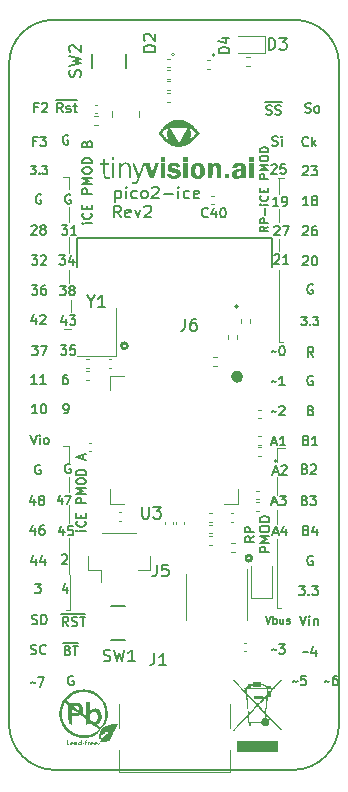
<source format=gbr>
%TF.GenerationSoftware,KiCad,Pcbnew,9.0.2*%
%TF.CreationDate,2025-05-14T22:05:17+05:30*%
%TF.ProjectId,pico2-ice,7069636f-322d-4696-9365-2e6b69636164,REV2*%
%TF.SameCoordinates,Original*%
%TF.FileFunction,Legend,Top*%
%TF.FilePolarity,Positive*%
%FSLAX46Y46*%
G04 Gerber Fmt 4.6, Leading zero omitted, Abs format (unit mm)*
G04 Created by KiCad (PCBNEW 9.0.2) date 2025-05-14 22:05:17*
%MOMM*%
%LPD*%
G01*
G04 APERTURE LIST*
%ADD10C,0.120000*%
%ADD11C,0.150000*%
%ADD12C,0.127000*%
%ADD13C,0.200000*%
%ADD14C,0.000000*%
%ADD15C,0.254000*%
%ADD16C,0.191421*%
%ADD17C,0.539246*%
%TA.AperFunction,Profile*%
%ADD18C,0.127000*%
%TD*%
G04 APERTURE END LIST*
D10*
X63205718Y-121089071D02*
X63505718Y-121089071D01*
X63555718Y-121089071D02*
X63510318Y-114993871D01*
X63038218Y-97289071D02*
X63673218Y-97289071D01*
X63510318Y-89466871D02*
X63510318Y-90863871D01*
X81773218Y-107389071D02*
X81138218Y-107389071D01*
X81112518Y-115044671D02*
X81147718Y-120889071D01*
X63510318Y-86926871D02*
X63510318Y-88196871D01*
X81147718Y-120889071D02*
X81455718Y-120889071D01*
X63510318Y-108516871D02*
X63510318Y-107189071D01*
X63510318Y-84389071D02*
X63510318Y-85402871D01*
X63637318Y-95816871D02*
X63637318Y-94800871D01*
X63002318Y-84389071D02*
X63510318Y-84389071D01*
X81255718Y-84490571D02*
X81255718Y-85887571D01*
X81274718Y-98389071D02*
X81655718Y-98389071D01*
X81682718Y-84489071D02*
X81228718Y-84489071D01*
X63510318Y-113723871D02*
X63510318Y-112199871D01*
X81255718Y-92289071D02*
X81255718Y-98389071D01*
X81112518Y-112631671D02*
X81112518Y-113774671D01*
X81112518Y-107424671D02*
X81112518Y-108567671D01*
X63510318Y-107189071D02*
X63002318Y-107189071D01*
X81239518Y-89644671D02*
X81239518Y-90660671D01*
X63510318Y-111056871D02*
X63510318Y-109786871D01*
X63510318Y-93403871D02*
X63510318Y-92260871D01*
X81112518Y-109837671D02*
X81112518Y-111361671D01*
X81239518Y-87104671D02*
X81239518Y-88247671D01*
D11*
X63205546Y-96407832D02*
X63205546Y-96941166D01*
X63015070Y-96103071D02*
X62824593Y-96674499D01*
X62824593Y-96674499D02*
X63319832Y-96674499D01*
X63548403Y-96141166D02*
X64043641Y-96141166D01*
X64043641Y-96141166D02*
X63776975Y-96445928D01*
X63776975Y-96445928D02*
X63891260Y-96445928D01*
X63891260Y-96445928D02*
X63967451Y-96484023D01*
X63967451Y-96484023D02*
X64005546Y-96522118D01*
X64005546Y-96522118D02*
X64043641Y-96598309D01*
X64043641Y-96598309D02*
X64043641Y-96788785D01*
X64043641Y-96788785D02*
X64005546Y-96864975D01*
X64005546Y-96864975D02*
X63967451Y-96903071D01*
X63967451Y-96903071D02*
X63891260Y-96941166D01*
X63891260Y-96941166D02*
X63662689Y-96941166D01*
X63662689Y-96941166D02*
X63586498Y-96903071D01*
X63586498Y-96903071D02*
X63548403Y-96864975D01*
X83519241Y-78945271D02*
X83633527Y-78983366D01*
X83633527Y-78983366D02*
X83824003Y-78983366D01*
X83824003Y-78983366D02*
X83900194Y-78945271D01*
X83900194Y-78945271D02*
X83938289Y-78907175D01*
X83938289Y-78907175D02*
X83976384Y-78830985D01*
X83976384Y-78830985D02*
X83976384Y-78754794D01*
X83976384Y-78754794D02*
X83938289Y-78678604D01*
X83938289Y-78678604D02*
X83900194Y-78640509D01*
X83900194Y-78640509D02*
X83824003Y-78602413D01*
X83824003Y-78602413D02*
X83671622Y-78564318D01*
X83671622Y-78564318D02*
X83595432Y-78526223D01*
X83595432Y-78526223D02*
X83557337Y-78488128D01*
X83557337Y-78488128D02*
X83519241Y-78411937D01*
X83519241Y-78411937D02*
X83519241Y-78335747D01*
X83519241Y-78335747D02*
X83557337Y-78259556D01*
X83557337Y-78259556D02*
X83595432Y-78221461D01*
X83595432Y-78221461D02*
X83671622Y-78183366D01*
X83671622Y-78183366D02*
X83862099Y-78183366D01*
X83862099Y-78183366D02*
X83976384Y-78221461D01*
X84433527Y-78983366D02*
X84357337Y-78945271D01*
X84357337Y-78945271D02*
X84319242Y-78907175D01*
X84319242Y-78907175D02*
X84281146Y-78830985D01*
X84281146Y-78830985D02*
X84281146Y-78602413D01*
X84281146Y-78602413D02*
X84319242Y-78526223D01*
X84319242Y-78526223D02*
X84357337Y-78488128D01*
X84357337Y-78488128D02*
X84433527Y-78450032D01*
X84433527Y-78450032D02*
X84547813Y-78450032D01*
X84547813Y-78450032D02*
X84624004Y-78488128D01*
X84624004Y-78488128D02*
X84662099Y-78526223D01*
X84662099Y-78526223D02*
X84700194Y-78602413D01*
X84700194Y-78602413D02*
X84700194Y-78830985D01*
X84700194Y-78830985D02*
X84662099Y-78907175D01*
X84662099Y-78907175D02*
X84624004Y-78945271D01*
X84624004Y-78945271D02*
X84547813Y-78983366D01*
X84547813Y-78983366D02*
X84433527Y-78983366D01*
X63389698Y-124487518D02*
X63503984Y-124525613D01*
X63503984Y-124525613D02*
X63542079Y-124563709D01*
X63542079Y-124563709D02*
X63580175Y-124639899D01*
X63580175Y-124639899D02*
X63580175Y-124754185D01*
X63580175Y-124754185D02*
X63542079Y-124830375D01*
X63542079Y-124830375D02*
X63503984Y-124868471D01*
X63503984Y-124868471D02*
X63427794Y-124906566D01*
X63427794Y-124906566D02*
X63123032Y-124906566D01*
X63123032Y-124906566D02*
X63123032Y-124106566D01*
X63123032Y-124106566D02*
X63389698Y-124106566D01*
X63389698Y-124106566D02*
X63465889Y-124144661D01*
X63465889Y-124144661D02*
X63503984Y-124182756D01*
X63503984Y-124182756D02*
X63542079Y-124258947D01*
X63542079Y-124258947D02*
X63542079Y-124335137D01*
X63542079Y-124335137D02*
X63503984Y-124411328D01*
X63503984Y-124411328D02*
X63465889Y-124449423D01*
X63465889Y-124449423D02*
X63389698Y-124487518D01*
X63389698Y-124487518D02*
X63123032Y-124487518D01*
X63808746Y-124106566D02*
X64265889Y-124106566D01*
X64037317Y-124906566D02*
X64037317Y-124106566D01*
X63012556Y-123884471D02*
X64262080Y-123884471D01*
X60817936Y-104434166D02*
X60360793Y-104434166D01*
X60589365Y-104434166D02*
X60589365Y-103634166D01*
X60589365Y-103634166D02*
X60513174Y-103748451D01*
X60513174Y-103748451D02*
X60436984Y-103824642D01*
X60436984Y-103824642D02*
X60360793Y-103862737D01*
X61313175Y-103634166D02*
X61389365Y-103634166D01*
X61389365Y-103634166D02*
X61465556Y-103672261D01*
X61465556Y-103672261D02*
X61503651Y-103710356D01*
X61503651Y-103710356D02*
X61541746Y-103786547D01*
X61541746Y-103786547D02*
X61579841Y-103938928D01*
X61579841Y-103938928D02*
X61579841Y-104129404D01*
X61579841Y-104129404D02*
X61541746Y-104281785D01*
X61541746Y-104281785D02*
X61503651Y-104357975D01*
X61503651Y-104357975D02*
X61465556Y-104396071D01*
X61465556Y-104396071D02*
X61389365Y-104434166D01*
X61389365Y-104434166D02*
X61313175Y-104434166D01*
X61313175Y-104434166D02*
X61236984Y-104396071D01*
X61236984Y-104396071D02*
X61198889Y-104357975D01*
X61198889Y-104357975D02*
X61160794Y-104281785D01*
X61160794Y-104281785D02*
X61122698Y-104129404D01*
X61122698Y-104129404D02*
X61122698Y-103938928D01*
X61122698Y-103938928D02*
X61160794Y-103786547D01*
X61160794Y-103786547D02*
X61198889Y-103710356D01*
X61198889Y-103710356D02*
X61236984Y-103672261D01*
X61236984Y-103672261D02*
X61313175Y-103634166D01*
X60690946Y-96357032D02*
X60690946Y-96890366D01*
X60500470Y-96052271D02*
X60309993Y-96623699D01*
X60309993Y-96623699D02*
X60805232Y-96623699D01*
X61071898Y-96166556D02*
X61109994Y-96128461D01*
X61109994Y-96128461D02*
X61186184Y-96090366D01*
X61186184Y-96090366D02*
X61376660Y-96090366D01*
X61376660Y-96090366D02*
X61452851Y-96128461D01*
X61452851Y-96128461D02*
X61490946Y-96166556D01*
X61490946Y-96166556D02*
X61529041Y-96242747D01*
X61529041Y-96242747D02*
X61529041Y-96318937D01*
X61529041Y-96318937D02*
X61490946Y-96433223D01*
X61490946Y-96433223D02*
X61033803Y-96890366D01*
X61033803Y-96890366D02*
X61529041Y-96890366D01*
X60767136Y-101944966D02*
X60309993Y-101944966D01*
X60538565Y-101944966D02*
X60538565Y-101144966D01*
X60538565Y-101144966D02*
X60462374Y-101259251D01*
X60462374Y-101259251D02*
X60386184Y-101335442D01*
X60386184Y-101335442D02*
X60309993Y-101373537D01*
X61529041Y-101944966D02*
X61071898Y-101944966D01*
X61300470Y-101944966D02*
X61300470Y-101144966D01*
X61300470Y-101144966D02*
X61224279Y-101259251D01*
X61224279Y-101259251D02*
X61148089Y-101335442D01*
X61148089Y-101335442D02*
X61071898Y-101373537D01*
X60367146Y-122252271D02*
X60481432Y-122290366D01*
X60481432Y-122290366D02*
X60671908Y-122290366D01*
X60671908Y-122290366D02*
X60748099Y-122252271D01*
X60748099Y-122252271D02*
X60786194Y-122214175D01*
X60786194Y-122214175D02*
X60824289Y-122137985D01*
X60824289Y-122137985D02*
X60824289Y-122061794D01*
X60824289Y-122061794D02*
X60786194Y-121985604D01*
X60786194Y-121985604D02*
X60748099Y-121947509D01*
X60748099Y-121947509D02*
X60671908Y-121909413D01*
X60671908Y-121909413D02*
X60519527Y-121871318D01*
X60519527Y-121871318D02*
X60443337Y-121833223D01*
X60443337Y-121833223D02*
X60405242Y-121795128D01*
X60405242Y-121795128D02*
X60367146Y-121718937D01*
X60367146Y-121718937D02*
X60367146Y-121642747D01*
X60367146Y-121642747D02*
X60405242Y-121566556D01*
X60405242Y-121566556D02*
X60443337Y-121528461D01*
X60443337Y-121528461D02*
X60519527Y-121490366D01*
X60519527Y-121490366D02*
X60710004Y-121490366D01*
X60710004Y-121490366D02*
X60824289Y-121528461D01*
X61167147Y-122290366D02*
X61167147Y-121490366D01*
X61167147Y-121490366D02*
X61357623Y-121490366D01*
X61357623Y-121490366D02*
X61471909Y-121528461D01*
X61471909Y-121528461D02*
X61548099Y-121604651D01*
X61548099Y-121604651D02*
X61586194Y-121680842D01*
X61586194Y-121680842D02*
X61624290Y-121833223D01*
X61624290Y-121833223D02*
X61624290Y-121947509D01*
X61624290Y-121947509D02*
X61586194Y-122099890D01*
X61586194Y-122099890D02*
X61548099Y-122176080D01*
X61548099Y-122176080D02*
X61471909Y-122252271D01*
X61471909Y-122252271D02*
X61357623Y-122290366D01*
X61357623Y-122290366D02*
X61167147Y-122290366D01*
X62735698Y-93626566D02*
X63230936Y-93626566D01*
X63230936Y-93626566D02*
X62964270Y-93931328D01*
X62964270Y-93931328D02*
X63078555Y-93931328D01*
X63078555Y-93931328D02*
X63154746Y-93969423D01*
X63154746Y-93969423D02*
X63192841Y-94007518D01*
X63192841Y-94007518D02*
X63230936Y-94083709D01*
X63230936Y-94083709D02*
X63230936Y-94274185D01*
X63230936Y-94274185D02*
X63192841Y-94350375D01*
X63192841Y-94350375D02*
X63154746Y-94388471D01*
X63154746Y-94388471D02*
X63078555Y-94426566D01*
X63078555Y-94426566D02*
X62849984Y-94426566D01*
X62849984Y-94426566D02*
X62773793Y-94388471D01*
X62773793Y-94388471D02*
X62735698Y-94350375D01*
X63688079Y-93969423D02*
X63611889Y-93931328D01*
X63611889Y-93931328D02*
X63573794Y-93893232D01*
X63573794Y-93893232D02*
X63535698Y-93817042D01*
X63535698Y-93817042D02*
X63535698Y-93778947D01*
X63535698Y-93778947D02*
X63573794Y-93702756D01*
X63573794Y-93702756D02*
X63611889Y-93664661D01*
X63611889Y-93664661D02*
X63688079Y-93626566D01*
X63688079Y-93626566D02*
X63840460Y-93626566D01*
X63840460Y-93626566D02*
X63916651Y-93664661D01*
X63916651Y-93664661D02*
X63954746Y-93702756D01*
X63954746Y-93702756D02*
X63992841Y-93778947D01*
X63992841Y-93778947D02*
X63992841Y-93817042D01*
X63992841Y-93817042D02*
X63954746Y-93893232D01*
X63954746Y-93893232D02*
X63916651Y-93931328D01*
X63916651Y-93931328D02*
X63840460Y-93969423D01*
X63840460Y-93969423D02*
X63688079Y-93969423D01*
X63688079Y-93969423D02*
X63611889Y-94007518D01*
X63611889Y-94007518D02*
X63573794Y-94045613D01*
X63573794Y-94045613D02*
X63535698Y-94121804D01*
X63535698Y-94121804D02*
X63535698Y-94274185D01*
X63535698Y-94274185D02*
X63573794Y-94350375D01*
X63573794Y-94350375D02*
X63611889Y-94388471D01*
X63611889Y-94388471D02*
X63688079Y-94426566D01*
X63688079Y-94426566D02*
X63840460Y-94426566D01*
X63840460Y-94426566D02*
X63916651Y-94388471D01*
X63916651Y-94388471D02*
X63954746Y-94350375D01*
X63954746Y-94350375D02*
X63992841Y-94274185D01*
X63992841Y-94274185D02*
X63992841Y-94121804D01*
X63992841Y-94121804D02*
X63954746Y-94045613D01*
X63954746Y-94045613D02*
X63916651Y-94007518D01*
X63916651Y-94007518D02*
X63840460Y-93969423D01*
X80795089Y-109387194D02*
X81176042Y-109387194D01*
X80718899Y-109615766D02*
X80985566Y-108815766D01*
X80985566Y-108815766D02*
X81252232Y-109615766D01*
X81480803Y-108891956D02*
X81518899Y-108853861D01*
X81518899Y-108853861D02*
X81595089Y-108815766D01*
X81595089Y-108815766D02*
X81785565Y-108815766D01*
X81785565Y-108815766D02*
X81861756Y-108853861D01*
X81861756Y-108853861D02*
X81899851Y-108891956D01*
X81899851Y-108891956D02*
X81937946Y-108968147D01*
X81937946Y-108968147D02*
X81937946Y-109044337D01*
X81937946Y-109044337D02*
X81899851Y-109158623D01*
X81899851Y-109158623D02*
X81442708Y-109615766D01*
X81442708Y-109615766D02*
X81937946Y-109615766D01*
X83728728Y-81751975D02*
X83690632Y-81790071D01*
X83690632Y-81790071D02*
X83576347Y-81828166D01*
X83576347Y-81828166D02*
X83500156Y-81828166D01*
X83500156Y-81828166D02*
X83385870Y-81790071D01*
X83385870Y-81790071D02*
X83309680Y-81713880D01*
X83309680Y-81713880D02*
X83271585Y-81637690D01*
X83271585Y-81637690D02*
X83233489Y-81485309D01*
X83233489Y-81485309D02*
X83233489Y-81371023D01*
X83233489Y-81371023D02*
X83271585Y-81218642D01*
X83271585Y-81218642D02*
X83309680Y-81142451D01*
X83309680Y-81142451D02*
X83385870Y-81066261D01*
X83385870Y-81066261D02*
X83500156Y-81028166D01*
X83500156Y-81028166D02*
X83576347Y-81028166D01*
X83576347Y-81028166D02*
X83690632Y-81066261D01*
X83690632Y-81066261D02*
X83728728Y-81104356D01*
X84071585Y-81828166D02*
X84071585Y-81028166D01*
X84147775Y-81523404D02*
X84376347Y-81828166D01*
X84376347Y-81294832D02*
X84071585Y-81599594D01*
X67879527Y-87843890D02*
X67546194Y-87367699D01*
X67308099Y-87843890D02*
X67308099Y-86843890D01*
X67308099Y-86843890D02*
X67689051Y-86843890D01*
X67689051Y-86843890D02*
X67784289Y-86891509D01*
X67784289Y-86891509D02*
X67831908Y-86939128D01*
X67831908Y-86939128D02*
X67879527Y-87034366D01*
X67879527Y-87034366D02*
X67879527Y-87177223D01*
X67879527Y-87177223D02*
X67831908Y-87272461D01*
X67831908Y-87272461D02*
X67784289Y-87320080D01*
X67784289Y-87320080D02*
X67689051Y-87367699D01*
X67689051Y-87367699D02*
X67308099Y-87367699D01*
X68689051Y-87796271D02*
X68593813Y-87843890D01*
X68593813Y-87843890D02*
X68403337Y-87843890D01*
X68403337Y-87843890D02*
X68308099Y-87796271D01*
X68308099Y-87796271D02*
X68260480Y-87701032D01*
X68260480Y-87701032D02*
X68260480Y-87320080D01*
X68260480Y-87320080D02*
X68308099Y-87224842D01*
X68308099Y-87224842D02*
X68403337Y-87177223D01*
X68403337Y-87177223D02*
X68593813Y-87177223D01*
X68593813Y-87177223D02*
X68689051Y-87224842D01*
X68689051Y-87224842D02*
X68736670Y-87320080D01*
X68736670Y-87320080D02*
X68736670Y-87415318D01*
X68736670Y-87415318D02*
X68260480Y-87510556D01*
X69070004Y-87177223D02*
X69308099Y-87843890D01*
X69308099Y-87843890D02*
X69546194Y-87177223D01*
X69879528Y-86939128D02*
X69927147Y-86891509D01*
X69927147Y-86891509D02*
X70022385Y-86843890D01*
X70022385Y-86843890D02*
X70260480Y-86843890D01*
X70260480Y-86843890D02*
X70355718Y-86891509D01*
X70355718Y-86891509D02*
X70403337Y-86939128D01*
X70403337Y-86939128D02*
X70450956Y-87034366D01*
X70450956Y-87034366D02*
X70450956Y-87129604D01*
X70450956Y-87129604D02*
X70403337Y-87272461D01*
X70403337Y-87272461D02*
X69831909Y-87843890D01*
X69831909Y-87843890D02*
X70450956Y-87843890D01*
X63618241Y-85917661D02*
X63542051Y-85879566D01*
X63542051Y-85879566D02*
X63427765Y-85879566D01*
X63427765Y-85879566D02*
X63313479Y-85917661D01*
X63313479Y-85917661D02*
X63237289Y-85993851D01*
X63237289Y-85993851D02*
X63199194Y-86070042D01*
X63199194Y-86070042D02*
X63161098Y-86222423D01*
X63161098Y-86222423D02*
X63161098Y-86336709D01*
X63161098Y-86336709D02*
X63199194Y-86489090D01*
X63199194Y-86489090D02*
X63237289Y-86565280D01*
X63237289Y-86565280D02*
X63313479Y-86641471D01*
X63313479Y-86641471D02*
X63427765Y-86679566D01*
X63427765Y-86679566D02*
X63503956Y-86679566D01*
X63503956Y-86679566D02*
X63618241Y-86641471D01*
X63618241Y-86641471D02*
X63656337Y-86603375D01*
X63656337Y-86603375D02*
X63656337Y-86336709D01*
X63656337Y-86336709D02*
X63503956Y-86336709D01*
X60322698Y-91061166D02*
X60817936Y-91061166D01*
X60817936Y-91061166D02*
X60551270Y-91365928D01*
X60551270Y-91365928D02*
X60665555Y-91365928D01*
X60665555Y-91365928D02*
X60741746Y-91404023D01*
X60741746Y-91404023D02*
X60779841Y-91442118D01*
X60779841Y-91442118D02*
X60817936Y-91518309D01*
X60817936Y-91518309D02*
X60817936Y-91708785D01*
X60817936Y-91708785D02*
X60779841Y-91784975D01*
X60779841Y-91784975D02*
X60741746Y-91823071D01*
X60741746Y-91823071D02*
X60665555Y-91861166D01*
X60665555Y-91861166D02*
X60436984Y-91861166D01*
X60436984Y-91861166D02*
X60360793Y-91823071D01*
X60360793Y-91823071D02*
X60322698Y-91784975D01*
X61122698Y-91137356D02*
X61160794Y-91099261D01*
X61160794Y-91099261D02*
X61236984Y-91061166D01*
X61236984Y-91061166D02*
X61427460Y-91061166D01*
X61427460Y-91061166D02*
X61503651Y-91099261D01*
X61503651Y-91099261D02*
X61541746Y-91137356D01*
X61541746Y-91137356D02*
X61579841Y-91213547D01*
X61579841Y-91213547D02*
X61579841Y-91289737D01*
X61579841Y-91289737D02*
X61541746Y-91404023D01*
X61541746Y-91404023D02*
X61084603Y-91861166D01*
X61084603Y-91861166D02*
X61579841Y-91861166D01*
D12*
X80170903Y-121605630D02*
X80382569Y-122240630D01*
X80382569Y-122240630D02*
X80594236Y-121605630D01*
X80805903Y-122240630D02*
X80805903Y-121605630D01*
X80805903Y-121847534D02*
X80866379Y-121817296D01*
X80866379Y-121817296D02*
X80987332Y-121817296D01*
X80987332Y-121817296D02*
X81047808Y-121847534D01*
X81047808Y-121847534D02*
X81078046Y-121877772D01*
X81078046Y-121877772D02*
X81108284Y-121938249D01*
X81108284Y-121938249D02*
X81108284Y-122119677D01*
X81108284Y-122119677D02*
X81078046Y-122180153D01*
X81078046Y-122180153D02*
X81047808Y-122210392D01*
X81047808Y-122210392D02*
X80987332Y-122240630D01*
X80987332Y-122240630D02*
X80866379Y-122240630D01*
X80866379Y-122240630D02*
X80805903Y-122210392D01*
X81652570Y-121817296D02*
X81652570Y-122240630D01*
X81380427Y-121817296D02*
X81380427Y-122149915D01*
X81380427Y-122149915D02*
X81410665Y-122210392D01*
X81410665Y-122210392D02*
X81471141Y-122240630D01*
X81471141Y-122240630D02*
X81561856Y-122240630D01*
X81561856Y-122240630D02*
X81622332Y-122210392D01*
X81622332Y-122210392D02*
X81652570Y-122180153D01*
X81924713Y-122210392D02*
X81985189Y-122240630D01*
X81985189Y-122240630D02*
X82106141Y-122240630D01*
X82106141Y-122240630D02*
X82166618Y-122210392D01*
X82166618Y-122210392D02*
X82196856Y-122149915D01*
X82196856Y-122149915D02*
X82196856Y-122119677D01*
X82196856Y-122119677D02*
X82166618Y-122059201D01*
X82166618Y-122059201D02*
X82106141Y-122028963D01*
X82106141Y-122028963D02*
X82015427Y-122028963D01*
X82015427Y-122028963D02*
X81954951Y-121998725D01*
X81954951Y-121998725D02*
X81924713Y-121938249D01*
X81924713Y-121938249D02*
X81924713Y-121908011D01*
X81924713Y-121908011D02*
X81954951Y-121847534D01*
X81954951Y-121847534D02*
X82015427Y-121817296D01*
X82015427Y-121817296D02*
X82106141Y-121817296D01*
X82106141Y-121817296D02*
X82166618Y-121847534D01*
D11*
X83754136Y-86831966D02*
X83296993Y-86831966D01*
X83525565Y-86831966D02*
X83525565Y-86031966D01*
X83525565Y-86031966D02*
X83449374Y-86146251D01*
X83449374Y-86146251D02*
X83373184Y-86222442D01*
X83373184Y-86222442D02*
X83296993Y-86260537D01*
X84211279Y-86374823D02*
X84135089Y-86336728D01*
X84135089Y-86336728D02*
X84096994Y-86298632D01*
X84096994Y-86298632D02*
X84058898Y-86222442D01*
X84058898Y-86222442D02*
X84058898Y-86184347D01*
X84058898Y-86184347D02*
X84096994Y-86108156D01*
X84096994Y-86108156D02*
X84135089Y-86070061D01*
X84135089Y-86070061D02*
X84211279Y-86031966D01*
X84211279Y-86031966D02*
X84363660Y-86031966D01*
X84363660Y-86031966D02*
X84439851Y-86070061D01*
X84439851Y-86070061D02*
X84477946Y-86108156D01*
X84477946Y-86108156D02*
X84516041Y-86184347D01*
X84516041Y-86184347D02*
X84516041Y-86222442D01*
X84516041Y-86222442D02*
X84477946Y-86298632D01*
X84477946Y-86298632D02*
X84439851Y-86336728D01*
X84439851Y-86336728D02*
X84363660Y-86374823D01*
X84363660Y-86374823D02*
X84211279Y-86374823D01*
X84211279Y-86374823D02*
X84135089Y-86412918D01*
X84135089Y-86412918D02*
X84096994Y-86451013D01*
X84096994Y-86451013D02*
X84058898Y-86527204D01*
X84058898Y-86527204D02*
X84058898Y-86679585D01*
X84058898Y-86679585D02*
X84096994Y-86755775D01*
X84096994Y-86755775D02*
X84135089Y-86793871D01*
X84135089Y-86793871D02*
X84211279Y-86831966D01*
X84211279Y-86831966D02*
X84363660Y-86831966D01*
X84363660Y-86831966D02*
X84439851Y-86793871D01*
X84439851Y-86793871D02*
X84477946Y-86755775D01*
X84477946Y-86755775D02*
X84516041Y-86679585D01*
X84516041Y-86679585D02*
X84516041Y-86527204D01*
X84516041Y-86527204D02*
X84477946Y-86451013D01*
X84477946Y-86451013D02*
X84439851Y-86412918D01*
X84439851Y-86412918D02*
X84363660Y-86374823D01*
X80371751Y-88622403D02*
X80038418Y-88855736D01*
X80371751Y-89022403D02*
X79671751Y-89022403D01*
X79671751Y-89022403D02*
X79671751Y-88755736D01*
X79671751Y-88755736D02*
X79705084Y-88689070D01*
X79705084Y-88689070D02*
X79738418Y-88655736D01*
X79738418Y-88655736D02*
X79805084Y-88622403D01*
X79805084Y-88622403D02*
X79905084Y-88622403D01*
X79905084Y-88622403D02*
X79971751Y-88655736D01*
X79971751Y-88655736D02*
X80005084Y-88689070D01*
X80005084Y-88689070D02*
X80038418Y-88755736D01*
X80038418Y-88755736D02*
X80038418Y-89022403D01*
X80371751Y-88322403D02*
X79671751Y-88322403D01*
X79671751Y-88322403D02*
X79671751Y-88055736D01*
X79671751Y-88055736D02*
X79705084Y-87989070D01*
X79705084Y-87989070D02*
X79738418Y-87955736D01*
X79738418Y-87955736D02*
X79805084Y-87922403D01*
X79805084Y-87922403D02*
X79905084Y-87922403D01*
X79905084Y-87922403D02*
X79971751Y-87955736D01*
X79971751Y-87955736D02*
X80005084Y-87989070D01*
X80005084Y-87989070D02*
X80038418Y-88055736D01*
X80038418Y-88055736D02*
X80038418Y-88322403D01*
X80105084Y-87622403D02*
X80105084Y-87089070D01*
X80371751Y-86755736D02*
X79905084Y-86755736D01*
X79671751Y-86755736D02*
X79705084Y-86789069D01*
X79705084Y-86789069D02*
X79738418Y-86755736D01*
X79738418Y-86755736D02*
X79705084Y-86722403D01*
X79705084Y-86722403D02*
X79671751Y-86755736D01*
X79671751Y-86755736D02*
X79738418Y-86755736D01*
X80305084Y-86022403D02*
X80338418Y-86055736D01*
X80338418Y-86055736D02*
X80371751Y-86155736D01*
X80371751Y-86155736D02*
X80371751Y-86222403D01*
X80371751Y-86222403D02*
X80338418Y-86322403D01*
X80338418Y-86322403D02*
X80271751Y-86389070D01*
X80271751Y-86389070D02*
X80205084Y-86422403D01*
X80205084Y-86422403D02*
X80071751Y-86455736D01*
X80071751Y-86455736D02*
X79971751Y-86455736D01*
X79971751Y-86455736D02*
X79838418Y-86422403D01*
X79838418Y-86422403D02*
X79771751Y-86389070D01*
X79771751Y-86389070D02*
X79705084Y-86322403D01*
X79705084Y-86322403D02*
X79671751Y-86222403D01*
X79671751Y-86222403D02*
X79671751Y-86155736D01*
X79671751Y-86155736D02*
X79705084Y-86055736D01*
X79705084Y-86055736D02*
X79738418Y-86022403D01*
X80005084Y-85722403D02*
X80005084Y-85489070D01*
X80371751Y-85389070D02*
X80371751Y-85722403D01*
X80371751Y-85722403D02*
X79671751Y-85722403D01*
X79671751Y-85722403D02*
X79671751Y-85389070D01*
X80371751Y-84555737D02*
X79671751Y-84555737D01*
X79671751Y-84555737D02*
X79671751Y-84289070D01*
X79671751Y-84289070D02*
X79705084Y-84222404D01*
X79705084Y-84222404D02*
X79738418Y-84189070D01*
X79738418Y-84189070D02*
X79805084Y-84155737D01*
X79805084Y-84155737D02*
X79905084Y-84155737D01*
X79905084Y-84155737D02*
X79971751Y-84189070D01*
X79971751Y-84189070D02*
X80005084Y-84222404D01*
X80005084Y-84222404D02*
X80038418Y-84289070D01*
X80038418Y-84289070D02*
X80038418Y-84555737D01*
X80371751Y-83855737D02*
X79671751Y-83855737D01*
X79671751Y-83855737D02*
X80171751Y-83622404D01*
X80171751Y-83622404D02*
X79671751Y-83389070D01*
X79671751Y-83389070D02*
X80371751Y-83389070D01*
X79671751Y-82922404D02*
X79671751Y-82789070D01*
X79671751Y-82789070D02*
X79705084Y-82722404D01*
X79705084Y-82722404D02*
X79771751Y-82655737D01*
X79771751Y-82655737D02*
X79905084Y-82622404D01*
X79905084Y-82622404D02*
X80138418Y-82622404D01*
X80138418Y-82622404D02*
X80271751Y-82655737D01*
X80271751Y-82655737D02*
X80338418Y-82722404D01*
X80338418Y-82722404D02*
X80371751Y-82789070D01*
X80371751Y-82789070D02*
X80371751Y-82922404D01*
X80371751Y-82922404D02*
X80338418Y-82989070D01*
X80338418Y-82989070D02*
X80271751Y-83055737D01*
X80271751Y-83055737D02*
X80138418Y-83089070D01*
X80138418Y-83089070D02*
X79905084Y-83089070D01*
X79905084Y-83089070D02*
X79771751Y-83055737D01*
X79771751Y-83055737D02*
X79705084Y-82989070D01*
X79705084Y-82989070D02*
X79671751Y-82922404D01*
X80371751Y-82322404D02*
X79671751Y-82322404D01*
X79671751Y-82322404D02*
X79671751Y-82155737D01*
X79671751Y-82155737D02*
X79705084Y-82055737D01*
X79705084Y-82055737D02*
X79771751Y-81989071D01*
X79771751Y-81989071D02*
X79838418Y-81955737D01*
X79838418Y-81955737D02*
X79971751Y-81922404D01*
X79971751Y-81922404D02*
X80071751Y-81922404D01*
X80071751Y-81922404D02*
X80205084Y-81955737D01*
X80205084Y-81955737D02*
X80271751Y-81989071D01*
X80271751Y-81989071D02*
X80338418Y-82055737D01*
X80338418Y-82055737D02*
X80371751Y-82155737D01*
X80371751Y-82155737D02*
X80371751Y-82322404D01*
X83582708Y-106732918D02*
X83696994Y-106771013D01*
X83696994Y-106771013D02*
X83735089Y-106809109D01*
X83735089Y-106809109D02*
X83773185Y-106885299D01*
X83773185Y-106885299D02*
X83773185Y-106999585D01*
X83773185Y-106999585D02*
X83735089Y-107075775D01*
X83735089Y-107075775D02*
X83696994Y-107113871D01*
X83696994Y-107113871D02*
X83620804Y-107151966D01*
X83620804Y-107151966D02*
X83316042Y-107151966D01*
X83316042Y-107151966D02*
X83316042Y-106351966D01*
X83316042Y-106351966D02*
X83582708Y-106351966D01*
X83582708Y-106351966D02*
X83658899Y-106390061D01*
X83658899Y-106390061D02*
X83696994Y-106428156D01*
X83696994Y-106428156D02*
X83735089Y-106504347D01*
X83735089Y-106504347D02*
X83735089Y-106580537D01*
X83735089Y-106580537D02*
X83696994Y-106656728D01*
X83696994Y-106656728D02*
X83658899Y-106694823D01*
X83658899Y-106694823D02*
X83582708Y-106732918D01*
X83582708Y-106732918D02*
X83316042Y-106732918D01*
X84535089Y-107151966D02*
X84077946Y-107151966D01*
X84306518Y-107151966D02*
X84306518Y-106351966D01*
X84306518Y-106351966D02*
X84230327Y-106466251D01*
X84230327Y-106466251D02*
X84154137Y-106542442D01*
X84154137Y-106542442D02*
X84077946Y-106580537D01*
X80795089Y-114543394D02*
X81176042Y-114543394D01*
X80718899Y-114771966D02*
X80985566Y-113971966D01*
X80985566Y-113971966D02*
X81252232Y-114771966D01*
X81861756Y-114238632D02*
X81861756Y-114771966D01*
X81671280Y-113933871D02*
X81480803Y-114505299D01*
X81480803Y-114505299D02*
X81976042Y-114505299D01*
X80693470Y-81739271D02*
X80807756Y-81777366D01*
X80807756Y-81777366D02*
X80998232Y-81777366D01*
X80998232Y-81777366D02*
X81074423Y-81739271D01*
X81074423Y-81739271D02*
X81112518Y-81701175D01*
X81112518Y-81701175D02*
X81150613Y-81624985D01*
X81150613Y-81624985D02*
X81150613Y-81548794D01*
X81150613Y-81548794D02*
X81112518Y-81472604D01*
X81112518Y-81472604D02*
X81074423Y-81434509D01*
X81074423Y-81434509D02*
X80998232Y-81396413D01*
X80998232Y-81396413D02*
X80845851Y-81358318D01*
X80845851Y-81358318D02*
X80769661Y-81320223D01*
X80769661Y-81320223D02*
X80731566Y-81282128D01*
X80731566Y-81282128D02*
X80693470Y-81205937D01*
X80693470Y-81205937D02*
X80693470Y-81129747D01*
X80693470Y-81129747D02*
X80731566Y-81053556D01*
X80731566Y-81053556D02*
X80769661Y-81015461D01*
X80769661Y-81015461D02*
X80845851Y-80977366D01*
X80845851Y-80977366D02*
X81036328Y-80977366D01*
X81036328Y-80977366D02*
X81150613Y-81015461D01*
X81493471Y-81777366D02*
X81493471Y-81244032D01*
X81493471Y-80977366D02*
X81455375Y-81015461D01*
X81455375Y-81015461D02*
X81493471Y-81053556D01*
X81493471Y-81053556D02*
X81531566Y-81015461D01*
X81531566Y-81015461D02*
X81493471Y-80977366D01*
X81493471Y-80977366D02*
X81493471Y-81053556D01*
X61052841Y-108828461D02*
X60976651Y-108790366D01*
X60976651Y-108790366D02*
X60862365Y-108790366D01*
X60862365Y-108790366D02*
X60748079Y-108828461D01*
X60748079Y-108828461D02*
X60671889Y-108904651D01*
X60671889Y-108904651D02*
X60633794Y-108980842D01*
X60633794Y-108980842D02*
X60595698Y-109133223D01*
X60595698Y-109133223D02*
X60595698Y-109247509D01*
X60595698Y-109247509D02*
X60633794Y-109399890D01*
X60633794Y-109399890D02*
X60671889Y-109476080D01*
X60671889Y-109476080D02*
X60748079Y-109552271D01*
X60748079Y-109552271D02*
X60862365Y-109590366D01*
X60862365Y-109590366D02*
X60938556Y-109590366D01*
X60938556Y-109590366D02*
X61052841Y-109552271D01*
X61052841Y-109552271D02*
X61090937Y-109514175D01*
X61090937Y-109514175D02*
X61090937Y-109247509D01*
X61090937Y-109247509D02*
X60938556Y-109247509D01*
X60348098Y-98706566D02*
X60843336Y-98706566D01*
X60843336Y-98706566D02*
X60576670Y-99011328D01*
X60576670Y-99011328D02*
X60690955Y-99011328D01*
X60690955Y-99011328D02*
X60767146Y-99049423D01*
X60767146Y-99049423D02*
X60805241Y-99087518D01*
X60805241Y-99087518D02*
X60843336Y-99163709D01*
X60843336Y-99163709D02*
X60843336Y-99354185D01*
X60843336Y-99354185D02*
X60805241Y-99430375D01*
X60805241Y-99430375D02*
X60767146Y-99468471D01*
X60767146Y-99468471D02*
X60690955Y-99506566D01*
X60690955Y-99506566D02*
X60462384Y-99506566D01*
X60462384Y-99506566D02*
X60386193Y-99468471D01*
X60386193Y-99468471D02*
X60348098Y-99430375D01*
X61110003Y-98706566D02*
X61643337Y-98706566D01*
X61643337Y-98706566D02*
X61300479Y-99506566D01*
X63027746Y-114238632D02*
X63027746Y-114771966D01*
X62837270Y-113933871D02*
X62646793Y-114505299D01*
X62646793Y-114505299D02*
X63142032Y-114505299D01*
X63827746Y-113971966D02*
X63446794Y-113971966D01*
X63446794Y-113971966D02*
X63408698Y-114352918D01*
X63408698Y-114352918D02*
X63446794Y-114314823D01*
X63446794Y-114314823D02*
X63522984Y-114276728D01*
X63522984Y-114276728D02*
X63713460Y-114276728D01*
X63713460Y-114276728D02*
X63789651Y-114314823D01*
X63789651Y-114314823D02*
X63827746Y-114352918D01*
X63827746Y-114352918D02*
X63865841Y-114429109D01*
X63865841Y-114429109D02*
X63865841Y-114619585D01*
X63865841Y-114619585D02*
X63827746Y-114695775D01*
X63827746Y-114695775D02*
X63789651Y-114733871D01*
X63789651Y-114733871D02*
X63713460Y-114771966D01*
X63713460Y-114771966D02*
X63522984Y-114771966D01*
X63522984Y-114771966D02*
X63446794Y-114733871D01*
X63446794Y-114733871D02*
X63408698Y-114695775D01*
X84116041Y-93563061D02*
X84039851Y-93524966D01*
X84039851Y-93524966D02*
X83925565Y-93524966D01*
X83925565Y-93524966D02*
X83811279Y-93563061D01*
X83811279Y-93563061D02*
X83735089Y-93639251D01*
X83735089Y-93639251D02*
X83696994Y-93715442D01*
X83696994Y-93715442D02*
X83658898Y-93867823D01*
X83658898Y-93867823D02*
X83658898Y-93982109D01*
X83658898Y-93982109D02*
X83696994Y-94134490D01*
X83696994Y-94134490D02*
X83735089Y-94210680D01*
X83735089Y-94210680D02*
X83811279Y-94286871D01*
X83811279Y-94286871D02*
X83925565Y-94324966D01*
X83925565Y-94324966D02*
X84001756Y-94324966D01*
X84001756Y-94324966D02*
X84116041Y-94286871D01*
X84116041Y-94286871D02*
X84154137Y-94248775D01*
X84154137Y-94248775D02*
X84154137Y-93982109D01*
X84154137Y-93982109D02*
X84001756Y-93982109D01*
X62976956Y-78932566D02*
X62710289Y-78551613D01*
X62519813Y-78932566D02*
X62519813Y-78132566D01*
X62519813Y-78132566D02*
X62824575Y-78132566D01*
X62824575Y-78132566D02*
X62900765Y-78170661D01*
X62900765Y-78170661D02*
X62938860Y-78208756D01*
X62938860Y-78208756D02*
X62976956Y-78284947D01*
X62976956Y-78284947D02*
X62976956Y-78399232D01*
X62976956Y-78399232D02*
X62938860Y-78475423D01*
X62938860Y-78475423D02*
X62900765Y-78513518D01*
X62900765Y-78513518D02*
X62824575Y-78551613D01*
X62824575Y-78551613D02*
X62519813Y-78551613D01*
X63281717Y-78894471D02*
X63357908Y-78932566D01*
X63357908Y-78932566D02*
X63510289Y-78932566D01*
X63510289Y-78932566D02*
X63586479Y-78894471D01*
X63586479Y-78894471D02*
X63624575Y-78818280D01*
X63624575Y-78818280D02*
X63624575Y-78780185D01*
X63624575Y-78780185D02*
X63586479Y-78703994D01*
X63586479Y-78703994D02*
X63510289Y-78665899D01*
X63510289Y-78665899D02*
X63396003Y-78665899D01*
X63396003Y-78665899D02*
X63319813Y-78627804D01*
X63319813Y-78627804D02*
X63281717Y-78551613D01*
X63281717Y-78551613D02*
X63281717Y-78513518D01*
X63281717Y-78513518D02*
X63319813Y-78437328D01*
X63319813Y-78437328D02*
X63396003Y-78399232D01*
X63396003Y-78399232D02*
X63510289Y-78399232D01*
X63510289Y-78399232D02*
X63586479Y-78437328D01*
X63853146Y-78399232D02*
X64157908Y-78399232D01*
X63967432Y-78132566D02*
X63967432Y-78818280D01*
X63967432Y-78818280D02*
X64005527Y-78894471D01*
X64005527Y-78894471D02*
X64081717Y-78932566D01*
X64081717Y-78932566D02*
X64157908Y-78932566D01*
X62409337Y-77910471D02*
X64154099Y-77910471D01*
X63865241Y-126689461D02*
X63789051Y-126651366D01*
X63789051Y-126651366D02*
X63674765Y-126651366D01*
X63674765Y-126651366D02*
X63560479Y-126689461D01*
X63560479Y-126689461D02*
X63484289Y-126765651D01*
X63484289Y-126765651D02*
X63446194Y-126841842D01*
X63446194Y-126841842D02*
X63408098Y-126994223D01*
X63408098Y-126994223D02*
X63408098Y-127108509D01*
X63408098Y-127108509D02*
X63446194Y-127260890D01*
X63446194Y-127260890D02*
X63484289Y-127337080D01*
X63484289Y-127337080D02*
X63560479Y-127413271D01*
X63560479Y-127413271D02*
X63674765Y-127451366D01*
X63674765Y-127451366D02*
X63750956Y-127451366D01*
X63750956Y-127451366D02*
X63865241Y-127413271D01*
X63865241Y-127413271D02*
X63903337Y-127375175D01*
X63903337Y-127375175D02*
X63903337Y-127108509D01*
X63903337Y-127108509D02*
X63750956Y-127108509D01*
X63592841Y-108752261D02*
X63516651Y-108714166D01*
X63516651Y-108714166D02*
X63402365Y-108714166D01*
X63402365Y-108714166D02*
X63288079Y-108752261D01*
X63288079Y-108752261D02*
X63211889Y-108828451D01*
X63211889Y-108828451D02*
X63173794Y-108904642D01*
X63173794Y-108904642D02*
X63135698Y-109057023D01*
X63135698Y-109057023D02*
X63135698Y-109171309D01*
X63135698Y-109171309D02*
X63173794Y-109323690D01*
X63173794Y-109323690D02*
X63211889Y-109399880D01*
X63211889Y-109399880D02*
X63288079Y-109476071D01*
X63288079Y-109476071D02*
X63402365Y-109514166D01*
X63402365Y-109514166D02*
X63478556Y-109514166D01*
X63478556Y-109514166D02*
X63592841Y-109476071D01*
X63592841Y-109476071D02*
X63630937Y-109437975D01*
X63630937Y-109437975D02*
X63630937Y-109171309D01*
X63630937Y-109171309D02*
X63478556Y-109171309D01*
X60665546Y-116727832D02*
X60665546Y-117261166D01*
X60475070Y-116423071D02*
X60284593Y-116994499D01*
X60284593Y-116994499D02*
X60779832Y-116994499D01*
X61427451Y-116727832D02*
X61427451Y-117261166D01*
X61236975Y-116423071D02*
X61046498Y-116994499D01*
X61046498Y-116994499D02*
X61541737Y-116994499D01*
X80883993Y-88648156D02*
X80922089Y-88610061D01*
X80922089Y-88610061D02*
X80998279Y-88571966D01*
X80998279Y-88571966D02*
X81188755Y-88571966D01*
X81188755Y-88571966D02*
X81264946Y-88610061D01*
X81264946Y-88610061D02*
X81303041Y-88648156D01*
X81303041Y-88648156D02*
X81341136Y-88724347D01*
X81341136Y-88724347D02*
X81341136Y-88800537D01*
X81341136Y-88800537D02*
X81303041Y-88914823D01*
X81303041Y-88914823D02*
X80845898Y-89371966D01*
X80845898Y-89371966D02*
X81341136Y-89371966D01*
X81607803Y-88571966D02*
X82141137Y-88571966D01*
X82141137Y-88571966D02*
X81798279Y-89371966D01*
X60309993Y-88571956D02*
X60348089Y-88533861D01*
X60348089Y-88533861D02*
X60424279Y-88495766D01*
X60424279Y-88495766D02*
X60614755Y-88495766D01*
X60614755Y-88495766D02*
X60690946Y-88533861D01*
X60690946Y-88533861D02*
X60729041Y-88571956D01*
X60729041Y-88571956D02*
X60767136Y-88648147D01*
X60767136Y-88648147D02*
X60767136Y-88724337D01*
X60767136Y-88724337D02*
X60729041Y-88838623D01*
X60729041Y-88838623D02*
X60271898Y-89295766D01*
X60271898Y-89295766D02*
X60767136Y-89295766D01*
X61224279Y-88838623D02*
X61148089Y-88800528D01*
X61148089Y-88800528D02*
X61109994Y-88762432D01*
X61109994Y-88762432D02*
X61071898Y-88686242D01*
X61071898Y-88686242D02*
X61071898Y-88648147D01*
X61071898Y-88648147D02*
X61109994Y-88571956D01*
X61109994Y-88571956D02*
X61148089Y-88533861D01*
X61148089Y-88533861D02*
X61224279Y-88495766D01*
X61224279Y-88495766D02*
X61376660Y-88495766D01*
X61376660Y-88495766D02*
X61452851Y-88533861D01*
X61452851Y-88533861D02*
X61490946Y-88571956D01*
X61490946Y-88571956D02*
X61529041Y-88648147D01*
X61529041Y-88648147D02*
X61529041Y-88686242D01*
X61529041Y-88686242D02*
X61490946Y-88762432D01*
X61490946Y-88762432D02*
X61452851Y-88800528D01*
X61452851Y-88800528D02*
X61376660Y-88838623D01*
X61376660Y-88838623D02*
X61224279Y-88838623D01*
X61224279Y-88838623D02*
X61148089Y-88876718D01*
X61148089Y-88876718D02*
X61109994Y-88914813D01*
X61109994Y-88914813D02*
X61071898Y-88991004D01*
X61071898Y-88991004D02*
X61071898Y-89143385D01*
X61071898Y-89143385D02*
X61109994Y-89219575D01*
X61109994Y-89219575D02*
X61148089Y-89257671D01*
X61148089Y-89257671D02*
X61224279Y-89295766D01*
X61224279Y-89295766D02*
X61376660Y-89295766D01*
X61376660Y-89295766D02*
X61452851Y-89257671D01*
X61452851Y-89257671D02*
X61490946Y-89219575D01*
X61490946Y-89219575D02*
X61529041Y-89143385D01*
X61529041Y-89143385D02*
X61529041Y-88991004D01*
X61529041Y-88991004D02*
X61490946Y-88914813D01*
X61490946Y-88914813D02*
X61452851Y-88876718D01*
X61452851Y-88876718D02*
X61376660Y-88838623D01*
X82465241Y-127146604D02*
X82503336Y-127108509D01*
X82503336Y-127108509D02*
X82579527Y-127070413D01*
X82579527Y-127070413D02*
X82731908Y-127146604D01*
X82731908Y-127146604D02*
X82808098Y-127108509D01*
X82808098Y-127108509D02*
X82846193Y-127070413D01*
X83531908Y-126651366D02*
X83150956Y-126651366D01*
X83150956Y-126651366D02*
X83112860Y-127032318D01*
X83112860Y-127032318D02*
X83150956Y-126994223D01*
X83150956Y-126994223D02*
X83227146Y-126956128D01*
X83227146Y-126956128D02*
X83417622Y-126956128D01*
X83417622Y-126956128D02*
X83493813Y-126994223D01*
X83493813Y-126994223D02*
X83531908Y-127032318D01*
X83531908Y-127032318D02*
X83570003Y-127108509D01*
X83570003Y-127108509D02*
X83570003Y-127298985D01*
X83570003Y-127298985D02*
X83531908Y-127375175D01*
X83531908Y-127375175D02*
X83493813Y-127413271D01*
X83493813Y-127413271D02*
X83417622Y-127451366D01*
X83417622Y-127451366D02*
X83227146Y-127451366D01*
X83227146Y-127451366D02*
X83150956Y-127413271D01*
X83150956Y-127413271D02*
X83112860Y-127375175D01*
X80668089Y-106923394D02*
X81049042Y-106923394D01*
X80591899Y-107151966D02*
X80858566Y-106351966D01*
X80858566Y-106351966D02*
X81125232Y-107151966D01*
X81810946Y-107151966D02*
X81353803Y-107151966D01*
X81582375Y-107151966D02*
X81582375Y-106351966D01*
X81582375Y-106351966D02*
X81506184Y-106466251D01*
X81506184Y-106466251D02*
X81429994Y-106542442D01*
X81429994Y-106542442D02*
X81353803Y-106580537D01*
X60602051Y-118848766D02*
X61097289Y-118848766D01*
X61097289Y-118848766D02*
X60830623Y-119153528D01*
X60830623Y-119153528D02*
X60944908Y-119153528D01*
X60944908Y-119153528D02*
X61021099Y-119191623D01*
X61021099Y-119191623D02*
X61059194Y-119229718D01*
X61059194Y-119229718D02*
X61097289Y-119305909D01*
X61097289Y-119305909D02*
X61097289Y-119496385D01*
X61097289Y-119496385D02*
X61059194Y-119572575D01*
X61059194Y-119572575D02*
X61021099Y-119610671D01*
X61021099Y-119610671D02*
X60944908Y-119648766D01*
X60944908Y-119648766D02*
X60716337Y-119648766D01*
X60716337Y-119648766D02*
X60640146Y-119610671D01*
X60640146Y-119610671D02*
X60602051Y-119572575D01*
X62900746Y-116461156D02*
X62938842Y-116423061D01*
X62938842Y-116423061D02*
X63015032Y-116384966D01*
X63015032Y-116384966D02*
X63205508Y-116384966D01*
X63205508Y-116384966D02*
X63281699Y-116423061D01*
X63281699Y-116423061D02*
X63319794Y-116461156D01*
X63319794Y-116461156D02*
X63357889Y-116537347D01*
X63357889Y-116537347D02*
X63357889Y-116613537D01*
X63357889Y-116613537D02*
X63319794Y-116727823D01*
X63319794Y-116727823D02*
X62862651Y-117184966D01*
X62862651Y-117184966D02*
X63357889Y-117184966D01*
X62684898Y-91061166D02*
X63180136Y-91061166D01*
X63180136Y-91061166D02*
X62913470Y-91365928D01*
X62913470Y-91365928D02*
X63027755Y-91365928D01*
X63027755Y-91365928D02*
X63103946Y-91404023D01*
X63103946Y-91404023D02*
X63142041Y-91442118D01*
X63142041Y-91442118D02*
X63180136Y-91518309D01*
X63180136Y-91518309D02*
X63180136Y-91708785D01*
X63180136Y-91708785D02*
X63142041Y-91784975D01*
X63142041Y-91784975D02*
X63103946Y-91823071D01*
X63103946Y-91823071D02*
X63027755Y-91861166D01*
X63027755Y-91861166D02*
X62799184Y-91861166D01*
X62799184Y-91861166D02*
X62722993Y-91823071D01*
X62722993Y-91823071D02*
X62684898Y-91784975D01*
X63865851Y-91327832D02*
X63865851Y-91861166D01*
X63675375Y-91023071D02*
X63484898Y-91594499D01*
X63484898Y-91594499D02*
X63980137Y-91594499D01*
X81214136Y-86882766D02*
X80756993Y-86882766D01*
X80985565Y-86882766D02*
X80985565Y-86082766D01*
X80985565Y-86082766D02*
X80909374Y-86197051D01*
X80909374Y-86197051D02*
X80833184Y-86273242D01*
X80833184Y-86273242D02*
X80756993Y-86311337D01*
X81595089Y-86882766D02*
X81747470Y-86882766D01*
X81747470Y-86882766D02*
X81823660Y-86844671D01*
X81823660Y-86844671D02*
X81861756Y-86806575D01*
X81861756Y-86806575D02*
X81937946Y-86692290D01*
X81937946Y-86692290D02*
X81976041Y-86539909D01*
X81976041Y-86539909D02*
X81976041Y-86235147D01*
X81976041Y-86235147D02*
X81937946Y-86158956D01*
X81937946Y-86158956D02*
X81899851Y-86120861D01*
X81899851Y-86120861D02*
X81823660Y-86082766D01*
X81823660Y-86082766D02*
X81671279Y-86082766D01*
X81671279Y-86082766D02*
X81595089Y-86120861D01*
X81595089Y-86120861D02*
X81556994Y-86158956D01*
X81556994Y-86158956D02*
X81518898Y-86235147D01*
X81518898Y-86235147D02*
X81518898Y-86425623D01*
X81518898Y-86425623D02*
X81556994Y-86501813D01*
X81556994Y-86501813D02*
X81595089Y-86539909D01*
X81595089Y-86539909D02*
X81671279Y-86578004D01*
X81671279Y-86578004D02*
X81823660Y-86578004D01*
X81823660Y-86578004D02*
X81899851Y-86539909D01*
X81899851Y-86539909D02*
X81937946Y-86501813D01*
X81937946Y-86501813D02*
X81976041Y-86425623D01*
X65418013Y-88336689D02*
X64884679Y-88336689D01*
X64618013Y-88336689D02*
X64656108Y-88374785D01*
X64656108Y-88374785D02*
X64694203Y-88336689D01*
X64694203Y-88336689D02*
X64656108Y-88298594D01*
X64656108Y-88298594D02*
X64618013Y-88336689D01*
X64618013Y-88336689D02*
X64694203Y-88336689D01*
X65341822Y-87498594D02*
X65379918Y-87536690D01*
X65379918Y-87536690D02*
X65418013Y-87650975D01*
X65418013Y-87650975D02*
X65418013Y-87727166D01*
X65418013Y-87727166D02*
X65379918Y-87841452D01*
X65379918Y-87841452D02*
X65303727Y-87917642D01*
X65303727Y-87917642D02*
X65227537Y-87955737D01*
X65227537Y-87955737D02*
X65075156Y-87993833D01*
X65075156Y-87993833D02*
X64960870Y-87993833D01*
X64960870Y-87993833D02*
X64808489Y-87955737D01*
X64808489Y-87955737D02*
X64732298Y-87917642D01*
X64732298Y-87917642D02*
X64656108Y-87841452D01*
X64656108Y-87841452D02*
X64618013Y-87727166D01*
X64618013Y-87727166D02*
X64618013Y-87650975D01*
X64618013Y-87650975D02*
X64656108Y-87536690D01*
X64656108Y-87536690D02*
X64694203Y-87498594D01*
X64998965Y-87155737D02*
X64998965Y-86889071D01*
X65418013Y-86774785D02*
X65418013Y-87155737D01*
X65418013Y-87155737D02*
X64618013Y-87155737D01*
X64618013Y-87155737D02*
X64618013Y-86774785D01*
X65418013Y-85822403D02*
X64618013Y-85822403D01*
X64618013Y-85822403D02*
X64618013Y-85517641D01*
X64618013Y-85517641D02*
X64656108Y-85441451D01*
X64656108Y-85441451D02*
X64694203Y-85403356D01*
X64694203Y-85403356D02*
X64770394Y-85365260D01*
X64770394Y-85365260D02*
X64884679Y-85365260D01*
X64884679Y-85365260D02*
X64960870Y-85403356D01*
X64960870Y-85403356D02*
X64998965Y-85441451D01*
X64998965Y-85441451D02*
X65037060Y-85517641D01*
X65037060Y-85517641D02*
X65037060Y-85822403D01*
X65418013Y-85022403D02*
X64618013Y-85022403D01*
X64618013Y-85022403D02*
X65189441Y-84755737D01*
X65189441Y-84755737D02*
X64618013Y-84489070D01*
X64618013Y-84489070D02*
X65418013Y-84489070D01*
X64618013Y-83955736D02*
X64618013Y-83803355D01*
X64618013Y-83803355D02*
X64656108Y-83727165D01*
X64656108Y-83727165D02*
X64732298Y-83650974D01*
X64732298Y-83650974D02*
X64884679Y-83612879D01*
X64884679Y-83612879D02*
X65151346Y-83612879D01*
X65151346Y-83612879D02*
X65303727Y-83650974D01*
X65303727Y-83650974D02*
X65379918Y-83727165D01*
X65379918Y-83727165D02*
X65418013Y-83803355D01*
X65418013Y-83803355D02*
X65418013Y-83955736D01*
X65418013Y-83955736D02*
X65379918Y-84031927D01*
X65379918Y-84031927D02*
X65303727Y-84108117D01*
X65303727Y-84108117D02*
X65151346Y-84146213D01*
X65151346Y-84146213D02*
X64884679Y-84146213D01*
X64884679Y-84146213D02*
X64732298Y-84108117D01*
X64732298Y-84108117D02*
X64656108Y-84031927D01*
X64656108Y-84031927D02*
X64618013Y-83955736D01*
X65418013Y-83270022D02*
X64618013Y-83270022D01*
X64618013Y-83270022D02*
X64618013Y-83079546D01*
X64618013Y-83079546D02*
X64656108Y-82965260D01*
X64656108Y-82965260D02*
X64732298Y-82889070D01*
X64732298Y-82889070D02*
X64808489Y-82850975D01*
X64808489Y-82850975D02*
X64960870Y-82812879D01*
X64960870Y-82812879D02*
X65075156Y-82812879D01*
X65075156Y-82812879D02*
X65227537Y-82850975D01*
X65227537Y-82850975D02*
X65303727Y-82889070D01*
X65303727Y-82889070D02*
X65379918Y-82965260D01*
X65379918Y-82965260D02*
X65418013Y-83079546D01*
X65418013Y-83079546D02*
X65418013Y-83270022D01*
X64998965Y-81593832D02*
X65037060Y-81479546D01*
X65037060Y-81479546D02*
X65075156Y-81441451D01*
X65075156Y-81441451D02*
X65151346Y-81403355D01*
X65151346Y-81403355D02*
X65265632Y-81403355D01*
X65265632Y-81403355D02*
X65341822Y-81441451D01*
X65341822Y-81441451D02*
X65379918Y-81479546D01*
X65379918Y-81479546D02*
X65418013Y-81555736D01*
X65418013Y-81555736D02*
X65418013Y-81860498D01*
X65418013Y-81860498D02*
X64618013Y-81860498D01*
X64618013Y-81860498D02*
X64618013Y-81593832D01*
X64618013Y-81593832D02*
X64656108Y-81517641D01*
X64656108Y-81517641D02*
X64694203Y-81479546D01*
X64694203Y-81479546D02*
X64770394Y-81441451D01*
X64770394Y-81441451D02*
X64846584Y-81441451D01*
X64846584Y-81441451D02*
X64922775Y-81479546D01*
X64922775Y-81479546D02*
X64960870Y-81517641D01*
X64960870Y-81517641D02*
X64998965Y-81593832D01*
X64998965Y-81593832D02*
X64998965Y-81860498D01*
X80693489Y-111977994D02*
X81074442Y-111977994D01*
X80617299Y-112206566D02*
X80883966Y-111406566D01*
X80883966Y-111406566D02*
X81150632Y-112206566D01*
X81341108Y-111406566D02*
X81836346Y-111406566D01*
X81836346Y-111406566D02*
X81569680Y-111711328D01*
X81569680Y-111711328D02*
X81683965Y-111711328D01*
X81683965Y-111711328D02*
X81760156Y-111749423D01*
X81760156Y-111749423D02*
X81798251Y-111787518D01*
X81798251Y-111787518D02*
X81836346Y-111863709D01*
X81836346Y-111863709D02*
X81836346Y-112054185D01*
X81836346Y-112054185D02*
X81798251Y-112130375D01*
X81798251Y-112130375D02*
X81760156Y-112168471D01*
X81760156Y-112168471D02*
X81683965Y-112206566D01*
X81683965Y-112206566D02*
X81455394Y-112206566D01*
X81455394Y-112206566D02*
X81379203Y-112168471D01*
X81379203Y-112168471D02*
X81341108Y-112130375D01*
X62786498Y-98681166D02*
X63281736Y-98681166D01*
X63281736Y-98681166D02*
X63015070Y-98985928D01*
X63015070Y-98985928D02*
X63129355Y-98985928D01*
X63129355Y-98985928D02*
X63205546Y-99024023D01*
X63205546Y-99024023D02*
X63243641Y-99062118D01*
X63243641Y-99062118D02*
X63281736Y-99138309D01*
X63281736Y-99138309D02*
X63281736Y-99328785D01*
X63281736Y-99328785D02*
X63243641Y-99404975D01*
X63243641Y-99404975D02*
X63205546Y-99443071D01*
X63205546Y-99443071D02*
X63129355Y-99481166D01*
X63129355Y-99481166D02*
X62900784Y-99481166D01*
X62900784Y-99481166D02*
X62824593Y-99443071D01*
X62824593Y-99443071D02*
X62786498Y-99404975D01*
X64005546Y-98681166D02*
X63624594Y-98681166D01*
X63624594Y-98681166D02*
X63586498Y-99062118D01*
X63586498Y-99062118D02*
X63624594Y-99024023D01*
X63624594Y-99024023D02*
X63700784Y-98985928D01*
X63700784Y-98985928D02*
X63891260Y-98985928D01*
X63891260Y-98985928D02*
X63967451Y-99024023D01*
X63967451Y-99024023D02*
X64005546Y-99062118D01*
X64005546Y-99062118D02*
X64043641Y-99138309D01*
X64043641Y-99138309D02*
X64043641Y-99328785D01*
X64043641Y-99328785D02*
X64005546Y-99404975D01*
X64005546Y-99404975D02*
X63967451Y-99443071D01*
X63967451Y-99443071D02*
X63891260Y-99481166D01*
X63891260Y-99481166D02*
X63700784Y-99481166D01*
X63700784Y-99481166D02*
X63624594Y-99443071D01*
X63624594Y-99443071D02*
X63586498Y-99404975D01*
X83963660Y-104192918D02*
X84077946Y-104231013D01*
X84077946Y-104231013D02*
X84116041Y-104269109D01*
X84116041Y-104269109D02*
X84154137Y-104345299D01*
X84154137Y-104345299D02*
X84154137Y-104459585D01*
X84154137Y-104459585D02*
X84116041Y-104535775D01*
X84116041Y-104535775D02*
X84077946Y-104573871D01*
X84077946Y-104573871D02*
X84001756Y-104611966D01*
X84001756Y-104611966D02*
X83696994Y-104611966D01*
X83696994Y-104611966D02*
X83696994Y-103811966D01*
X83696994Y-103811966D02*
X83963660Y-103811966D01*
X83963660Y-103811966D02*
X84039851Y-103850061D01*
X84039851Y-103850061D02*
X84077946Y-103888156D01*
X84077946Y-103888156D02*
X84116041Y-103964347D01*
X84116041Y-103964347D02*
X84116041Y-104040537D01*
X84116041Y-104040537D02*
X84077946Y-104116728D01*
X84077946Y-104116728D02*
X84039851Y-104154823D01*
X84039851Y-104154823D02*
X83963660Y-104192918D01*
X83963660Y-104192918D02*
X83696994Y-104192918D01*
X60614746Y-114162432D02*
X60614746Y-114695766D01*
X60424270Y-113857671D02*
X60233793Y-114429099D01*
X60233793Y-114429099D02*
X60729032Y-114429099D01*
X61376651Y-113895766D02*
X61224270Y-113895766D01*
X61224270Y-113895766D02*
X61148079Y-113933861D01*
X61148079Y-113933861D02*
X61109984Y-113971956D01*
X61109984Y-113971956D02*
X61033794Y-114086242D01*
X61033794Y-114086242D02*
X60995698Y-114238623D01*
X60995698Y-114238623D02*
X60995698Y-114543385D01*
X60995698Y-114543385D02*
X61033794Y-114619575D01*
X61033794Y-114619575D02*
X61071889Y-114657671D01*
X61071889Y-114657671D02*
X61148079Y-114695766D01*
X61148079Y-114695766D02*
X61300460Y-114695766D01*
X61300460Y-114695766D02*
X61376651Y-114657671D01*
X61376651Y-114657671D02*
X61414746Y-114619575D01*
X61414746Y-114619575D02*
X61452841Y-114543385D01*
X61452841Y-114543385D02*
X61452841Y-114352909D01*
X61452841Y-114352909D02*
X61414746Y-114276718D01*
X61414746Y-114276718D02*
X61376651Y-114238623D01*
X61376651Y-114238623D02*
X61300460Y-114200528D01*
X61300460Y-114200528D02*
X61148079Y-114200528D01*
X61148079Y-114200528D02*
X61071889Y-114238623D01*
X61071889Y-114238623D02*
X61033794Y-114276718D01*
X61033794Y-114276718D02*
X60995698Y-114352909D01*
X84116041Y-101310061D02*
X84039851Y-101271966D01*
X84039851Y-101271966D02*
X83925565Y-101271966D01*
X83925565Y-101271966D02*
X83811279Y-101310061D01*
X83811279Y-101310061D02*
X83735089Y-101386251D01*
X83735089Y-101386251D02*
X83696994Y-101462442D01*
X83696994Y-101462442D02*
X83658898Y-101614823D01*
X83658898Y-101614823D02*
X83658898Y-101729109D01*
X83658898Y-101729109D02*
X83696994Y-101881490D01*
X83696994Y-101881490D02*
X83735089Y-101957680D01*
X83735089Y-101957680D02*
X83811279Y-102033871D01*
X83811279Y-102033871D02*
X83925565Y-102071966D01*
X83925565Y-102071966D02*
X84001756Y-102071966D01*
X84001756Y-102071966D02*
X84116041Y-102033871D01*
X84116041Y-102033871D02*
X84154137Y-101995775D01*
X84154137Y-101995775D02*
X84154137Y-101729109D01*
X84154137Y-101729109D02*
X84001756Y-101729109D01*
X83296993Y-83568156D02*
X83335089Y-83530061D01*
X83335089Y-83530061D02*
X83411279Y-83491966D01*
X83411279Y-83491966D02*
X83601755Y-83491966D01*
X83601755Y-83491966D02*
X83677946Y-83530061D01*
X83677946Y-83530061D02*
X83716041Y-83568156D01*
X83716041Y-83568156D02*
X83754136Y-83644347D01*
X83754136Y-83644347D02*
X83754136Y-83720537D01*
X83754136Y-83720537D02*
X83716041Y-83834823D01*
X83716041Y-83834823D02*
X83258898Y-84291966D01*
X83258898Y-84291966D02*
X83754136Y-84291966D01*
X84020803Y-83491966D02*
X84516041Y-83491966D01*
X84516041Y-83491966D02*
X84249375Y-83796728D01*
X84249375Y-83796728D02*
X84363660Y-83796728D01*
X84363660Y-83796728D02*
X84439851Y-83834823D01*
X84439851Y-83834823D02*
X84477946Y-83872918D01*
X84477946Y-83872918D02*
X84516041Y-83949109D01*
X84516041Y-83949109D02*
X84516041Y-84139585D01*
X84516041Y-84139585D02*
X84477946Y-84215775D01*
X84477946Y-84215775D02*
X84439851Y-84253871D01*
X84439851Y-84253871D02*
X84363660Y-84291966D01*
X84363660Y-84291966D02*
X84135089Y-84291966D01*
X84135089Y-84291966D02*
X84058898Y-84253871D01*
X84058898Y-84253871D02*
X84020803Y-84215775D01*
X63415041Y-80913861D02*
X63338851Y-80875766D01*
X63338851Y-80875766D02*
X63224565Y-80875766D01*
X63224565Y-80875766D02*
X63110279Y-80913861D01*
X63110279Y-80913861D02*
X63034089Y-80990051D01*
X63034089Y-80990051D02*
X62995994Y-81066242D01*
X62995994Y-81066242D02*
X62957898Y-81218623D01*
X62957898Y-81218623D02*
X62957898Y-81332909D01*
X62957898Y-81332909D02*
X62995994Y-81485290D01*
X62995994Y-81485290D02*
X63034089Y-81561480D01*
X63034089Y-81561480D02*
X63110279Y-81637671D01*
X63110279Y-81637671D02*
X63224565Y-81675766D01*
X63224565Y-81675766D02*
X63300756Y-81675766D01*
X63300756Y-81675766D02*
X63415041Y-81637671D01*
X63415041Y-81637671D02*
X63453137Y-81599575D01*
X63453137Y-81599575D02*
X63453137Y-81332909D01*
X63453137Y-81332909D02*
X63300756Y-81332909D01*
X80649041Y-124500204D02*
X80687136Y-124462109D01*
X80687136Y-124462109D02*
X80763327Y-124424013D01*
X80763327Y-124424013D02*
X80915708Y-124500204D01*
X80915708Y-124500204D02*
X80991898Y-124462109D01*
X80991898Y-124462109D02*
X81029993Y-124424013D01*
X81258565Y-124004966D02*
X81753803Y-124004966D01*
X81753803Y-124004966D02*
X81487137Y-124309728D01*
X81487137Y-124309728D02*
X81601422Y-124309728D01*
X81601422Y-124309728D02*
X81677613Y-124347823D01*
X81677613Y-124347823D02*
X81715708Y-124385918D01*
X81715708Y-124385918D02*
X81753803Y-124462109D01*
X81753803Y-124462109D02*
X81753803Y-124652585D01*
X81753803Y-124652585D02*
X81715708Y-124728775D01*
X81715708Y-124728775D02*
X81677613Y-124766871D01*
X81677613Y-124766871D02*
X81601422Y-124804966D01*
X81601422Y-124804966D02*
X81372851Y-124804966D01*
X81372851Y-124804966D02*
X81296660Y-124766871D01*
X81296660Y-124766871D02*
X81258565Y-124728775D01*
X80649041Y-99227204D02*
X80687136Y-99189109D01*
X80687136Y-99189109D02*
X80763327Y-99151013D01*
X80763327Y-99151013D02*
X80915708Y-99227204D01*
X80915708Y-99227204D02*
X80991898Y-99189109D01*
X80991898Y-99189109D02*
X81029993Y-99151013D01*
X81487137Y-98731966D02*
X81563327Y-98731966D01*
X81563327Y-98731966D02*
X81639518Y-98770061D01*
X81639518Y-98770061D02*
X81677613Y-98808156D01*
X81677613Y-98808156D02*
X81715708Y-98884347D01*
X81715708Y-98884347D02*
X81753803Y-99036728D01*
X81753803Y-99036728D02*
X81753803Y-99227204D01*
X81753803Y-99227204D02*
X81715708Y-99379585D01*
X81715708Y-99379585D02*
X81677613Y-99455775D01*
X81677613Y-99455775D02*
X81639518Y-99493871D01*
X81639518Y-99493871D02*
X81563327Y-99531966D01*
X81563327Y-99531966D02*
X81487137Y-99531966D01*
X81487137Y-99531966D02*
X81410946Y-99493871D01*
X81410946Y-99493871D02*
X81372851Y-99455775D01*
X81372851Y-99455775D02*
X81334756Y-99379585D01*
X81334756Y-99379585D02*
X81296660Y-99227204D01*
X81296660Y-99227204D02*
X81296660Y-99036728D01*
X81296660Y-99036728D02*
X81334756Y-98884347D01*
X81334756Y-98884347D02*
X81372851Y-98808156D01*
X81372851Y-98808156D02*
X81410946Y-98770061D01*
X81410946Y-98770061D02*
X81487137Y-98731966D01*
X83341441Y-124678004D02*
X83379536Y-124639909D01*
X83379536Y-124639909D02*
X83455727Y-124601813D01*
X83455727Y-124601813D02*
X83608108Y-124678004D01*
X83608108Y-124678004D02*
X83684298Y-124639909D01*
X83684298Y-124639909D02*
X83722393Y-124601813D01*
X84370013Y-124449432D02*
X84370013Y-124982766D01*
X84179537Y-124144671D02*
X83989060Y-124716099D01*
X83989060Y-124716099D02*
X84484299Y-124716099D01*
X84116041Y-116550061D02*
X84039851Y-116511966D01*
X84039851Y-116511966D02*
X83925565Y-116511966D01*
X83925565Y-116511966D02*
X83811279Y-116550061D01*
X83811279Y-116550061D02*
X83735089Y-116626251D01*
X83735089Y-116626251D02*
X83696994Y-116702442D01*
X83696994Y-116702442D02*
X83658898Y-116854823D01*
X83658898Y-116854823D02*
X83658898Y-116969109D01*
X83658898Y-116969109D02*
X83696994Y-117121490D01*
X83696994Y-117121490D02*
X83735089Y-117197680D01*
X83735089Y-117197680D02*
X83811279Y-117273871D01*
X83811279Y-117273871D02*
X83925565Y-117311966D01*
X83925565Y-117311966D02*
X84001756Y-117311966D01*
X84001756Y-117311966D02*
X84116041Y-117273871D01*
X84116041Y-117273871D02*
X84154137Y-117235775D01*
X84154137Y-117235775D02*
X84154137Y-116969109D01*
X84154137Y-116969109D02*
X84001756Y-116969109D01*
X83036670Y-121566566D02*
X83303337Y-122366566D01*
X83303337Y-122366566D02*
X83570003Y-121566566D01*
X83836670Y-122366566D02*
X83836670Y-121833232D01*
X83836670Y-121566566D02*
X83798574Y-121604661D01*
X83798574Y-121604661D02*
X83836670Y-121642756D01*
X83836670Y-121642756D02*
X83874765Y-121604661D01*
X83874765Y-121604661D02*
X83836670Y-121566566D01*
X83836670Y-121566566D02*
X83836670Y-121642756D01*
X84217622Y-121833232D02*
X84217622Y-122366566D01*
X84217622Y-121909423D02*
X84255717Y-121871328D01*
X84255717Y-121871328D02*
X84331907Y-121833232D01*
X84331907Y-121833232D02*
X84446193Y-121833232D01*
X84446193Y-121833232D02*
X84522384Y-121871328D01*
X84522384Y-121871328D02*
X84560479Y-121947518D01*
X84560479Y-121947518D02*
X84560479Y-122366566D01*
X60729051Y-81409118D02*
X60462385Y-81409118D01*
X60462385Y-81828166D02*
X60462385Y-81028166D01*
X60462385Y-81028166D02*
X60843337Y-81028166D01*
X61071908Y-81028166D02*
X61567146Y-81028166D01*
X61567146Y-81028166D02*
X61300480Y-81332928D01*
X61300480Y-81332928D02*
X61414765Y-81332928D01*
X61414765Y-81332928D02*
X61490956Y-81371023D01*
X61490956Y-81371023D02*
X61529051Y-81409118D01*
X61529051Y-81409118D02*
X61567146Y-81485309D01*
X61567146Y-81485309D02*
X61567146Y-81675785D01*
X61567146Y-81675785D02*
X61529051Y-81751975D01*
X61529051Y-81751975D02*
X61490956Y-81790071D01*
X61490956Y-81790071D02*
X61414765Y-81828166D01*
X61414765Y-81828166D02*
X61186194Y-81828166D01*
X61186194Y-81828166D02*
X61110003Y-81790071D01*
X61110003Y-81790071D02*
X61071908Y-81751975D01*
X63427823Y-122468166D02*
X63161156Y-122087213D01*
X62970680Y-122468166D02*
X62970680Y-121668166D01*
X62970680Y-121668166D02*
X63275442Y-121668166D01*
X63275442Y-121668166D02*
X63351632Y-121706261D01*
X63351632Y-121706261D02*
X63389727Y-121744356D01*
X63389727Y-121744356D02*
X63427823Y-121820547D01*
X63427823Y-121820547D02*
X63427823Y-121934832D01*
X63427823Y-121934832D02*
X63389727Y-122011023D01*
X63389727Y-122011023D02*
X63351632Y-122049118D01*
X63351632Y-122049118D02*
X63275442Y-122087213D01*
X63275442Y-122087213D02*
X62970680Y-122087213D01*
X63732584Y-122430071D02*
X63846870Y-122468166D01*
X63846870Y-122468166D02*
X64037346Y-122468166D01*
X64037346Y-122468166D02*
X64113537Y-122430071D01*
X64113537Y-122430071D02*
X64151632Y-122391975D01*
X64151632Y-122391975D02*
X64189727Y-122315785D01*
X64189727Y-122315785D02*
X64189727Y-122239594D01*
X64189727Y-122239594D02*
X64151632Y-122163404D01*
X64151632Y-122163404D02*
X64113537Y-122125309D01*
X64113537Y-122125309D02*
X64037346Y-122087213D01*
X64037346Y-122087213D02*
X63884965Y-122049118D01*
X63884965Y-122049118D02*
X63808775Y-122011023D01*
X63808775Y-122011023D02*
X63770680Y-121972928D01*
X63770680Y-121972928D02*
X63732584Y-121896737D01*
X63732584Y-121896737D02*
X63732584Y-121820547D01*
X63732584Y-121820547D02*
X63770680Y-121744356D01*
X63770680Y-121744356D02*
X63808775Y-121706261D01*
X63808775Y-121706261D02*
X63884965Y-121668166D01*
X63884965Y-121668166D02*
X64075442Y-121668166D01*
X64075442Y-121668166D02*
X64189727Y-121706261D01*
X64418299Y-121668166D02*
X64875442Y-121668166D01*
X64646870Y-122468166D02*
X64646870Y-121668166D01*
X62860204Y-121446071D02*
X64871633Y-121446071D01*
X61129041Y-85943061D02*
X61052851Y-85904966D01*
X61052851Y-85904966D02*
X60938565Y-85904966D01*
X60938565Y-85904966D02*
X60824279Y-85943061D01*
X60824279Y-85943061D02*
X60748089Y-86019251D01*
X60748089Y-86019251D02*
X60709994Y-86095442D01*
X60709994Y-86095442D02*
X60671898Y-86247823D01*
X60671898Y-86247823D02*
X60671898Y-86362109D01*
X60671898Y-86362109D02*
X60709994Y-86514490D01*
X60709994Y-86514490D02*
X60748089Y-86590680D01*
X60748089Y-86590680D02*
X60824279Y-86666871D01*
X60824279Y-86666871D02*
X60938565Y-86704966D01*
X60938565Y-86704966D02*
X61014756Y-86704966D01*
X61014756Y-86704966D02*
X61129041Y-86666871D01*
X61129041Y-86666871D02*
X61167137Y-86628775D01*
X61167137Y-86628775D02*
X61167137Y-86362109D01*
X61167137Y-86362109D02*
X61014756Y-86362109D01*
X63332499Y-101170366D02*
X63180118Y-101170366D01*
X63180118Y-101170366D02*
X63103927Y-101208461D01*
X63103927Y-101208461D02*
X63065832Y-101246556D01*
X63065832Y-101246556D02*
X62989642Y-101360842D01*
X62989642Y-101360842D02*
X62951546Y-101513223D01*
X62951546Y-101513223D02*
X62951546Y-101817985D01*
X62951546Y-101817985D02*
X62989642Y-101894175D01*
X62989642Y-101894175D02*
X63027737Y-101932271D01*
X63027737Y-101932271D02*
X63103927Y-101970366D01*
X63103927Y-101970366D02*
X63256308Y-101970366D01*
X63256308Y-101970366D02*
X63332499Y-101932271D01*
X63332499Y-101932271D02*
X63370594Y-101894175D01*
X63370594Y-101894175D02*
X63408689Y-101817985D01*
X63408689Y-101817985D02*
X63408689Y-101627509D01*
X63408689Y-101627509D02*
X63370594Y-101551318D01*
X63370594Y-101551318D02*
X63332499Y-101513223D01*
X63332499Y-101513223D02*
X63256308Y-101475128D01*
X63256308Y-101475128D02*
X63103927Y-101475128D01*
X63103927Y-101475128D02*
X63027737Y-101513223D01*
X63027737Y-101513223D02*
X62989642Y-101551318D01*
X62989642Y-101551318D02*
X62951546Y-101627509D01*
X84194137Y-99652966D02*
X83927470Y-99272013D01*
X83736994Y-99652966D02*
X83736994Y-98852966D01*
X83736994Y-98852966D02*
X84041756Y-98852966D01*
X84041756Y-98852966D02*
X84117946Y-98891061D01*
X84117946Y-98891061D02*
X84156041Y-98929156D01*
X84156041Y-98929156D02*
X84194137Y-99005347D01*
X84194137Y-99005347D02*
X84194137Y-99119632D01*
X84194137Y-99119632D02*
X84156041Y-99195823D01*
X84156041Y-99195823D02*
X84117946Y-99233918D01*
X84117946Y-99233918D02*
X84041756Y-99272013D01*
X84041756Y-99272013D02*
X83736994Y-99272013D01*
X80649041Y-104307204D02*
X80687136Y-104269109D01*
X80687136Y-104269109D02*
X80763327Y-104231013D01*
X80763327Y-104231013D02*
X80915708Y-104307204D01*
X80915708Y-104307204D02*
X80991898Y-104269109D01*
X80991898Y-104269109D02*
X81029993Y-104231013D01*
X81296660Y-103888156D02*
X81334756Y-103850061D01*
X81334756Y-103850061D02*
X81410946Y-103811966D01*
X81410946Y-103811966D02*
X81601422Y-103811966D01*
X81601422Y-103811966D02*
X81677613Y-103850061D01*
X81677613Y-103850061D02*
X81715708Y-103888156D01*
X81715708Y-103888156D02*
X81753803Y-103964347D01*
X81753803Y-103964347D02*
X81753803Y-104040537D01*
X81753803Y-104040537D02*
X81715708Y-104154823D01*
X81715708Y-104154823D02*
X81258565Y-104611966D01*
X81258565Y-104611966D02*
X81753803Y-104611966D01*
X62878517Y-111642837D02*
X62878517Y-112109504D01*
X62711851Y-111376171D02*
X62545184Y-111876171D01*
X62545184Y-111876171D02*
X62978517Y-111876171D01*
X63178518Y-111409504D02*
X63645184Y-111409504D01*
X63645184Y-111409504D02*
X63345184Y-112109504D01*
X85165241Y-127146604D02*
X85203336Y-127108509D01*
X85203336Y-127108509D02*
X85279527Y-127070413D01*
X85279527Y-127070413D02*
X85431908Y-127146604D01*
X85431908Y-127146604D02*
X85508098Y-127108509D01*
X85508098Y-127108509D02*
X85546193Y-127070413D01*
X86193813Y-126651366D02*
X86041432Y-126651366D01*
X86041432Y-126651366D02*
X85965241Y-126689461D01*
X85965241Y-126689461D02*
X85927146Y-126727556D01*
X85927146Y-126727556D02*
X85850956Y-126841842D01*
X85850956Y-126841842D02*
X85812860Y-126994223D01*
X85812860Y-126994223D02*
X85812860Y-127298985D01*
X85812860Y-127298985D02*
X85850956Y-127375175D01*
X85850956Y-127375175D02*
X85889051Y-127413271D01*
X85889051Y-127413271D02*
X85965241Y-127451366D01*
X85965241Y-127451366D02*
X86117622Y-127451366D01*
X86117622Y-127451366D02*
X86193813Y-127413271D01*
X86193813Y-127413271D02*
X86231908Y-127375175D01*
X86231908Y-127375175D02*
X86270003Y-127298985D01*
X86270003Y-127298985D02*
X86270003Y-127108509D01*
X86270003Y-127108509D02*
X86231908Y-127032318D01*
X86231908Y-127032318D02*
X86193813Y-126994223D01*
X86193813Y-126994223D02*
X86117622Y-126956128D01*
X86117622Y-126956128D02*
X85965241Y-126956128D01*
X85965241Y-126956128D02*
X85889051Y-126994223D01*
X85889051Y-126994223D02*
X85850956Y-127032318D01*
X85850956Y-127032318D02*
X85812860Y-127108509D01*
X80858593Y-91061156D02*
X80896689Y-91023061D01*
X80896689Y-91023061D02*
X80972879Y-90984966D01*
X80972879Y-90984966D02*
X81163355Y-90984966D01*
X81163355Y-90984966D02*
X81239546Y-91023061D01*
X81239546Y-91023061D02*
X81277641Y-91061156D01*
X81277641Y-91061156D02*
X81315736Y-91137347D01*
X81315736Y-91137347D02*
X81315736Y-91213537D01*
X81315736Y-91213537D02*
X81277641Y-91327823D01*
X81277641Y-91327823D02*
X80820498Y-91784966D01*
X80820498Y-91784966D02*
X81315736Y-91784966D01*
X82077641Y-91784966D02*
X81620498Y-91784966D01*
X81849070Y-91784966D02*
X81849070Y-90984966D01*
X81849070Y-90984966D02*
X81772879Y-91099251D01*
X81772879Y-91099251D02*
X81696689Y-91175442D01*
X81696689Y-91175442D02*
X81620498Y-91213537D01*
X80629993Y-83427556D02*
X80668089Y-83389461D01*
X80668089Y-83389461D02*
X80744279Y-83351366D01*
X80744279Y-83351366D02*
X80934755Y-83351366D01*
X80934755Y-83351366D02*
X81010946Y-83389461D01*
X81010946Y-83389461D02*
X81049041Y-83427556D01*
X81049041Y-83427556D02*
X81087136Y-83503747D01*
X81087136Y-83503747D02*
X81087136Y-83579937D01*
X81087136Y-83579937D02*
X81049041Y-83694223D01*
X81049041Y-83694223D02*
X80591898Y-84151366D01*
X80591898Y-84151366D02*
X81087136Y-84151366D01*
X81810946Y-83351366D02*
X81429994Y-83351366D01*
X81429994Y-83351366D02*
X81391898Y-83732318D01*
X81391898Y-83732318D02*
X81429994Y-83694223D01*
X81429994Y-83694223D02*
X81506184Y-83656128D01*
X81506184Y-83656128D02*
X81696660Y-83656128D01*
X81696660Y-83656128D02*
X81772851Y-83694223D01*
X81772851Y-83694223D02*
X81810946Y-83732318D01*
X81810946Y-83732318D02*
X81849041Y-83808509D01*
X81849041Y-83808509D02*
X81849041Y-83998985D01*
X81849041Y-83998985D02*
X81810946Y-84075175D01*
X81810946Y-84075175D02*
X81772851Y-84113271D01*
X81772851Y-84113271D02*
X81696660Y-84151366D01*
X81696660Y-84151366D02*
X81506184Y-84151366D01*
X81506184Y-84151366D02*
X81429994Y-84113271D01*
X81429994Y-84113271D02*
X81391898Y-84075175D01*
X60322698Y-93601166D02*
X60817936Y-93601166D01*
X60817936Y-93601166D02*
X60551270Y-93905928D01*
X60551270Y-93905928D02*
X60665555Y-93905928D01*
X60665555Y-93905928D02*
X60741746Y-93944023D01*
X60741746Y-93944023D02*
X60779841Y-93982118D01*
X60779841Y-93982118D02*
X60817936Y-94058309D01*
X60817936Y-94058309D02*
X60817936Y-94248785D01*
X60817936Y-94248785D02*
X60779841Y-94324975D01*
X60779841Y-94324975D02*
X60741746Y-94363071D01*
X60741746Y-94363071D02*
X60665555Y-94401166D01*
X60665555Y-94401166D02*
X60436984Y-94401166D01*
X60436984Y-94401166D02*
X60360793Y-94363071D01*
X60360793Y-94363071D02*
X60322698Y-94324975D01*
X61503651Y-93601166D02*
X61351270Y-93601166D01*
X61351270Y-93601166D02*
X61275079Y-93639261D01*
X61275079Y-93639261D02*
X61236984Y-93677356D01*
X61236984Y-93677356D02*
X61160794Y-93791642D01*
X61160794Y-93791642D02*
X61122698Y-93944023D01*
X61122698Y-93944023D02*
X61122698Y-94248785D01*
X61122698Y-94248785D02*
X61160794Y-94324975D01*
X61160794Y-94324975D02*
X61198889Y-94363071D01*
X61198889Y-94363071D02*
X61275079Y-94401166D01*
X61275079Y-94401166D02*
X61427460Y-94401166D01*
X61427460Y-94401166D02*
X61503651Y-94363071D01*
X61503651Y-94363071D02*
X61541746Y-94324975D01*
X61541746Y-94324975D02*
X61579841Y-94248785D01*
X61579841Y-94248785D02*
X61579841Y-94058309D01*
X61579841Y-94058309D02*
X61541746Y-93982118D01*
X61541746Y-93982118D02*
X61503651Y-93944023D01*
X61503651Y-93944023D02*
X61427460Y-93905928D01*
X61427460Y-93905928D02*
X61275079Y-93905928D01*
X61275079Y-93905928D02*
X61198889Y-93944023D01*
X61198889Y-93944023D02*
X61160794Y-93982118D01*
X61160794Y-93982118D02*
X61122698Y-94058309D01*
X83296993Y-91188156D02*
X83335089Y-91150061D01*
X83335089Y-91150061D02*
X83411279Y-91111966D01*
X83411279Y-91111966D02*
X83601755Y-91111966D01*
X83601755Y-91111966D02*
X83677946Y-91150061D01*
X83677946Y-91150061D02*
X83716041Y-91188156D01*
X83716041Y-91188156D02*
X83754136Y-91264347D01*
X83754136Y-91264347D02*
X83754136Y-91340537D01*
X83754136Y-91340537D02*
X83716041Y-91454823D01*
X83716041Y-91454823D02*
X83258898Y-91911966D01*
X83258898Y-91911966D02*
X83754136Y-91911966D01*
X84249375Y-91111966D02*
X84325565Y-91111966D01*
X84325565Y-91111966D02*
X84401756Y-91150061D01*
X84401756Y-91150061D02*
X84439851Y-91188156D01*
X84439851Y-91188156D02*
X84477946Y-91264347D01*
X84477946Y-91264347D02*
X84516041Y-91416728D01*
X84516041Y-91416728D02*
X84516041Y-91607204D01*
X84516041Y-91607204D02*
X84477946Y-91759585D01*
X84477946Y-91759585D02*
X84439851Y-91835775D01*
X84439851Y-91835775D02*
X84401756Y-91873871D01*
X84401756Y-91873871D02*
X84325565Y-91911966D01*
X84325565Y-91911966D02*
X84249375Y-91911966D01*
X84249375Y-91911966D02*
X84173184Y-91873871D01*
X84173184Y-91873871D02*
X84135089Y-91835775D01*
X84135089Y-91835775D02*
X84096994Y-91759585D01*
X84096994Y-91759585D02*
X84058898Y-91607204D01*
X84058898Y-91607204D02*
X84058898Y-91416728D01*
X84058898Y-91416728D02*
X84096994Y-91264347D01*
X84096994Y-91264347D02*
X84135089Y-91188156D01*
X84135089Y-91188156D02*
X84173184Y-91150061D01*
X84173184Y-91150061D02*
X84249375Y-91111966D01*
X83582708Y-114352918D02*
X83696994Y-114391013D01*
X83696994Y-114391013D02*
X83735089Y-114429109D01*
X83735089Y-114429109D02*
X83773185Y-114505299D01*
X83773185Y-114505299D02*
X83773185Y-114619585D01*
X83773185Y-114619585D02*
X83735089Y-114695775D01*
X83735089Y-114695775D02*
X83696994Y-114733871D01*
X83696994Y-114733871D02*
X83620804Y-114771966D01*
X83620804Y-114771966D02*
X83316042Y-114771966D01*
X83316042Y-114771966D02*
X83316042Y-113971966D01*
X83316042Y-113971966D02*
X83582708Y-113971966D01*
X83582708Y-113971966D02*
X83658899Y-114010061D01*
X83658899Y-114010061D02*
X83696994Y-114048156D01*
X83696994Y-114048156D02*
X83735089Y-114124347D01*
X83735089Y-114124347D02*
X83735089Y-114200537D01*
X83735089Y-114200537D02*
X83696994Y-114276728D01*
X83696994Y-114276728D02*
X83658899Y-114314823D01*
X83658899Y-114314823D02*
X83582708Y-114352918D01*
X83582708Y-114352918D02*
X83316042Y-114352918D01*
X84458899Y-114238632D02*
X84458899Y-114771966D01*
X84268423Y-113933871D02*
X84077946Y-114505299D01*
X84077946Y-114505299D02*
X84573185Y-114505299D01*
X83481108Y-109145918D02*
X83595394Y-109184013D01*
X83595394Y-109184013D02*
X83633489Y-109222109D01*
X83633489Y-109222109D02*
X83671585Y-109298299D01*
X83671585Y-109298299D02*
X83671585Y-109412585D01*
X83671585Y-109412585D02*
X83633489Y-109488775D01*
X83633489Y-109488775D02*
X83595394Y-109526871D01*
X83595394Y-109526871D02*
X83519204Y-109564966D01*
X83519204Y-109564966D02*
X83214442Y-109564966D01*
X83214442Y-109564966D02*
X83214442Y-108764966D01*
X83214442Y-108764966D02*
X83481108Y-108764966D01*
X83481108Y-108764966D02*
X83557299Y-108803061D01*
X83557299Y-108803061D02*
X83595394Y-108841156D01*
X83595394Y-108841156D02*
X83633489Y-108917347D01*
X83633489Y-108917347D02*
X83633489Y-108993537D01*
X83633489Y-108993537D02*
X83595394Y-109069728D01*
X83595394Y-109069728D02*
X83557299Y-109107823D01*
X83557299Y-109107823D02*
X83481108Y-109145918D01*
X83481108Y-109145918D02*
X83214442Y-109145918D01*
X83976346Y-108841156D02*
X84014442Y-108803061D01*
X84014442Y-108803061D02*
X84090632Y-108764966D01*
X84090632Y-108764966D02*
X84281108Y-108764966D01*
X84281108Y-108764966D02*
X84357299Y-108803061D01*
X84357299Y-108803061D02*
X84395394Y-108841156D01*
X84395394Y-108841156D02*
X84433489Y-108917347D01*
X84433489Y-108917347D02*
X84433489Y-108993537D01*
X84433489Y-108993537D02*
X84395394Y-109107823D01*
X84395394Y-109107823D02*
X83938251Y-109564966D01*
X83938251Y-109564966D02*
X84433489Y-109564966D01*
X82966822Y-119026566D02*
X83462060Y-119026566D01*
X83462060Y-119026566D02*
X83195394Y-119331328D01*
X83195394Y-119331328D02*
X83309679Y-119331328D01*
X83309679Y-119331328D02*
X83385870Y-119369423D01*
X83385870Y-119369423D02*
X83423965Y-119407518D01*
X83423965Y-119407518D02*
X83462060Y-119483709D01*
X83462060Y-119483709D02*
X83462060Y-119674185D01*
X83462060Y-119674185D02*
X83423965Y-119750375D01*
X83423965Y-119750375D02*
X83385870Y-119788471D01*
X83385870Y-119788471D02*
X83309679Y-119826566D01*
X83309679Y-119826566D02*
X83081108Y-119826566D01*
X83081108Y-119826566D02*
X83004917Y-119788471D01*
X83004917Y-119788471D02*
X82966822Y-119750375D01*
X83804918Y-119750375D02*
X83843013Y-119788471D01*
X83843013Y-119788471D02*
X83804918Y-119826566D01*
X83804918Y-119826566D02*
X83766822Y-119788471D01*
X83766822Y-119788471D02*
X83804918Y-119750375D01*
X83804918Y-119750375D02*
X83804918Y-119826566D01*
X84109679Y-119026566D02*
X84604917Y-119026566D01*
X84604917Y-119026566D02*
X84338251Y-119331328D01*
X84338251Y-119331328D02*
X84452536Y-119331328D01*
X84452536Y-119331328D02*
X84528727Y-119369423D01*
X84528727Y-119369423D02*
X84566822Y-119407518D01*
X84566822Y-119407518D02*
X84604917Y-119483709D01*
X84604917Y-119483709D02*
X84604917Y-119674185D01*
X84604917Y-119674185D02*
X84566822Y-119750375D01*
X84566822Y-119750375D02*
X84528727Y-119788471D01*
X84528727Y-119788471D02*
X84452536Y-119826566D01*
X84452536Y-119826566D02*
X84223965Y-119826566D01*
X84223965Y-119826566D02*
X84147774Y-119788471D01*
X84147774Y-119788471D02*
X84109679Y-119750375D01*
X64918013Y-114367642D02*
X64384679Y-114367642D01*
X64118013Y-114367642D02*
X64156108Y-114403356D01*
X64156108Y-114403356D02*
X64194203Y-114367642D01*
X64194203Y-114367642D02*
X64156108Y-114331928D01*
X64156108Y-114331928D02*
X64118013Y-114367642D01*
X64118013Y-114367642D02*
X64194203Y-114367642D01*
X64841822Y-113581928D02*
X64879918Y-113617642D01*
X64879918Y-113617642D02*
X64918013Y-113724785D01*
X64918013Y-113724785D02*
X64918013Y-113796213D01*
X64918013Y-113796213D02*
X64879918Y-113903356D01*
X64879918Y-113903356D02*
X64803727Y-113974785D01*
X64803727Y-113974785D02*
X64727537Y-114010499D01*
X64727537Y-114010499D02*
X64575156Y-114046213D01*
X64575156Y-114046213D02*
X64460870Y-114046213D01*
X64460870Y-114046213D02*
X64308489Y-114010499D01*
X64308489Y-114010499D02*
X64232298Y-113974785D01*
X64232298Y-113974785D02*
X64156108Y-113903356D01*
X64156108Y-113903356D02*
X64118013Y-113796213D01*
X64118013Y-113796213D02*
X64118013Y-113724785D01*
X64118013Y-113724785D02*
X64156108Y-113617642D01*
X64156108Y-113617642D02*
X64194203Y-113581928D01*
X64498965Y-113260499D02*
X64498965Y-113010499D01*
X64918013Y-112903356D02*
X64918013Y-113260499D01*
X64918013Y-113260499D02*
X64118013Y-113260499D01*
X64118013Y-113260499D02*
X64118013Y-112903356D01*
X64918013Y-112010499D02*
X64118013Y-112010499D01*
X64118013Y-112010499D02*
X64118013Y-111724785D01*
X64118013Y-111724785D02*
X64156108Y-111653356D01*
X64156108Y-111653356D02*
X64194203Y-111617642D01*
X64194203Y-111617642D02*
X64270394Y-111581928D01*
X64270394Y-111581928D02*
X64384679Y-111581928D01*
X64384679Y-111581928D02*
X64460870Y-111617642D01*
X64460870Y-111617642D02*
X64498965Y-111653356D01*
X64498965Y-111653356D02*
X64537060Y-111724785D01*
X64537060Y-111724785D02*
X64537060Y-112010499D01*
X64918013Y-111260499D02*
X64118013Y-111260499D01*
X64118013Y-111260499D02*
X64689441Y-111010499D01*
X64689441Y-111010499D02*
X64118013Y-110760499D01*
X64118013Y-110760499D02*
X64918013Y-110760499D01*
X64118013Y-110260499D02*
X64118013Y-110117642D01*
X64118013Y-110117642D02*
X64156108Y-110046213D01*
X64156108Y-110046213D02*
X64232298Y-109974785D01*
X64232298Y-109974785D02*
X64384679Y-109939070D01*
X64384679Y-109939070D02*
X64651346Y-109939070D01*
X64651346Y-109939070D02*
X64803727Y-109974785D01*
X64803727Y-109974785D02*
X64879918Y-110046213D01*
X64879918Y-110046213D02*
X64918013Y-110117642D01*
X64918013Y-110117642D02*
X64918013Y-110260499D01*
X64918013Y-110260499D02*
X64879918Y-110331928D01*
X64879918Y-110331928D02*
X64803727Y-110403356D01*
X64803727Y-110403356D02*
X64651346Y-110439070D01*
X64651346Y-110439070D02*
X64384679Y-110439070D01*
X64384679Y-110439070D02*
X64232298Y-110403356D01*
X64232298Y-110403356D02*
X64156108Y-110331928D01*
X64156108Y-110331928D02*
X64118013Y-110260499D01*
X64918013Y-109617642D02*
X64118013Y-109617642D01*
X64118013Y-109617642D02*
X64118013Y-109439071D01*
X64118013Y-109439071D02*
X64156108Y-109331928D01*
X64156108Y-109331928D02*
X64232298Y-109260499D01*
X64232298Y-109260499D02*
X64308489Y-109224785D01*
X64308489Y-109224785D02*
X64460870Y-109189071D01*
X64460870Y-109189071D02*
X64575156Y-109189071D01*
X64575156Y-109189071D02*
X64727537Y-109224785D01*
X64727537Y-109224785D02*
X64803727Y-109260499D01*
X64803727Y-109260499D02*
X64879918Y-109331928D01*
X64879918Y-109331928D02*
X64918013Y-109439071D01*
X64918013Y-109439071D02*
X64918013Y-109617642D01*
X64689441Y-108331927D02*
X64689441Y-107974785D01*
X64918013Y-108403356D02*
X64118013Y-108153356D01*
X64118013Y-108153356D02*
X64918013Y-107903356D01*
X80649041Y-101767204D02*
X80687136Y-101729109D01*
X80687136Y-101729109D02*
X80763327Y-101691013D01*
X80763327Y-101691013D02*
X80915708Y-101767204D01*
X80915708Y-101767204D02*
X80991898Y-101729109D01*
X80991898Y-101729109D02*
X81029993Y-101691013D01*
X81753803Y-102071966D02*
X81296660Y-102071966D01*
X81525232Y-102071966D02*
X81525232Y-101271966D01*
X81525232Y-101271966D02*
X81449041Y-101386251D01*
X81449041Y-101386251D02*
X81372851Y-101462442D01*
X81372851Y-101462442D02*
X81296660Y-101500537D01*
X83481108Y-111787518D02*
X83595394Y-111825613D01*
X83595394Y-111825613D02*
X83633489Y-111863709D01*
X83633489Y-111863709D02*
X83671585Y-111939899D01*
X83671585Y-111939899D02*
X83671585Y-112054185D01*
X83671585Y-112054185D02*
X83633489Y-112130375D01*
X83633489Y-112130375D02*
X83595394Y-112168471D01*
X83595394Y-112168471D02*
X83519204Y-112206566D01*
X83519204Y-112206566D02*
X83214442Y-112206566D01*
X83214442Y-112206566D02*
X83214442Y-111406566D01*
X83214442Y-111406566D02*
X83481108Y-111406566D01*
X83481108Y-111406566D02*
X83557299Y-111444661D01*
X83557299Y-111444661D02*
X83595394Y-111482756D01*
X83595394Y-111482756D02*
X83633489Y-111558947D01*
X83633489Y-111558947D02*
X83633489Y-111635137D01*
X83633489Y-111635137D02*
X83595394Y-111711328D01*
X83595394Y-111711328D02*
X83557299Y-111749423D01*
X83557299Y-111749423D02*
X83481108Y-111787518D01*
X83481108Y-111787518D02*
X83214442Y-111787518D01*
X83938251Y-111406566D02*
X84433489Y-111406566D01*
X84433489Y-111406566D02*
X84166823Y-111711328D01*
X84166823Y-111711328D02*
X84281108Y-111711328D01*
X84281108Y-111711328D02*
X84357299Y-111749423D01*
X84357299Y-111749423D02*
X84395394Y-111787518D01*
X84395394Y-111787518D02*
X84433489Y-111863709D01*
X84433489Y-111863709D02*
X84433489Y-112054185D01*
X84433489Y-112054185D02*
X84395394Y-112130375D01*
X84395394Y-112130375D02*
X84357299Y-112168471D01*
X84357299Y-112168471D02*
X84281108Y-112206566D01*
X84281108Y-112206566D02*
X84052537Y-112206566D01*
X84052537Y-112206566D02*
X83976346Y-112168471D01*
X83976346Y-112168471D02*
X83938251Y-112130375D01*
D13*
X67431909Y-85574623D02*
X67431909Y-86574623D01*
X67431909Y-85622242D02*
X67527147Y-85574623D01*
X67527147Y-85574623D02*
X67717623Y-85574623D01*
X67717623Y-85574623D02*
X67812861Y-85622242D01*
X67812861Y-85622242D02*
X67860480Y-85669861D01*
X67860480Y-85669861D02*
X67908099Y-85765099D01*
X67908099Y-85765099D02*
X67908099Y-86050813D01*
X67908099Y-86050813D02*
X67860480Y-86146051D01*
X67860480Y-86146051D02*
X67812861Y-86193671D01*
X67812861Y-86193671D02*
X67717623Y-86241290D01*
X67717623Y-86241290D02*
X67527147Y-86241290D01*
X67527147Y-86241290D02*
X67431909Y-86193671D01*
X68336671Y-86241290D02*
X68336671Y-85574623D01*
X68336671Y-85241290D02*
X68289052Y-85288909D01*
X68289052Y-85288909D02*
X68336671Y-85336528D01*
X68336671Y-85336528D02*
X68384290Y-85288909D01*
X68384290Y-85288909D02*
X68336671Y-85241290D01*
X68336671Y-85241290D02*
X68336671Y-85336528D01*
X69241432Y-86193671D02*
X69146194Y-86241290D01*
X69146194Y-86241290D02*
X68955718Y-86241290D01*
X68955718Y-86241290D02*
X68860480Y-86193671D01*
X68860480Y-86193671D02*
X68812861Y-86146051D01*
X68812861Y-86146051D02*
X68765242Y-86050813D01*
X68765242Y-86050813D02*
X68765242Y-85765099D01*
X68765242Y-85765099D02*
X68812861Y-85669861D01*
X68812861Y-85669861D02*
X68860480Y-85622242D01*
X68860480Y-85622242D02*
X68955718Y-85574623D01*
X68955718Y-85574623D02*
X69146194Y-85574623D01*
X69146194Y-85574623D02*
X69241432Y-85622242D01*
X69812861Y-86241290D02*
X69717623Y-86193671D01*
X69717623Y-86193671D02*
X69670004Y-86146051D01*
X69670004Y-86146051D02*
X69622385Y-86050813D01*
X69622385Y-86050813D02*
X69622385Y-85765099D01*
X69622385Y-85765099D02*
X69670004Y-85669861D01*
X69670004Y-85669861D02*
X69717623Y-85622242D01*
X69717623Y-85622242D02*
X69812861Y-85574623D01*
X69812861Y-85574623D02*
X69955718Y-85574623D01*
X69955718Y-85574623D02*
X70050956Y-85622242D01*
X70050956Y-85622242D02*
X70098575Y-85669861D01*
X70098575Y-85669861D02*
X70146194Y-85765099D01*
X70146194Y-85765099D02*
X70146194Y-86050813D01*
X70146194Y-86050813D02*
X70098575Y-86146051D01*
X70098575Y-86146051D02*
X70050956Y-86193671D01*
X70050956Y-86193671D02*
X69955718Y-86241290D01*
X69955718Y-86241290D02*
X69812861Y-86241290D01*
X70527147Y-85336528D02*
X70574766Y-85288909D01*
X70574766Y-85288909D02*
X70670004Y-85241290D01*
X70670004Y-85241290D02*
X70908099Y-85241290D01*
X70908099Y-85241290D02*
X71003337Y-85288909D01*
X71003337Y-85288909D02*
X71050956Y-85336528D01*
X71050956Y-85336528D02*
X71098575Y-85431766D01*
X71098575Y-85431766D02*
X71098575Y-85527004D01*
X71098575Y-85527004D02*
X71050956Y-85669861D01*
X71050956Y-85669861D02*
X70479528Y-86241290D01*
X70479528Y-86241290D02*
X71098575Y-86241290D01*
X71527147Y-85860337D02*
X72289052Y-85860337D01*
X72765242Y-86241290D02*
X72765242Y-85574623D01*
X72765242Y-85241290D02*
X72717623Y-85288909D01*
X72717623Y-85288909D02*
X72765242Y-85336528D01*
X72765242Y-85336528D02*
X72812861Y-85288909D01*
X72812861Y-85288909D02*
X72765242Y-85241290D01*
X72765242Y-85241290D02*
X72765242Y-85336528D01*
X73670003Y-86193671D02*
X73574765Y-86241290D01*
X73574765Y-86241290D02*
X73384289Y-86241290D01*
X73384289Y-86241290D02*
X73289051Y-86193671D01*
X73289051Y-86193671D02*
X73241432Y-86146051D01*
X73241432Y-86146051D02*
X73193813Y-86050813D01*
X73193813Y-86050813D02*
X73193813Y-85765099D01*
X73193813Y-85765099D02*
X73241432Y-85669861D01*
X73241432Y-85669861D02*
X73289051Y-85622242D01*
X73289051Y-85622242D02*
X73384289Y-85574623D01*
X73384289Y-85574623D02*
X73574765Y-85574623D01*
X73574765Y-85574623D02*
X73670003Y-85622242D01*
X74479527Y-86193671D02*
X74384289Y-86241290D01*
X74384289Y-86241290D02*
X74193813Y-86241290D01*
X74193813Y-86241290D02*
X74098575Y-86193671D01*
X74098575Y-86193671D02*
X74050956Y-86098432D01*
X74050956Y-86098432D02*
X74050956Y-85717480D01*
X74050956Y-85717480D02*
X74098575Y-85622242D01*
X74098575Y-85622242D02*
X74193813Y-85574623D01*
X74193813Y-85574623D02*
X74384289Y-85574623D01*
X74384289Y-85574623D02*
X74479527Y-85622242D01*
X74479527Y-85622242D02*
X74527146Y-85717480D01*
X74527146Y-85717480D02*
X74527146Y-85812718D01*
X74527146Y-85812718D02*
X74050956Y-85907956D01*
D11*
X83173185Y-96245704D02*
X83606518Y-96245704D01*
X83606518Y-96245704D02*
X83373185Y-96512371D01*
X83373185Y-96512371D02*
X83473185Y-96512371D01*
X83473185Y-96512371D02*
X83539851Y-96545704D01*
X83539851Y-96545704D02*
X83573185Y-96579037D01*
X83573185Y-96579037D02*
X83606518Y-96645704D01*
X83606518Y-96645704D02*
X83606518Y-96812371D01*
X83606518Y-96812371D02*
X83573185Y-96879037D01*
X83573185Y-96879037D02*
X83539851Y-96912371D01*
X83539851Y-96912371D02*
X83473185Y-96945704D01*
X83473185Y-96945704D02*
X83273185Y-96945704D01*
X83273185Y-96945704D02*
X83206518Y-96912371D01*
X83206518Y-96912371D02*
X83173185Y-96879037D01*
X83906518Y-96879037D02*
X83939852Y-96912371D01*
X83939852Y-96912371D02*
X83906518Y-96945704D01*
X83906518Y-96945704D02*
X83873185Y-96912371D01*
X83873185Y-96912371D02*
X83906518Y-96879037D01*
X83906518Y-96879037D02*
X83906518Y-96945704D01*
X84173185Y-96245704D02*
X84606518Y-96245704D01*
X84606518Y-96245704D02*
X84373185Y-96512371D01*
X84373185Y-96512371D02*
X84473185Y-96512371D01*
X84473185Y-96512371D02*
X84539851Y-96545704D01*
X84539851Y-96545704D02*
X84573185Y-96579037D01*
X84573185Y-96579037D02*
X84606518Y-96645704D01*
X84606518Y-96645704D02*
X84606518Y-96812371D01*
X84606518Y-96812371D02*
X84573185Y-96879037D01*
X84573185Y-96879037D02*
X84539851Y-96912371D01*
X84539851Y-96912371D02*
X84473185Y-96945704D01*
X84473185Y-96945704D02*
X84273185Y-96945704D01*
X84273185Y-96945704D02*
X84206518Y-96912371D01*
X84206518Y-96912371D02*
X84173185Y-96879037D01*
X83296993Y-88648156D02*
X83335089Y-88610061D01*
X83335089Y-88610061D02*
X83411279Y-88571966D01*
X83411279Y-88571966D02*
X83601755Y-88571966D01*
X83601755Y-88571966D02*
X83677946Y-88610061D01*
X83677946Y-88610061D02*
X83716041Y-88648156D01*
X83716041Y-88648156D02*
X83754136Y-88724347D01*
X83754136Y-88724347D02*
X83754136Y-88800537D01*
X83754136Y-88800537D02*
X83716041Y-88914823D01*
X83716041Y-88914823D02*
X83258898Y-89371966D01*
X83258898Y-89371966D02*
X83754136Y-89371966D01*
X84439851Y-88571966D02*
X84287470Y-88571966D01*
X84287470Y-88571966D02*
X84211279Y-88610061D01*
X84211279Y-88610061D02*
X84173184Y-88648156D01*
X84173184Y-88648156D02*
X84096994Y-88762442D01*
X84096994Y-88762442D02*
X84058898Y-88914823D01*
X84058898Y-88914823D02*
X84058898Y-89219585D01*
X84058898Y-89219585D02*
X84096994Y-89295775D01*
X84096994Y-89295775D02*
X84135089Y-89333871D01*
X84135089Y-89333871D02*
X84211279Y-89371966D01*
X84211279Y-89371966D02*
X84363660Y-89371966D01*
X84363660Y-89371966D02*
X84439851Y-89333871D01*
X84439851Y-89333871D02*
X84477946Y-89295775D01*
X84477946Y-89295775D02*
X84516041Y-89219585D01*
X84516041Y-89219585D02*
X84516041Y-89029109D01*
X84516041Y-89029109D02*
X84477946Y-88952918D01*
X84477946Y-88952918D02*
X84439851Y-88914823D01*
X84439851Y-88914823D02*
X84363660Y-88876728D01*
X84363660Y-88876728D02*
X84211279Y-88876728D01*
X84211279Y-88876728D02*
X84135089Y-88914823D01*
X84135089Y-88914823D02*
X84096994Y-88952918D01*
X84096994Y-88952918D02*
X84058898Y-89029109D01*
X63103937Y-104434166D02*
X63256318Y-104434166D01*
X63256318Y-104434166D02*
X63332508Y-104396071D01*
X63332508Y-104396071D02*
X63370604Y-104357975D01*
X63370604Y-104357975D02*
X63446794Y-104243690D01*
X63446794Y-104243690D02*
X63484889Y-104091309D01*
X63484889Y-104091309D02*
X63484889Y-103786547D01*
X63484889Y-103786547D02*
X63446794Y-103710356D01*
X63446794Y-103710356D02*
X63408699Y-103672261D01*
X63408699Y-103672261D02*
X63332508Y-103634166D01*
X63332508Y-103634166D02*
X63180127Y-103634166D01*
X63180127Y-103634166D02*
X63103937Y-103672261D01*
X63103937Y-103672261D02*
X63065842Y-103710356D01*
X63065842Y-103710356D02*
X63027746Y-103786547D01*
X63027746Y-103786547D02*
X63027746Y-103977023D01*
X63027746Y-103977023D02*
X63065842Y-104053213D01*
X63065842Y-104053213D02*
X63103937Y-104091309D01*
X63103937Y-104091309D02*
X63180127Y-104129404D01*
X63180127Y-104129404D02*
X63332508Y-104129404D01*
X63332508Y-104129404D02*
X63408699Y-104091309D01*
X63408699Y-104091309D02*
X63446794Y-104053213D01*
X63446794Y-104053213D02*
X63484889Y-103977023D01*
X60236985Y-83469504D02*
X60670318Y-83469504D01*
X60670318Y-83469504D02*
X60436985Y-83736171D01*
X60436985Y-83736171D02*
X60536985Y-83736171D01*
X60536985Y-83736171D02*
X60603651Y-83769504D01*
X60603651Y-83769504D02*
X60636985Y-83802837D01*
X60636985Y-83802837D02*
X60670318Y-83869504D01*
X60670318Y-83869504D02*
X60670318Y-84036171D01*
X60670318Y-84036171D02*
X60636985Y-84102837D01*
X60636985Y-84102837D02*
X60603651Y-84136171D01*
X60603651Y-84136171D02*
X60536985Y-84169504D01*
X60536985Y-84169504D02*
X60336985Y-84169504D01*
X60336985Y-84169504D02*
X60270318Y-84136171D01*
X60270318Y-84136171D02*
X60236985Y-84102837D01*
X60970318Y-84102837D02*
X61003652Y-84136171D01*
X61003652Y-84136171D02*
X60970318Y-84169504D01*
X60970318Y-84169504D02*
X60936985Y-84136171D01*
X60936985Y-84136171D02*
X60970318Y-84102837D01*
X60970318Y-84102837D02*
X60970318Y-84169504D01*
X61236985Y-83469504D02*
X61670318Y-83469504D01*
X61670318Y-83469504D02*
X61436985Y-83736171D01*
X61436985Y-83736171D02*
X61536985Y-83736171D01*
X61536985Y-83736171D02*
X61603651Y-83769504D01*
X61603651Y-83769504D02*
X61636985Y-83802837D01*
X61636985Y-83802837D02*
X61670318Y-83869504D01*
X61670318Y-83869504D02*
X61670318Y-84036171D01*
X61670318Y-84036171D02*
X61636985Y-84102837D01*
X61636985Y-84102837D02*
X61603651Y-84136171D01*
X61603651Y-84136171D02*
X61536985Y-84169504D01*
X61536985Y-84169504D02*
X61336985Y-84169504D01*
X61336985Y-84169504D02*
X61270318Y-84136171D01*
X61270318Y-84136171D02*
X61236985Y-84102837D01*
X60252841Y-127294204D02*
X60290936Y-127256109D01*
X60290936Y-127256109D02*
X60367127Y-127218013D01*
X60367127Y-127218013D02*
X60519508Y-127294204D01*
X60519508Y-127294204D02*
X60595698Y-127256109D01*
X60595698Y-127256109D02*
X60633793Y-127218013D01*
X60862365Y-126798966D02*
X61395699Y-126798966D01*
X61395699Y-126798966D02*
X61052841Y-127598966D01*
X60227470Y-106250366D02*
X60494137Y-107050366D01*
X60494137Y-107050366D02*
X60760803Y-106250366D01*
X61027470Y-107050366D02*
X61027470Y-106517032D01*
X61027470Y-106250366D02*
X60989374Y-106288461D01*
X60989374Y-106288461D02*
X61027470Y-106326556D01*
X61027470Y-106326556D02*
X61065565Y-106288461D01*
X61065565Y-106288461D02*
X61027470Y-106250366D01*
X61027470Y-106250366D02*
X61027470Y-106326556D01*
X61522707Y-107050366D02*
X61446517Y-107012271D01*
X61446517Y-107012271D02*
X61408422Y-106974175D01*
X61408422Y-106974175D02*
X61370326Y-106897985D01*
X61370326Y-106897985D02*
X61370326Y-106669413D01*
X61370326Y-106669413D02*
X61408422Y-106593223D01*
X61408422Y-106593223D02*
X61446517Y-106555128D01*
X61446517Y-106555128D02*
X61522707Y-106517032D01*
X61522707Y-106517032D02*
X61636993Y-106517032D01*
X61636993Y-106517032D02*
X61713184Y-106555128D01*
X61713184Y-106555128D02*
X61751279Y-106593223D01*
X61751279Y-106593223D02*
X61789374Y-106669413D01*
X61789374Y-106669413D02*
X61789374Y-106897985D01*
X61789374Y-106897985D02*
X61751279Y-106974175D01*
X61751279Y-106974175D02*
X61713184Y-107012271D01*
X61713184Y-107012271D02*
X61636993Y-107050366D01*
X61636993Y-107050366D02*
X61522707Y-107050366D01*
X80198193Y-79097671D02*
X80312479Y-79135766D01*
X80312479Y-79135766D02*
X80502955Y-79135766D01*
X80502955Y-79135766D02*
X80579146Y-79097671D01*
X80579146Y-79097671D02*
X80617241Y-79059575D01*
X80617241Y-79059575D02*
X80655336Y-78983385D01*
X80655336Y-78983385D02*
X80655336Y-78907194D01*
X80655336Y-78907194D02*
X80617241Y-78831004D01*
X80617241Y-78831004D02*
X80579146Y-78792909D01*
X80579146Y-78792909D02*
X80502955Y-78754813D01*
X80502955Y-78754813D02*
X80350574Y-78716718D01*
X80350574Y-78716718D02*
X80274384Y-78678623D01*
X80274384Y-78678623D02*
X80236289Y-78640528D01*
X80236289Y-78640528D02*
X80198193Y-78564337D01*
X80198193Y-78564337D02*
X80198193Y-78488147D01*
X80198193Y-78488147D02*
X80236289Y-78411956D01*
X80236289Y-78411956D02*
X80274384Y-78373861D01*
X80274384Y-78373861D02*
X80350574Y-78335766D01*
X80350574Y-78335766D02*
X80541051Y-78335766D01*
X80541051Y-78335766D02*
X80655336Y-78373861D01*
X80960098Y-79097671D02*
X81074384Y-79135766D01*
X81074384Y-79135766D02*
X81264860Y-79135766D01*
X81264860Y-79135766D02*
X81341051Y-79097671D01*
X81341051Y-79097671D02*
X81379146Y-79059575D01*
X81379146Y-79059575D02*
X81417241Y-78983385D01*
X81417241Y-78983385D02*
X81417241Y-78907194D01*
X81417241Y-78907194D02*
X81379146Y-78831004D01*
X81379146Y-78831004D02*
X81341051Y-78792909D01*
X81341051Y-78792909D02*
X81264860Y-78754813D01*
X81264860Y-78754813D02*
X81112479Y-78716718D01*
X81112479Y-78716718D02*
X81036289Y-78678623D01*
X81036289Y-78678623D02*
X80998194Y-78640528D01*
X80998194Y-78640528D02*
X80960098Y-78564337D01*
X80960098Y-78564337D02*
X80960098Y-78488147D01*
X80960098Y-78488147D02*
X80998194Y-78411956D01*
X80998194Y-78411956D02*
X81036289Y-78373861D01*
X81036289Y-78373861D02*
X81112479Y-78335766D01*
X81112479Y-78335766D02*
X81302956Y-78335766D01*
X81302956Y-78335766D02*
X81417241Y-78373861D01*
X80125813Y-78113671D02*
X81489623Y-78113671D01*
X60265546Y-124792271D02*
X60379832Y-124830366D01*
X60379832Y-124830366D02*
X60570308Y-124830366D01*
X60570308Y-124830366D02*
X60646499Y-124792271D01*
X60646499Y-124792271D02*
X60684594Y-124754175D01*
X60684594Y-124754175D02*
X60722689Y-124677985D01*
X60722689Y-124677985D02*
X60722689Y-124601794D01*
X60722689Y-124601794D02*
X60684594Y-124525604D01*
X60684594Y-124525604D02*
X60646499Y-124487509D01*
X60646499Y-124487509D02*
X60570308Y-124449413D01*
X60570308Y-124449413D02*
X60417927Y-124411318D01*
X60417927Y-124411318D02*
X60341737Y-124373223D01*
X60341737Y-124373223D02*
X60303642Y-124335128D01*
X60303642Y-124335128D02*
X60265546Y-124258937D01*
X60265546Y-124258937D02*
X60265546Y-124182747D01*
X60265546Y-124182747D02*
X60303642Y-124106556D01*
X60303642Y-124106556D02*
X60341737Y-124068461D01*
X60341737Y-124068461D02*
X60417927Y-124030366D01*
X60417927Y-124030366D02*
X60608404Y-124030366D01*
X60608404Y-124030366D02*
X60722689Y-124068461D01*
X61522690Y-124754175D02*
X61484594Y-124792271D01*
X61484594Y-124792271D02*
X61370309Y-124830366D01*
X61370309Y-124830366D02*
X61294118Y-124830366D01*
X61294118Y-124830366D02*
X61179832Y-124792271D01*
X61179832Y-124792271D02*
X61103642Y-124716080D01*
X61103642Y-124716080D02*
X61065547Y-124639890D01*
X61065547Y-124639890D02*
X61027451Y-124487509D01*
X61027451Y-124487509D02*
X61027451Y-124373223D01*
X61027451Y-124373223D02*
X61065547Y-124220842D01*
X61065547Y-124220842D02*
X61103642Y-124144651D01*
X61103642Y-124144651D02*
X61179832Y-124068461D01*
X61179832Y-124068461D02*
X61294118Y-124030366D01*
X61294118Y-124030366D02*
X61370309Y-124030366D01*
X61370309Y-124030366D02*
X61484594Y-124068461D01*
X61484594Y-124068461D02*
X61522690Y-124106556D01*
X79179836Y-114841451D02*
X78798883Y-115108118D01*
X79179836Y-115298594D02*
X78379836Y-115298594D01*
X78379836Y-115298594D02*
X78379836Y-114993832D01*
X78379836Y-114993832D02*
X78417931Y-114917642D01*
X78417931Y-114917642D02*
X78456026Y-114879547D01*
X78456026Y-114879547D02*
X78532217Y-114841451D01*
X78532217Y-114841451D02*
X78646502Y-114841451D01*
X78646502Y-114841451D02*
X78722693Y-114879547D01*
X78722693Y-114879547D02*
X78760788Y-114917642D01*
X78760788Y-114917642D02*
X78798883Y-114993832D01*
X78798883Y-114993832D02*
X78798883Y-115298594D01*
X79179836Y-114498594D02*
X78379836Y-114498594D01*
X78379836Y-114498594D02*
X78379836Y-114193832D01*
X78379836Y-114193832D02*
X78417931Y-114117642D01*
X78417931Y-114117642D02*
X78456026Y-114079547D01*
X78456026Y-114079547D02*
X78532217Y-114041451D01*
X78532217Y-114041451D02*
X78646502Y-114041451D01*
X78646502Y-114041451D02*
X78722693Y-114079547D01*
X78722693Y-114079547D02*
X78760788Y-114117642D01*
X78760788Y-114117642D02*
X78798883Y-114193832D01*
X78798883Y-114193832D02*
X78798883Y-114498594D01*
X80467791Y-116174784D02*
X79667791Y-116174784D01*
X79667791Y-116174784D02*
X79667791Y-115870022D01*
X79667791Y-115870022D02*
X79705886Y-115793832D01*
X79705886Y-115793832D02*
X79743981Y-115755737D01*
X79743981Y-115755737D02*
X79820172Y-115717641D01*
X79820172Y-115717641D02*
X79934457Y-115717641D01*
X79934457Y-115717641D02*
X80010648Y-115755737D01*
X80010648Y-115755737D02*
X80048743Y-115793832D01*
X80048743Y-115793832D02*
X80086838Y-115870022D01*
X80086838Y-115870022D02*
X80086838Y-116174784D01*
X80467791Y-115374784D02*
X79667791Y-115374784D01*
X79667791Y-115374784D02*
X80239219Y-115108118D01*
X80239219Y-115108118D02*
X79667791Y-114841451D01*
X79667791Y-114841451D02*
X80467791Y-114841451D01*
X79667791Y-114308117D02*
X79667791Y-114155736D01*
X79667791Y-114155736D02*
X79705886Y-114079546D01*
X79705886Y-114079546D02*
X79782076Y-114003355D01*
X79782076Y-114003355D02*
X79934457Y-113965260D01*
X79934457Y-113965260D02*
X80201124Y-113965260D01*
X80201124Y-113965260D02*
X80353505Y-114003355D01*
X80353505Y-114003355D02*
X80429696Y-114079546D01*
X80429696Y-114079546D02*
X80467791Y-114155736D01*
X80467791Y-114155736D02*
X80467791Y-114308117D01*
X80467791Y-114308117D02*
X80429696Y-114384308D01*
X80429696Y-114384308D02*
X80353505Y-114460498D01*
X80353505Y-114460498D02*
X80201124Y-114498594D01*
X80201124Y-114498594D02*
X79934457Y-114498594D01*
X79934457Y-114498594D02*
X79782076Y-114460498D01*
X79782076Y-114460498D02*
X79705886Y-114384308D01*
X79705886Y-114384308D02*
X79667791Y-114308117D01*
X80467791Y-113622403D02*
X79667791Y-113622403D01*
X79667791Y-113622403D02*
X79667791Y-113431927D01*
X79667791Y-113431927D02*
X79705886Y-113317641D01*
X79705886Y-113317641D02*
X79782076Y-113241451D01*
X79782076Y-113241451D02*
X79858267Y-113203356D01*
X79858267Y-113203356D02*
X80010648Y-113165260D01*
X80010648Y-113165260D02*
X80124934Y-113165260D01*
X80124934Y-113165260D02*
X80277315Y-113203356D01*
X80277315Y-113203356D02*
X80353505Y-113241451D01*
X80353505Y-113241451D02*
X80429696Y-113317641D01*
X80429696Y-113317641D02*
X80467791Y-113431927D01*
X80467791Y-113431927D02*
X80467791Y-113622403D01*
X60563946Y-111673232D02*
X60563946Y-112206566D01*
X60373470Y-111368471D02*
X60182993Y-111939899D01*
X60182993Y-111939899D02*
X60678232Y-111939899D01*
X61097279Y-111749423D02*
X61021089Y-111711328D01*
X61021089Y-111711328D02*
X60982994Y-111673232D01*
X60982994Y-111673232D02*
X60944898Y-111597042D01*
X60944898Y-111597042D02*
X60944898Y-111558947D01*
X60944898Y-111558947D02*
X60982994Y-111482756D01*
X60982994Y-111482756D02*
X61021089Y-111444661D01*
X61021089Y-111444661D02*
X61097279Y-111406566D01*
X61097279Y-111406566D02*
X61249660Y-111406566D01*
X61249660Y-111406566D02*
X61325851Y-111444661D01*
X61325851Y-111444661D02*
X61363946Y-111482756D01*
X61363946Y-111482756D02*
X61402041Y-111558947D01*
X61402041Y-111558947D02*
X61402041Y-111597042D01*
X61402041Y-111597042D02*
X61363946Y-111673232D01*
X61363946Y-111673232D02*
X61325851Y-111711328D01*
X61325851Y-111711328D02*
X61249660Y-111749423D01*
X61249660Y-111749423D02*
X61097279Y-111749423D01*
X61097279Y-111749423D02*
X61021089Y-111787518D01*
X61021089Y-111787518D02*
X60982994Y-111825613D01*
X60982994Y-111825613D02*
X60944898Y-111901804D01*
X60944898Y-111901804D02*
X60944898Y-112054185D01*
X60944898Y-112054185D02*
X60982994Y-112130375D01*
X60982994Y-112130375D02*
X61021089Y-112168471D01*
X61021089Y-112168471D02*
X61097279Y-112206566D01*
X61097279Y-112206566D02*
X61249660Y-112206566D01*
X61249660Y-112206566D02*
X61325851Y-112168471D01*
X61325851Y-112168471D02*
X61363946Y-112130375D01*
X61363946Y-112130375D02*
X61402041Y-112054185D01*
X61402041Y-112054185D02*
X61402041Y-111901804D01*
X61402041Y-111901804D02*
X61363946Y-111825613D01*
X61363946Y-111825613D02*
X61325851Y-111787518D01*
X61325851Y-111787518D02*
X61249660Y-111749423D01*
X62862698Y-88521166D02*
X63357936Y-88521166D01*
X63357936Y-88521166D02*
X63091270Y-88825928D01*
X63091270Y-88825928D02*
X63205555Y-88825928D01*
X63205555Y-88825928D02*
X63281746Y-88864023D01*
X63281746Y-88864023D02*
X63319841Y-88902118D01*
X63319841Y-88902118D02*
X63357936Y-88978309D01*
X63357936Y-88978309D02*
X63357936Y-89168785D01*
X63357936Y-89168785D02*
X63319841Y-89244975D01*
X63319841Y-89244975D02*
X63281746Y-89283071D01*
X63281746Y-89283071D02*
X63205555Y-89321166D01*
X63205555Y-89321166D02*
X62976984Y-89321166D01*
X62976984Y-89321166D02*
X62900793Y-89283071D01*
X62900793Y-89283071D02*
X62862698Y-89244975D01*
X64119841Y-89321166D02*
X63662698Y-89321166D01*
X63891270Y-89321166D02*
X63891270Y-88521166D01*
X63891270Y-88521166D02*
X63815079Y-88635451D01*
X63815079Y-88635451D02*
X63738889Y-88711642D01*
X63738889Y-88711642D02*
X63662698Y-88749737D01*
X60830651Y-78513518D02*
X60563985Y-78513518D01*
X60563985Y-78932566D02*
X60563985Y-78132566D01*
X60563985Y-78132566D02*
X60944937Y-78132566D01*
X61211603Y-78208756D02*
X61249699Y-78170661D01*
X61249699Y-78170661D02*
X61325889Y-78132566D01*
X61325889Y-78132566D02*
X61516365Y-78132566D01*
X61516365Y-78132566D02*
X61592556Y-78170661D01*
X61592556Y-78170661D02*
X61630651Y-78208756D01*
X61630651Y-78208756D02*
X61668746Y-78284947D01*
X61668746Y-78284947D02*
X61668746Y-78361137D01*
X61668746Y-78361137D02*
X61630651Y-78475423D01*
X61630651Y-78475423D02*
X61173508Y-78932566D01*
X61173508Y-78932566D02*
X61668746Y-78932566D01*
X63332499Y-119115432D02*
X63332499Y-119648766D01*
X63142023Y-118810671D02*
X62951546Y-119382099D01*
X62951546Y-119382099D02*
X63446785Y-119382099D01*
D12*
X77060383Y-73945237D02*
X76171383Y-73945237D01*
X76171383Y-73945237D02*
X76171383Y-73733570D01*
X76171383Y-73733570D02*
X76213716Y-73606570D01*
X76213716Y-73606570D02*
X76298383Y-73521904D01*
X76298383Y-73521904D02*
X76383050Y-73479570D01*
X76383050Y-73479570D02*
X76552383Y-73437237D01*
X76552383Y-73437237D02*
X76679383Y-73437237D01*
X76679383Y-73437237D02*
X76848716Y-73479570D01*
X76848716Y-73479570D02*
X76933383Y-73521904D01*
X76933383Y-73521904D02*
X77018050Y-73606570D01*
X77018050Y-73606570D02*
X77060383Y-73733570D01*
X77060383Y-73733570D02*
X77060383Y-73945237D01*
X76467716Y-72675237D02*
X77060383Y-72675237D01*
X76129050Y-72886904D02*
X76764050Y-73098570D01*
X76764050Y-73098570D02*
X76764050Y-72548237D01*
D11*
X80399823Y-73640290D02*
X80399823Y-72640290D01*
X80399823Y-72640290D02*
X80637918Y-72640290D01*
X80637918Y-72640290D02*
X80780775Y-72687909D01*
X80780775Y-72687909D02*
X80876013Y-72783147D01*
X80876013Y-72783147D02*
X80923632Y-72878385D01*
X80923632Y-72878385D02*
X80971251Y-73068861D01*
X80971251Y-73068861D02*
X80971251Y-73211718D01*
X80971251Y-73211718D02*
X80923632Y-73402194D01*
X80923632Y-73402194D02*
X80876013Y-73497432D01*
X80876013Y-73497432D02*
X80780775Y-73592671D01*
X80780775Y-73592671D02*
X80637918Y-73640290D01*
X80637918Y-73640290D02*
X80399823Y-73640290D01*
X81304585Y-72640290D02*
X81923632Y-72640290D01*
X81923632Y-72640290D02*
X81590299Y-73021242D01*
X81590299Y-73021242D02*
X81733156Y-73021242D01*
X81733156Y-73021242D02*
X81828394Y-73068861D01*
X81828394Y-73068861D02*
X81876013Y-73116480D01*
X81876013Y-73116480D02*
X81923632Y-73211718D01*
X81923632Y-73211718D02*
X81923632Y-73449813D01*
X81923632Y-73449813D02*
X81876013Y-73545051D01*
X81876013Y-73545051D02*
X81828394Y-73592671D01*
X81828394Y-73592671D02*
X81733156Y-73640290D01*
X81733156Y-73640290D02*
X81447442Y-73640290D01*
X81447442Y-73640290D02*
X81352204Y-73592671D01*
X81352204Y-73592671D02*
X81304585Y-73545051D01*
X64462918Y-75922403D02*
X64510537Y-75779546D01*
X64510537Y-75779546D02*
X64510537Y-75541451D01*
X64510537Y-75541451D02*
X64462918Y-75446213D01*
X64462918Y-75446213D02*
X64415298Y-75398594D01*
X64415298Y-75398594D02*
X64320060Y-75350975D01*
X64320060Y-75350975D02*
X64224822Y-75350975D01*
X64224822Y-75350975D02*
X64129584Y-75398594D01*
X64129584Y-75398594D02*
X64081965Y-75446213D01*
X64081965Y-75446213D02*
X64034346Y-75541451D01*
X64034346Y-75541451D02*
X63986727Y-75731927D01*
X63986727Y-75731927D02*
X63939108Y-75827165D01*
X63939108Y-75827165D02*
X63891489Y-75874784D01*
X63891489Y-75874784D02*
X63796251Y-75922403D01*
X63796251Y-75922403D02*
X63701013Y-75922403D01*
X63701013Y-75922403D02*
X63605775Y-75874784D01*
X63605775Y-75874784D02*
X63558156Y-75827165D01*
X63558156Y-75827165D02*
X63510537Y-75731927D01*
X63510537Y-75731927D02*
X63510537Y-75493832D01*
X63510537Y-75493832D02*
X63558156Y-75350975D01*
X63510537Y-75017641D02*
X64510537Y-74779546D01*
X64510537Y-74779546D02*
X63796251Y-74589070D01*
X63796251Y-74589070D02*
X64510537Y-74398594D01*
X64510537Y-74398594D02*
X63510537Y-74160499D01*
X63605775Y-73827165D02*
X63558156Y-73779546D01*
X63558156Y-73779546D02*
X63510537Y-73684308D01*
X63510537Y-73684308D02*
X63510537Y-73446213D01*
X63510537Y-73446213D02*
X63558156Y-73350975D01*
X63558156Y-73350975D02*
X63605775Y-73303356D01*
X63605775Y-73303356D02*
X63701013Y-73255737D01*
X63701013Y-73255737D02*
X63796251Y-73255737D01*
X63796251Y-73255737D02*
X63939108Y-73303356D01*
X63939108Y-73303356D02*
X64510537Y-73874784D01*
X64510537Y-73874784D02*
X64510537Y-73255737D01*
X75241432Y-87775175D02*
X75203336Y-87813271D01*
X75203336Y-87813271D02*
X75089051Y-87851366D01*
X75089051Y-87851366D02*
X75012860Y-87851366D01*
X75012860Y-87851366D02*
X74898574Y-87813271D01*
X74898574Y-87813271D02*
X74822384Y-87737080D01*
X74822384Y-87737080D02*
X74784289Y-87660890D01*
X74784289Y-87660890D02*
X74746193Y-87508509D01*
X74746193Y-87508509D02*
X74746193Y-87394223D01*
X74746193Y-87394223D02*
X74784289Y-87241842D01*
X74784289Y-87241842D02*
X74822384Y-87165651D01*
X74822384Y-87165651D02*
X74898574Y-87089461D01*
X74898574Y-87089461D02*
X75012860Y-87051366D01*
X75012860Y-87051366D02*
X75089051Y-87051366D01*
X75089051Y-87051366D02*
X75203336Y-87089461D01*
X75203336Y-87089461D02*
X75241432Y-87127556D01*
X75927146Y-87318032D02*
X75927146Y-87851366D01*
X75736670Y-87013271D02*
X75546193Y-87584699D01*
X75546193Y-87584699D02*
X76041432Y-87584699D01*
X76498575Y-87051366D02*
X76574765Y-87051366D01*
X76574765Y-87051366D02*
X76650956Y-87089461D01*
X76650956Y-87089461D02*
X76689051Y-87127556D01*
X76689051Y-87127556D02*
X76727146Y-87203747D01*
X76727146Y-87203747D02*
X76765241Y-87356128D01*
X76765241Y-87356128D02*
X76765241Y-87546604D01*
X76765241Y-87546604D02*
X76727146Y-87698985D01*
X76727146Y-87698985D02*
X76689051Y-87775175D01*
X76689051Y-87775175D02*
X76650956Y-87813271D01*
X76650956Y-87813271D02*
X76574765Y-87851366D01*
X76574765Y-87851366D02*
X76498575Y-87851366D01*
X76498575Y-87851366D02*
X76422384Y-87813271D01*
X76422384Y-87813271D02*
X76384289Y-87775175D01*
X76384289Y-87775175D02*
X76346194Y-87698985D01*
X76346194Y-87698985D02*
X76308098Y-87546604D01*
X76308098Y-87546604D02*
X76308098Y-87356128D01*
X76308098Y-87356128D02*
X76346194Y-87203747D01*
X76346194Y-87203747D02*
X76384289Y-87127556D01*
X76384289Y-87127556D02*
X76422384Y-87089461D01*
X76422384Y-87089461D02*
X76498575Y-87051366D01*
X70722384Y-124743890D02*
X70722384Y-125458175D01*
X70722384Y-125458175D02*
X70674765Y-125601032D01*
X70674765Y-125601032D02*
X70579527Y-125696271D01*
X70579527Y-125696271D02*
X70436670Y-125743890D01*
X70436670Y-125743890D02*
X70341432Y-125743890D01*
X71722384Y-125743890D02*
X71150956Y-125743890D01*
X71436670Y-125743890D02*
X71436670Y-124743890D01*
X71436670Y-124743890D02*
X71341432Y-124886747D01*
X71341432Y-124886747D02*
X71246194Y-124981985D01*
X71246194Y-124981985D02*
X71150956Y-125029604D01*
X70922384Y-117243890D02*
X70922384Y-117958175D01*
X70922384Y-117958175D02*
X70874765Y-118101032D01*
X70874765Y-118101032D02*
X70779527Y-118196271D01*
X70779527Y-118196271D02*
X70636670Y-118243890D01*
X70636670Y-118243890D02*
X70541432Y-118243890D01*
X71874765Y-117243890D02*
X71398575Y-117243890D01*
X71398575Y-117243890D02*
X71350956Y-117720080D01*
X71350956Y-117720080D02*
X71398575Y-117672461D01*
X71398575Y-117672461D02*
X71493813Y-117624842D01*
X71493813Y-117624842D02*
X71731908Y-117624842D01*
X71731908Y-117624842D02*
X71827146Y-117672461D01*
X71827146Y-117672461D02*
X71874765Y-117720080D01*
X71874765Y-117720080D02*
X71922384Y-117815318D01*
X71922384Y-117815318D02*
X71922384Y-118053413D01*
X71922384Y-118053413D02*
X71874765Y-118148651D01*
X71874765Y-118148651D02*
X71827146Y-118196271D01*
X71827146Y-118196271D02*
X71731908Y-118243890D01*
X71731908Y-118243890D02*
X71493813Y-118243890D01*
X71493813Y-118243890D02*
X71398575Y-118196271D01*
X71398575Y-118196271D02*
X71350956Y-118148651D01*
X70810537Y-73827165D02*
X69810537Y-73827165D01*
X69810537Y-73827165D02*
X69810537Y-73589070D01*
X69810537Y-73589070D02*
X69858156Y-73446213D01*
X69858156Y-73446213D02*
X69953394Y-73350975D01*
X69953394Y-73350975D02*
X70048632Y-73303356D01*
X70048632Y-73303356D02*
X70239108Y-73255737D01*
X70239108Y-73255737D02*
X70381965Y-73255737D01*
X70381965Y-73255737D02*
X70572441Y-73303356D01*
X70572441Y-73303356D02*
X70667679Y-73350975D01*
X70667679Y-73350975D02*
X70762918Y-73446213D01*
X70762918Y-73446213D02*
X70810537Y-73589070D01*
X70810537Y-73589070D02*
X70810537Y-73827165D01*
X69905775Y-72874784D02*
X69858156Y-72827165D01*
X69858156Y-72827165D02*
X69810537Y-72731927D01*
X69810537Y-72731927D02*
X69810537Y-72493832D01*
X69810537Y-72493832D02*
X69858156Y-72398594D01*
X69858156Y-72398594D02*
X69905775Y-72350975D01*
X69905775Y-72350975D02*
X70001013Y-72303356D01*
X70001013Y-72303356D02*
X70096251Y-72303356D01*
X70096251Y-72303356D02*
X70239108Y-72350975D01*
X70239108Y-72350975D02*
X70810537Y-72922403D01*
X70810537Y-72922403D02*
X70810537Y-72303356D01*
X73322384Y-96443890D02*
X73322384Y-97158175D01*
X73322384Y-97158175D02*
X73274765Y-97301032D01*
X73274765Y-97301032D02*
X73179527Y-97396271D01*
X73179527Y-97396271D02*
X73036670Y-97443890D01*
X73036670Y-97443890D02*
X72941432Y-97443890D01*
X74227146Y-96443890D02*
X74036670Y-96443890D01*
X74036670Y-96443890D02*
X73941432Y-96491509D01*
X73941432Y-96491509D02*
X73893813Y-96539128D01*
X73893813Y-96539128D02*
X73798575Y-96681985D01*
X73798575Y-96681985D02*
X73750956Y-96872461D01*
X73750956Y-96872461D02*
X73750956Y-97253413D01*
X73750956Y-97253413D02*
X73798575Y-97348651D01*
X73798575Y-97348651D02*
X73846194Y-97396271D01*
X73846194Y-97396271D02*
X73941432Y-97443890D01*
X73941432Y-97443890D02*
X74131908Y-97443890D01*
X74131908Y-97443890D02*
X74227146Y-97396271D01*
X74227146Y-97396271D02*
X74274765Y-97348651D01*
X74274765Y-97348651D02*
X74322384Y-97253413D01*
X74322384Y-97253413D02*
X74322384Y-97015318D01*
X74322384Y-97015318D02*
X74274765Y-96920080D01*
X74274765Y-96920080D02*
X74227146Y-96872461D01*
X74227146Y-96872461D02*
X74131908Y-96824842D01*
X74131908Y-96824842D02*
X73941432Y-96824842D01*
X73941432Y-96824842D02*
X73846194Y-96872461D01*
X73846194Y-96872461D02*
X73798575Y-96920080D01*
X73798575Y-96920080D02*
X73750956Y-97015318D01*
X66422385Y-125396271D02*
X66565242Y-125443890D01*
X66565242Y-125443890D02*
X66803337Y-125443890D01*
X66803337Y-125443890D02*
X66898575Y-125396271D01*
X66898575Y-125396271D02*
X66946194Y-125348651D01*
X66946194Y-125348651D02*
X66993813Y-125253413D01*
X66993813Y-125253413D02*
X66993813Y-125158175D01*
X66993813Y-125158175D02*
X66946194Y-125062937D01*
X66946194Y-125062937D02*
X66898575Y-125015318D01*
X66898575Y-125015318D02*
X66803337Y-124967699D01*
X66803337Y-124967699D02*
X66612861Y-124920080D01*
X66612861Y-124920080D02*
X66517623Y-124872461D01*
X66517623Y-124872461D02*
X66470004Y-124824842D01*
X66470004Y-124824842D02*
X66422385Y-124729604D01*
X66422385Y-124729604D02*
X66422385Y-124634366D01*
X66422385Y-124634366D02*
X66470004Y-124539128D01*
X66470004Y-124539128D02*
X66517623Y-124491509D01*
X66517623Y-124491509D02*
X66612861Y-124443890D01*
X66612861Y-124443890D02*
X66850956Y-124443890D01*
X66850956Y-124443890D02*
X66993813Y-124491509D01*
X67327147Y-124443890D02*
X67565242Y-125443890D01*
X67565242Y-125443890D02*
X67755718Y-124729604D01*
X67755718Y-124729604D02*
X67946194Y-125443890D01*
X67946194Y-125443890D02*
X68184290Y-124443890D01*
X69089051Y-125443890D02*
X68517623Y-125443890D01*
X68803337Y-125443890D02*
X68803337Y-124443890D01*
X68803337Y-124443890D02*
X68708099Y-124586747D01*
X68708099Y-124586747D02*
X68612861Y-124681985D01*
X68612861Y-124681985D02*
X68517623Y-124729604D01*
X69693813Y-112343890D02*
X69693813Y-113153413D01*
X69693813Y-113153413D02*
X69741432Y-113248651D01*
X69741432Y-113248651D02*
X69789051Y-113296271D01*
X69789051Y-113296271D02*
X69884289Y-113343890D01*
X69884289Y-113343890D02*
X70074765Y-113343890D01*
X70074765Y-113343890D02*
X70170003Y-113296271D01*
X70170003Y-113296271D02*
X70217622Y-113248651D01*
X70217622Y-113248651D02*
X70265241Y-113153413D01*
X70265241Y-113153413D02*
X70265241Y-112343890D01*
X70646194Y-112343890D02*
X71265241Y-112343890D01*
X71265241Y-112343890D02*
X70931908Y-112724842D01*
X70931908Y-112724842D02*
X71074765Y-112724842D01*
X71074765Y-112724842D02*
X71170003Y-112772461D01*
X71170003Y-112772461D02*
X71217622Y-112820080D01*
X71217622Y-112820080D02*
X71265241Y-112915318D01*
X71265241Y-112915318D02*
X71265241Y-113153413D01*
X71265241Y-113153413D02*
X71217622Y-113248651D01*
X71217622Y-113248651D02*
X71170003Y-113296271D01*
X71170003Y-113296271D02*
X71074765Y-113343890D01*
X71074765Y-113343890D02*
X70789051Y-113343890D01*
X70789051Y-113343890D02*
X70693813Y-113296271D01*
X70693813Y-113296271D02*
X70646194Y-113248651D01*
X65345527Y-94957299D02*
X65345527Y-95433490D01*
X65012194Y-94433490D02*
X65345527Y-94957299D01*
X65345527Y-94957299D02*
X65678860Y-94433490D01*
X66536003Y-95433490D02*
X65964575Y-95433490D01*
X66250289Y-95433490D02*
X66250289Y-94433490D01*
X66250289Y-94433490D02*
X66155051Y-94576347D01*
X66155051Y-94576347D02*
X66059813Y-94671585D01*
X66059813Y-94671585D02*
X65964575Y-94719204D01*
D14*
G36*
X70073908Y-83229015D02*
G01*
X70127509Y-83229403D01*
X70177856Y-83230159D01*
X70222955Y-83231283D01*
X70260808Y-83232776D01*
X70289422Y-83234638D01*
X70306800Y-83236871D01*
X70311273Y-83238900D01*
X70313337Y-83248112D01*
X70319166Y-83269603D01*
X70328215Y-83301478D01*
X70339936Y-83341842D01*
X70353786Y-83388800D01*
X70369217Y-83440457D01*
X70371534Y-83448159D01*
X70391548Y-83514687D01*
X70414138Y-83589852D01*
X70437765Y-83668535D01*
X70460895Y-83745620D01*
X70481990Y-83815987D01*
X70490568Y-83844626D01*
X70508765Y-83905418D01*
X70523147Y-83953421D01*
X70534166Y-83990034D01*
X70542274Y-84016656D01*
X70547923Y-84034685D01*
X70551566Y-84045519D01*
X70553653Y-84050558D01*
X70554638Y-84051200D01*
X70554972Y-84048843D01*
X70555108Y-84044885D01*
X70555133Y-84044362D01*
X70557400Y-84034471D01*
X70563491Y-84012419D01*
X70572822Y-83980190D01*
X70584813Y-83939767D01*
X70598881Y-83893135D01*
X70613802Y-83844362D01*
X70632531Y-83783543D01*
X70654228Y-83713094D01*
X70677499Y-83637540D01*
X70700948Y-83561408D01*
X70723182Y-83489225D01*
X70737491Y-83442774D01*
X70803096Y-83229811D01*
X70949777Y-83229811D01*
X70999854Y-83229880D01*
X71037031Y-83230211D01*
X71063222Y-83230989D01*
X71080340Y-83232399D01*
X71090301Y-83234626D01*
X71095018Y-83237857D01*
X71096405Y-83242275D01*
X71096458Y-83244009D01*
X71093134Y-83256968D01*
X71089080Y-83260675D01*
X71085787Y-83267837D01*
X71078200Y-83287845D01*
X71066730Y-83319499D01*
X71051785Y-83361598D01*
X71033778Y-83412941D01*
X71013116Y-83472326D01*
X70990212Y-83538552D01*
X70965475Y-83610419D01*
X70939316Y-83686725D01*
X70912144Y-83766269D01*
X70884370Y-83847850D01*
X70856403Y-83930266D01*
X70828656Y-84012317D01*
X70801536Y-84092802D01*
X70775455Y-84170520D01*
X70750824Y-84244268D01*
X70728051Y-84312847D01*
X70707547Y-84375055D01*
X70689723Y-84429691D01*
X70687838Y-84435516D01*
X70651252Y-84548628D01*
X70498266Y-84546627D01*
X70345281Y-84544626D01*
X70324895Y-84481663D01*
X70319570Y-84465518D01*
X70309964Y-84436710D01*
X70296537Y-84396611D01*
X70279754Y-84346593D01*
X70260077Y-84288027D01*
X70237967Y-84222286D01*
X70213888Y-84150741D01*
X70188302Y-84074763D01*
X70161672Y-83995725D01*
X70134460Y-83914998D01*
X70107128Y-83833954D01*
X70080140Y-83753965D01*
X70053957Y-83676403D01*
X70029043Y-83602639D01*
X70005859Y-83534045D01*
X69984869Y-83471992D01*
X69966534Y-83417854D01*
X69951317Y-83373000D01*
X69939682Y-83338804D01*
X69932089Y-83316637D01*
X69931684Y-83315465D01*
X69922768Y-83292340D01*
X69915236Y-83277617D01*
X69910475Y-83273895D01*
X69909969Y-83274724D01*
X69899489Y-83303162D01*
X69884409Y-83344388D01*
X69865146Y-83397249D01*
X69842118Y-83460593D01*
X69815742Y-83533268D01*
X69786435Y-83614122D01*
X69754615Y-83702002D01*
X69720698Y-83795758D01*
X69685103Y-83894236D01*
X69648246Y-83996284D01*
X69610544Y-84100751D01*
X69572416Y-84206485D01*
X69560004Y-84240922D01*
X69521729Y-84346990D01*
X69487987Y-84440073D01*
X69458359Y-84521150D01*
X69432430Y-84591202D01*
X69409782Y-84651207D01*
X69389997Y-84702144D01*
X69372659Y-84744992D01*
X69357350Y-84780732D01*
X69343653Y-84810341D01*
X69331152Y-84834799D01*
X69319428Y-84855085D01*
X69308065Y-84872178D01*
X69296646Y-84887059D01*
X69284752Y-84900704D01*
X69274155Y-84911863D01*
X69222830Y-84955331D01*
X69165349Y-84986095D01*
X69104837Y-85004328D01*
X69066892Y-85010246D01*
X69025048Y-85013431D01*
X68985282Y-85013646D01*
X68953573Y-85010656D01*
X68952014Y-85010360D01*
X68936357Y-85007239D01*
X68912802Y-85002504D01*
X68898310Y-84999577D01*
X68859421Y-84991712D01*
X68859421Y-84922390D01*
X68859421Y-84853068D01*
X68882475Y-84859679D01*
X68939645Y-84871832D01*
X68996181Y-84876043D01*
X69048925Y-84872502D01*
X69094721Y-84861395D01*
X69127313Y-84845136D01*
X69161556Y-84814244D01*
X69195772Y-84769170D01*
X69229580Y-84710540D01*
X69262598Y-84638982D01*
X69281217Y-84591855D01*
X69305128Y-84527973D01*
X69275553Y-84436299D01*
X69265814Y-84406487D01*
X69252142Y-84365176D01*
X69235384Y-84314894D01*
X69216384Y-84258166D01*
X69195988Y-84197518D01*
X69175040Y-84135476D01*
X69164339Y-84103885D01*
X69142882Y-84040604D01*
X69117811Y-83966662D01*
X69090272Y-83885431D01*
X69061405Y-83800279D01*
X69032354Y-83714578D01*
X69004261Y-83631699D01*
X68978515Y-83555737D01*
X68956708Y-83491192D01*
X68936447Y-83430833D01*
X68918219Y-83376135D01*
X68902507Y-83328574D01*
X68889799Y-83289624D01*
X68880579Y-83260760D01*
X68875333Y-83243457D01*
X68874282Y-83239070D01*
X68878482Y-83234775D01*
X68892268Y-83231952D01*
X68917348Y-83230415D01*
X68955429Y-83229978D01*
X68957569Y-83229981D01*
X69040903Y-83230152D01*
X69214591Y-83762880D01*
X69388280Y-84295608D01*
X69435580Y-84164561D01*
X69465065Y-84082826D01*
X69495326Y-83998857D01*
X69525940Y-83913831D01*
X69556486Y-83828922D01*
X69586543Y-83745306D01*
X69615688Y-83664159D01*
X69643502Y-83586656D01*
X69669561Y-83513972D01*
X69693446Y-83447283D01*
X69714733Y-83387764D01*
X69733002Y-83336591D01*
X69747831Y-83294940D01*
X69758799Y-83263985D01*
X69765484Y-83244902D01*
X69767439Y-83239070D01*
X69775229Y-83236540D01*
X69795730Y-83234372D01*
X69826946Y-83232568D01*
X69866881Y-83231127D01*
X69913541Y-83230051D01*
X69964929Y-83229340D01*
X70019050Y-83228994D01*
X70073908Y-83229015D01*
G37*
G36*
X66577940Y-83062493D02*
G01*
X66577940Y-83229811D01*
X66726088Y-83229811D01*
X66874236Y-83229811D01*
X66874236Y-83300182D01*
X66874236Y-83370552D01*
X66725824Y-83370552D01*
X66577412Y-83370552D01*
X66579528Y-83835367D01*
X66581643Y-84300182D01*
X66599245Y-84339124D01*
X66621326Y-84375432D01*
X66651535Y-84408063D01*
X66686020Y-84433643D01*
X66720932Y-84448798D01*
X66725658Y-84449900D01*
X66752552Y-84453277D01*
X66789256Y-84455043D01*
X66830853Y-84455195D01*
X66872425Y-84453725D01*
X66909054Y-84450630D01*
X66913125Y-84450117D01*
X66955718Y-84444497D01*
X66955718Y-84510271D01*
X66955718Y-84576045D01*
X66905718Y-84580600D01*
X66852222Y-84584979D01*
X66804059Y-84587966D01*
X66763828Y-84589451D01*
X66734130Y-84589322D01*
X66722384Y-84588416D01*
X66647447Y-84573546D01*
X66584773Y-84550654D01*
X66534092Y-84519618D01*
X66504492Y-84491728D01*
X66481959Y-84459501D01*
X66460527Y-84416837D01*
X66441968Y-84368097D01*
X66428052Y-84317641D01*
X66423113Y-84291355D01*
X66421166Y-84270492D01*
X66419468Y-84235349D01*
X66418028Y-84186456D01*
X66416854Y-84124346D01*
X66415957Y-84049552D01*
X66415344Y-83962604D01*
X66415024Y-83864036D01*
X66414977Y-83804318D01*
X66414977Y-83370552D01*
X66285347Y-83370552D01*
X66155718Y-83370552D01*
X66155718Y-83300182D01*
X66155718Y-83229811D01*
X66281643Y-83229811D01*
X66407569Y-83229811D01*
X66407569Y-83071422D01*
X66407569Y-82913033D01*
X66464977Y-82908220D01*
X66497055Y-82905295D01*
X66527222Y-82902146D01*
X66549235Y-82899427D01*
X66550162Y-82899291D01*
X66577940Y-82895176D01*
X66577940Y-83062493D01*
G37*
G36*
X72445501Y-83211066D02*
G01*
X72498090Y-83213488D01*
X72543788Y-83217647D01*
X72579085Y-83223545D01*
X72585329Y-83225137D01*
X72610203Y-83232698D01*
X72628863Y-83239524D01*
X72637181Y-83244070D01*
X72645153Y-83249986D01*
X72662710Y-83260475D01*
X72686233Y-83273386D01*
X72689050Y-83274873D01*
X72735529Y-83305176D01*
X72781641Y-83345770D01*
X72823282Y-83392609D01*
X72853951Y-83437453D01*
X72872431Y-83471171D01*
X72887431Y-83502332D01*
X72897846Y-83528253D01*
X72902570Y-83546254D01*
X72901606Y-83553059D01*
X72893493Y-83556285D01*
X72873847Y-83562594D01*
X72845433Y-83571197D01*
X72811018Y-83581307D01*
X72773369Y-83592136D01*
X72735253Y-83602899D01*
X72699436Y-83612806D01*
X72668685Y-83621072D01*
X72645767Y-83626908D01*
X72633448Y-83629527D01*
X72632650Y-83629595D01*
X72625385Y-83623416D01*
X72616306Y-83607487D01*
X72611901Y-83597091D01*
X72589227Y-83555525D01*
X72556144Y-83517761D01*
X72517034Y-83488447D01*
X72502293Y-83480843D01*
X72482768Y-83472880D01*
X72463766Y-83467699D01*
X72441286Y-83464731D01*
X72411324Y-83463405D01*
X72377940Y-83463145D01*
X72339214Y-83463503D01*
X72311454Y-83464953D01*
X72290820Y-83468054D01*
X72273472Y-83473367D01*
X72256846Y-83480822D01*
X72222744Y-83503921D01*
X72201324Y-83532398D01*
X72193143Y-83564479D01*
X72198757Y-83598393D01*
X72212046Y-83623519D01*
X72222040Y-83636123D01*
X72234048Y-83646609D01*
X72249912Y-83655556D01*
X72271476Y-83663544D01*
X72300582Y-83671151D01*
X72339075Y-83678956D01*
X72388796Y-83687540D01*
X72443386Y-83696209D01*
X72493058Y-83704203D01*
X72542617Y-83712682D01*
X72588310Y-83720966D01*
X72626383Y-83728379D01*
X72650494Y-83733617D01*
X72729723Y-83757955D01*
X72796788Y-83790632D01*
X72852001Y-83831995D01*
X72895675Y-83882393D01*
X72928123Y-83942175D01*
X72949655Y-84011690D01*
X72959624Y-84078861D01*
X72959696Y-84159096D01*
X72946234Y-84235807D01*
X72920054Y-84307559D01*
X72881970Y-84372915D01*
X72832800Y-84430441D01*
X72773359Y-84478700D01*
X72713410Y-84512266D01*
X72638425Y-84540316D01*
X72553743Y-84560750D01*
X72462604Y-84573170D01*
X72368249Y-84577175D01*
X72273921Y-84572366D01*
X72249028Y-84569524D01*
X72178704Y-84557445D01*
X72115861Y-84539460D01*
X72053687Y-84513558D01*
X72044898Y-84509309D01*
X72010310Y-84490857D01*
X71981107Y-84471230D01*
X71952288Y-84446686D01*
X71924199Y-84418999D01*
X71884796Y-84373629D01*
X71850943Y-84324993D01*
X71824564Y-84276397D01*
X71807584Y-84231152D01*
X71803250Y-84211026D01*
X71798776Y-84181130D01*
X71949469Y-84160899D01*
X71995683Y-84154778D01*
X72037392Y-84149414D01*
X72072183Y-84145104D01*
X72097643Y-84142144D01*
X72111361Y-84140833D01*
X72112550Y-84140795D01*
X72123748Y-84147735D01*
X72133236Y-84166069D01*
X72133411Y-84166592D01*
X72148250Y-84195397D01*
X72172534Y-84225954D01*
X72202160Y-84254016D01*
X72233024Y-84275337D01*
X72243395Y-84280436D01*
X72303413Y-84299263D01*
X72370207Y-84308156D01*
X72439402Y-84306934D01*
X72506623Y-84295416D01*
X72519483Y-84291850D01*
X72556251Y-84276024D01*
X72587264Y-84253350D01*
X72609875Y-84226501D01*
X72621437Y-84198148D01*
X72622384Y-84187990D01*
X72618544Y-84160390D01*
X72606236Y-84137580D01*
X72584282Y-84118896D01*
X72551501Y-84103677D01*
X72506715Y-84091262D01*
X72448743Y-84080990D01*
X72426088Y-84077902D01*
X72398181Y-84073801D01*
X72364101Y-84068011D01*
X72326761Y-84061122D01*
X72289074Y-84053725D01*
X72253953Y-84046412D01*
X72224312Y-84039773D01*
X72203063Y-84034399D01*
X72193121Y-84030881D01*
X72192810Y-84030590D01*
X72184262Y-84026197D01*
X72165261Y-84019669D01*
X72139755Y-84012347D01*
X72137199Y-84011676D01*
X72061899Y-83985637D01*
X71997483Y-83949596D01*
X71943837Y-83903475D01*
X71904612Y-83853196D01*
X71872074Y-83789253D01*
X71852331Y-83720527D01*
X71845134Y-83649256D01*
X71850231Y-83577679D01*
X71867374Y-83508034D01*
X71896311Y-83442560D01*
X71936794Y-83383496D01*
X71959862Y-83358464D01*
X71984195Y-83337290D01*
X72014589Y-83314953D01*
X72047792Y-83293394D01*
X72080557Y-83274552D01*
X72109634Y-83260369D01*
X72131775Y-83252785D01*
X72138057Y-83252033D01*
X72147357Y-83248199D01*
X72148310Y-83245424D01*
X72154940Y-83240554D01*
X72172466Y-83233722D01*
X72197345Y-83226275D01*
X72202014Y-83225054D01*
X72236419Y-83218774D01*
X72281479Y-83214236D01*
X72333686Y-83211439D01*
X72389530Y-83210383D01*
X72445501Y-83211066D01*
G37*
G36*
X74453607Y-83211091D02*
G01*
X74503470Y-83213808D01*
X74546355Y-83218370D01*
X74577656Y-83224504D01*
X74602522Y-83232025D01*
X74621207Y-83238905D01*
X74629508Y-83243533D01*
X74638265Y-83249471D01*
X74655979Y-83257957D01*
X74666829Y-83262441D01*
X74742519Y-83299927D01*
X74810480Y-83349387D01*
X74870199Y-83409854D01*
X74921163Y-83480365D01*
X74962859Y-83559955D01*
X74994777Y-83647659D01*
X75016402Y-83742511D01*
X75027222Y-83843548D01*
X75027205Y-83940922D01*
X75016670Y-84043789D01*
X74995329Y-84137497D01*
X74962532Y-84223671D01*
X74917632Y-84303936D01*
X74859978Y-84379917D01*
X74845335Y-84396420D01*
X74783083Y-84454966D01*
X74713341Y-84501662D01*
X74634713Y-84537330D01*
X74574236Y-84556022D01*
X74532310Y-84564231D01*
X74480750Y-84570351D01*
X74424570Y-84574136D01*
X74368788Y-84575340D01*
X74318420Y-84573716D01*
X74285347Y-84570209D01*
X74202822Y-84551856D01*
X74128665Y-84523544D01*
X74061413Y-84484279D01*
X73999606Y-84433067D01*
X73941780Y-84368913D01*
X73895963Y-84305430D01*
X73854383Y-84229921D01*
X73822666Y-84145666D01*
X73800800Y-84054961D01*
X73788774Y-83960106D01*
X73786578Y-83863397D01*
X73786618Y-83862896D01*
X74192755Y-83862896D01*
X74195279Y-83962700D01*
X74202949Y-84049041D01*
X74215912Y-84122398D01*
X74234314Y-84183255D01*
X74258304Y-84232092D01*
X74288027Y-84269391D01*
X74323631Y-84295634D01*
X74324995Y-84296363D01*
X74356491Y-84306912D01*
X74395897Y-84311456D01*
X74437594Y-84310023D01*
X74475961Y-84302641D01*
X74494748Y-84295513D01*
X74530256Y-84270302D01*
X74560672Y-84232030D01*
X74585471Y-84181730D01*
X74604127Y-84120435D01*
X74614893Y-84059441D01*
X74620151Y-84001124D01*
X74622415Y-83936022D01*
X74621873Y-83867393D01*
X74618710Y-83798499D01*
X74613113Y-83732598D01*
X74605268Y-83672950D01*
X74595361Y-83622815D01*
X74588573Y-83598865D01*
X74567988Y-83553997D01*
X74539374Y-83516327D01*
X74505491Y-83489409D01*
X74502113Y-83487548D01*
X74466473Y-83475144D01*
X74423298Y-83469772D01*
X74378092Y-83471426D01*
X74336354Y-83480100D01*
X74317069Y-83487763D01*
X74280786Y-83512988D01*
X74250916Y-83549958D01*
X74227345Y-83599023D01*
X74209957Y-83660532D01*
X74198635Y-83734833D01*
X74193264Y-83822277D01*
X74192755Y-83862896D01*
X73786618Y-83862896D01*
X73794199Y-83767132D01*
X73811626Y-83673610D01*
X73838849Y-83585128D01*
X73875855Y-83503983D01*
X73900100Y-83463726D01*
X73940510Y-83411583D01*
X73989850Y-83361801D01*
X74044419Y-83317470D01*
X74100513Y-83281680D01*
X74141543Y-83262227D01*
X74161625Y-83253561D01*
X74175187Y-83246302D01*
X74177940Y-83244021D01*
X74186476Y-83239200D01*
X74205002Y-83231974D01*
X74226088Y-83224992D01*
X74256640Y-83218563D01*
X74298281Y-83213954D01*
X74347399Y-83211168D01*
X74400378Y-83210212D01*
X74453607Y-83211091D01*
G37*
G36*
X77995716Y-83211462D02*
G01*
X78053179Y-83214746D01*
X78102532Y-83220068D01*
X78131643Y-83225327D01*
X78159374Y-83232390D01*
X78180534Y-83239101D01*
X78191778Y-83244345D01*
X78192755Y-83245697D01*
X78198708Y-83251446D01*
X78203008Y-83252033D01*
X78213887Y-83255195D01*
X78234300Y-83263650D01*
X78260635Y-83275857D01*
X78273334Y-83282101D01*
X78327088Y-83314066D01*
X78373029Y-83351528D01*
X78408437Y-83392063D01*
X78422860Y-83415601D01*
X78430296Y-83430302D01*
X78436718Y-83444250D01*
X78442213Y-83458618D01*
X78446868Y-83474580D01*
X78450770Y-83493310D01*
X78454004Y-83515983D01*
X78456658Y-83543772D01*
X78458819Y-83577851D01*
X78460572Y-83619395D01*
X78462005Y-83669577D01*
X78463204Y-83729573D01*
X78464256Y-83800554D01*
X78465248Y-83883697D01*
X78466265Y-83980175D01*
X78466545Y-84007589D01*
X78467740Y-84115505D01*
X78468992Y-84209162D01*
X78470317Y-84289116D01*
X78471729Y-84355924D01*
X78473243Y-84410141D01*
X78474874Y-84452324D01*
X78476638Y-84483029D01*
X78478549Y-84502812D01*
X78480227Y-84511244D01*
X78486043Y-84529697D01*
X78488968Y-84541719D01*
X78489051Y-84542725D01*
X78481972Y-84544246D01*
X78462046Y-84545609D01*
X78431241Y-84546758D01*
X78391525Y-84547632D01*
X78344866Y-84548174D01*
X78300927Y-84548330D01*
X78112803Y-84548330D01*
X78104642Y-84487219D01*
X78100481Y-84453872D01*
X78096975Y-84421852D01*
X78094795Y-84397345D01*
X78094618Y-84394596D01*
X78092755Y-84363084D01*
X78042266Y-84422851D01*
X77992899Y-84474970D01*
X77942234Y-84514720D01*
X77887623Y-84543342D01*
X77826414Y-84562075D01*
X77755958Y-84572159D01*
X77718680Y-84574271D01*
X77679656Y-84574888D01*
X77641445Y-84574249D01*
X77609176Y-84572501D01*
X77592389Y-84570622D01*
X77546993Y-84560274D01*
X77499098Y-84544258D01*
X77455438Y-84525018D01*
X77435077Y-84513574D01*
X77413030Y-84498258D01*
X77390188Y-84480072D01*
X77369696Y-84461832D01*
X77354702Y-84446351D01*
X77348351Y-84436444D01*
X77348310Y-84435964D01*
X77344433Y-84426073D01*
X77334669Y-84409324D01*
X77329596Y-84401640D01*
X77305445Y-84354961D01*
X77289013Y-84298883D01*
X77280616Y-84236843D01*
X77280569Y-84172275D01*
X77283106Y-84153530D01*
X77691563Y-84153530D01*
X77693497Y-84196412D01*
X77706137Y-84235511D01*
X77728124Y-84269302D01*
X77758093Y-84296260D01*
X77794684Y-84314858D01*
X77836535Y-84323570D01*
X77882283Y-84320871D01*
X77930567Y-84305236D01*
X77938504Y-84301397D01*
X77982941Y-84270986D01*
X78021169Y-84229076D01*
X78051271Y-84178345D01*
X78071333Y-84121472D01*
X78073315Y-84112780D01*
X78077025Y-84087529D01*
X78079884Y-84053285D01*
X78081464Y-84015866D01*
X78081643Y-83999817D01*
X78081643Y-83926107D01*
X78060392Y-83926107D01*
X78031410Y-83928271D01*
X77993092Y-83934111D01*
X77950166Y-83942654D01*
X77907360Y-83952925D01*
X77869404Y-83963949D01*
X77858220Y-83967776D01*
X77813523Y-83985860D01*
X77779705Y-84004855D01*
X77752943Y-84027488D01*
X77729412Y-84056482D01*
X77725267Y-84062523D01*
X77701699Y-84108392D01*
X77691563Y-84153530D01*
X77283106Y-84153530D01*
X77289187Y-84108612D01*
X77299197Y-84070552D01*
X77319671Y-84016335D01*
X77344329Y-83971840D01*
X77376359Y-83932008D01*
X77403093Y-83905811D01*
X77444298Y-83872340D01*
X77490197Y-83843414D01*
X77542251Y-83818578D01*
X77601919Y-83797380D01*
X77670658Y-83779367D01*
X77749930Y-83764085D01*
X77841192Y-83751081D01*
X77933495Y-83741074D01*
X77971078Y-83737397D01*
X78006504Y-83733801D01*
X78035248Y-83730754D01*
X78050162Y-83729052D01*
X78081643Y-83725200D01*
X78081643Y-83671442D01*
X78077177Y-83610975D01*
X78063554Y-83561850D01*
X78040439Y-83523508D01*
X78007497Y-83495390D01*
X77965307Y-83477198D01*
X77912125Y-83468053D01*
X77858619Y-83470296D01*
X77807992Y-83483137D01*
X77763443Y-83505785D01*
X77729991Y-83535289D01*
X77711252Y-83562212D01*
X77695318Y-83594059D01*
X77684676Y-83625138D01*
X77681643Y-83645946D01*
X77676984Y-83656372D01*
X77661273Y-83659477D01*
X77640384Y-83658759D01*
X77611748Y-83656773D01*
X77578491Y-83653857D01*
X77543740Y-83650350D01*
X77510619Y-83646592D01*
X77482257Y-83642919D01*
X77461779Y-83639672D01*
X77452311Y-83637188D01*
X77452014Y-83636809D01*
X77445170Y-83634035D01*
X77426835Y-83630865D01*
X77400306Y-83627807D01*
X77385347Y-83626507D01*
X77352150Y-83623767D01*
X77331584Y-83619985D01*
X77321568Y-83612381D01*
X77320020Y-83598174D01*
X77324859Y-83574584D01*
X77330392Y-83553103D01*
X77355856Y-83480321D01*
X77392567Y-83416787D01*
X77440838Y-83362163D01*
X77500987Y-83316110D01*
X77573328Y-83278290D01*
X77594952Y-83269462D01*
X77620801Y-83259088D01*
X77640829Y-83250353D01*
X77651372Y-83244874D01*
X77652014Y-83244317D01*
X77660462Y-83240756D01*
X77679845Y-83235103D01*
X77706612Y-83228357D01*
X77718680Y-83225556D01*
X77760151Y-83218676D01*
X77812359Y-83213824D01*
X77871536Y-83211004D01*
X77933912Y-83210216D01*
X77995716Y-83211462D01*
G37*
G36*
X67326088Y-83889070D02*
G01*
X67326088Y-84548330D01*
X67244606Y-84548330D01*
X67163125Y-84548330D01*
X67163125Y-83889070D01*
X67163125Y-83229811D01*
X67244606Y-83229811D01*
X67326088Y-83229811D01*
X67326088Y-83889070D01*
G37*
G36*
X68350386Y-83196385D02*
G01*
X68377956Y-83199413D01*
X68408552Y-83205144D01*
X68440642Y-83212994D01*
X68470959Y-83221921D01*
X68496237Y-83230885D01*
X68513208Y-83238843D01*
X68518680Y-83244282D01*
X68524403Y-83250803D01*
X68539234Y-83262321D01*
X68555287Y-83273258D01*
X68601467Y-83311607D01*
X68641949Y-83362580D01*
X68675805Y-83424777D01*
X68700920Y-83492774D01*
X68703538Y-83502550D01*
X68705806Y-83513804D01*
X68707755Y-83527658D01*
X68709417Y-83545236D01*
X68710826Y-83567662D01*
X68712012Y-83596058D01*
X68713010Y-83631547D01*
X68713850Y-83675253D01*
X68714565Y-83728299D01*
X68715189Y-83791808D01*
X68715752Y-83866903D01*
X68716287Y-83954708D01*
X68716758Y-84042774D01*
X68719351Y-84548330D01*
X68641808Y-84548330D01*
X68564265Y-84548330D01*
X68561350Y-84072404D01*
X68560749Y-83976521D01*
X68560180Y-83894250D01*
X68559600Y-83824385D01*
X68558966Y-83765724D01*
X68558235Y-83717063D01*
X68557365Y-83677197D01*
X68556311Y-83644923D01*
X68555032Y-83619038D01*
X68553484Y-83598337D01*
X68551623Y-83581616D01*
X68549408Y-83567673D01*
X68546795Y-83555303D01*
X68543741Y-83543303D01*
X68542254Y-83537857D01*
X68519753Y-83474224D01*
X68490585Y-83423583D01*
X68454021Y-83385351D01*
X68409330Y-83358947D01*
X68355782Y-83343788D01*
X68293197Y-83339289D01*
X68222323Y-83345851D01*
X68158012Y-83364824D01*
X68098407Y-83396985D01*
X68041652Y-83443113D01*
X68038616Y-83446032D01*
X67997818Y-83490970D01*
X67965292Y-83539781D01*
X67939076Y-83596000D01*
X67917207Y-83663162D01*
X67916312Y-83666434D01*
X67913022Y-83679204D01*
X67910227Y-83692253D01*
X67907876Y-83706891D01*
X67905919Y-83724427D01*
X67904306Y-83746173D01*
X67902987Y-83773438D01*
X67901912Y-83807532D01*
X67901030Y-83849766D01*
X67900291Y-83901450D01*
X67899646Y-83963893D01*
X67899045Y-84038408D01*
X67898436Y-84126302D01*
X67898376Y-84135367D01*
X67895660Y-84548330D01*
X67810874Y-84548330D01*
X67726088Y-84548330D01*
X67726088Y-83889070D01*
X67726088Y-83229811D01*
X67811273Y-83229811D01*
X67896458Y-83229811D01*
X67896458Y-83345774D01*
X67896458Y-83461738D01*
X67926229Y-83415677D01*
X67968233Y-83358522D01*
X68014092Y-83310149D01*
X68061018Y-83273491D01*
X68062002Y-83272864D01*
X68084092Y-83258344D01*
X68101888Y-83245762D01*
X68109756Y-83239420D01*
X68125245Y-83230283D01*
X68151615Y-83220432D01*
X68185038Y-83210917D01*
X68221685Y-83202785D01*
X68257728Y-83197087D01*
X68268385Y-83195960D01*
X68307359Y-83194603D01*
X68350386Y-83196385D01*
G37*
G36*
X71637199Y-83889070D02*
G01*
X71637199Y-84548330D01*
X71444606Y-84548330D01*
X71252014Y-84548330D01*
X71252014Y-83889070D01*
X71252014Y-83229811D01*
X71444606Y-83229811D01*
X71637199Y-83229811D01*
X71637199Y-83889070D01*
G37*
G36*
X73555718Y-83889070D02*
G01*
X73555718Y-84548330D01*
X73363125Y-84548330D01*
X73170532Y-84548330D01*
X73170532Y-83889070D01*
X73170532Y-83229811D01*
X73363125Y-83229811D01*
X73555718Y-83229811D01*
X73555718Y-83889070D01*
G37*
G36*
X76032963Y-83211748D02*
G01*
X76069020Y-83213270D01*
X76096753Y-83216179D01*
X76119396Y-83220774D01*
X76133495Y-83225000D01*
X76156151Y-83233252D01*
X76172482Y-83240372D01*
X76177940Y-83243875D01*
X76186015Y-83250252D01*
X76202664Y-83260962D01*
X76215403Y-83268532D01*
X76263111Y-83304406D01*
X76304022Y-83352366D01*
X76337137Y-83410865D01*
X76361456Y-83478356D01*
X76367866Y-83504556D01*
X76370294Y-83517663D01*
X76372414Y-83533729D01*
X76374256Y-83553878D01*
X76375853Y-83579233D01*
X76377236Y-83610920D01*
X76378435Y-83650062D01*
X76379483Y-83697784D01*
X76380411Y-83755209D01*
X76381250Y-83823463D01*
X76382032Y-83903667D01*
X76382787Y-83996948D01*
X76383200Y-84053885D01*
X76386678Y-84548330D01*
X76193420Y-84548330D01*
X76000162Y-84548330D01*
X76000106Y-84146478D01*
X75999976Y-84044869D01*
X75999583Y-83956977D01*
X75998874Y-83881706D01*
X75997796Y-83817958D01*
X75996296Y-83764638D01*
X75994321Y-83720649D01*
X75991819Y-83684893D01*
X75988737Y-83656276D01*
X75985023Y-83633700D01*
X75980623Y-83616069D01*
X75975484Y-83602286D01*
X75973753Y-83598663D01*
X75946403Y-83559388D01*
X75910852Y-83531878D01*
X75868909Y-83516999D01*
X75822384Y-83515619D01*
X75806092Y-83518325D01*
X75764105Y-83531295D01*
X75730429Y-83551491D01*
X75702939Y-83580989D01*
X75679512Y-83621860D01*
X75665369Y-83655747D01*
X75661817Y-83665438D01*
X75658799Y-83674991D01*
X75656264Y-83685655D01*
X75654161Y-83698681D01*
X75652438Y-83715320D01*
X75651046Y-83736824D01*
X75649932Y-83764442D01*
X75649046Y-83799426D01*
X75648337Y-83843026D01*
X75647754Y-83896493D01*
X75647247Y-83961079D01*
X75646763Y-84038033D01*
X75646276Y-84124256D01*
X75643928Y-84548330D01*
X75451675Y-84548330D01*
X75259421Y-84548330D01*
X75259421Y-83889070D01*
X75259421Y-83229811D01*
X75436996Y-83229811D01*
X75614570Y-83229811D01*
X75616625Y-83335051D01*
X75618680Y-83440290D01*
X75651045Y-83390587D01*
X75667496Y-83367884D01*
X75688647Y-83342274D01*
X75712037Y-83316315D01*
X75735208Y-83292561D01*
X75755700Y-83273570D01*
X75771055Y-83261896D01*
X75777229Y-83259441D01*
X75786463Y-83255032D01*
X75800195Y-83244597D01*
X75818419Y-83232081D01*
X75841559Y-83222910D01*
X75871860Y-83216680D01*
X75911568Y-83212988D01*
X75962929Y-83211431D01*
X75985347Y-83211314D01*
X76032963Y-83211748D01*
G37*
G36*
X77066829Y-84344626D02*
G01*
X77066829Y-84548330D01*
X76866829Y-84548330D01*
X76666829Y-84548330D01*
X76666829Y-84344626D01*
X76666829Y-84140922D01*
X76866829Y-84140922D01*
X77066829Y-84140922D01*
X77066829Y-84344626D01*
G37*
G36*
X79155718Y-83889070D02*
G01*
X79155718Y-84548330D01*
X78963125Y-84548330D01*
X78770532Y-84548330D01*
X78770532Y-83889070D01*
X78770532Y-83229811D01*
X78963125Y-83229811D01*
X79155718Y-83229811D01*
X79155718Y-83889070D01*
G37*
G36*
X71637199Y-82929811D02*
G01*
X71637199Y-83126107D01*
X71444606Y-83126107D01*
X71252014Y-83126107D01*
X71252014Y-82929811D01*
X71252014Y-82733515D01*
X71444606Y-82733515D01*
X71637199Y-82733515D01*
X71637199Y-82929811D01*
G37*
G36*
X73555718Y-82929811D02*
G01*
X73555718Y-83126107D01*
X73363125Y-83126107D01*
X73170532Y-83126107D01*
X73170532Y-82929811D01*
X73170532Y-82733515D01*
X73363125Y-82733515D01*
X73555718Y-82733515D01*
X73555718Y-82929811D01*
G37*
G36*
X79155718Y-82929811D02*
G01*
X79155718Y-83126107D01*
X78963125Y-83126107D01*
X78770532Y-83126107D01*
X78770532Y-82929811D01*
X78770532Y-82733515D01*
X78963125Y-82733515D01*
X79155718Y-82733515D01*
X79155718Y-82929811D01*
G37*
G36*
X67333495Y-82870552D02*
G01*
X67333495Y-82970552D01*
X67240903Y-82970552D01*
X67148310Y-82970552D01*
X67148310Y-82870552D01*
X67148310Y-82770552D01*
X67240903Y-82770552D01*
X67333495Y-82770552D01*
X67333495Y-82870552D01*
G37*
G36*
X72775569Y-79567338D02*
G01*
X72796458Y-79567392D01*
X72856329Y-79567651D01*
X72904024Y-79568176D01*
X72942183Y-79569158D01*
X72973443Y-79570786D01*
X73000445Y-79573248D01*
X73025827Y-79576735D01*
X73052228Y-79581436D01*
X73082287Y-79587540D01*
X73084968Y-79588103D01*
X73121995Y-79596630D01*
X73163695Y-79607448D01*
X73207577Y-79619772D01*
X73251151Y-79632820D01*
X73291926Y-79645807D01*
X73327409Y-79657947D01*
X73355111Y-79668458D01*
X73372540Y-79676555D01*
X73377138Y-79680085D01*
X73385647Y-79686147D01*
X73404264Y-79696044D01*
X73429421Y-79707918D01*
X73437199Y-79711365D01*
X73504378Y-79743501D01*
X73578754Y-79783940D01*
X73656965Y-79830589D01*
X73735653Y-79881358D01*
X73811458Y-79934155D01*
X73881018Y-79986888D01*
X73885347Y-79990347D01*
X73917670Y-80017620D01*
X73957907Y-80053698D01*
X74003930Y-80096493D01*
X74053610Y-80143919D01*
X74104818Y-80193888D01*
X74155426Y-80244314D01*
X74203305Y-80293109D01*
X74246327Y-80338187D01*
X74282362Y-80377461D01*
X74295809Y-80392774D01*
X74320720Y-80421623D01*
X74343594Y-80448023D01*
X74361884Y-80469038D01*
X74372977Y-80481663D01*
X74385181Y-80495997D01*
X74404233Y-80519116D01*
X74427831Y-80548153D01*
X74453671Y-80580243D01*
X74479450Y-80612517D01*
X74502867Y-80642112D01*
X74521618Y-80666160D01*
X74529206Y-80676115D01*
X74550080Y-80703900D01*
X74493639Y-80782108D01*
X74472579Y-80811608D01*
X74455089Y-80836709D01*
X74442797Y-80855029D01*
X74437332Y-80864187D01*
X74437199Y-80864671D01*
X74432607Y-80872938D01*
X74420502Y-80889065D01*
X74403389Y-80910000D01*
X74383772Y-80932689D01*
X74364158Y-80954081D01*
X74361888Y-80956452D01*
X74348488Y-80970750D01*
X74327539Y-80993555D01*
X74301358Y-81022323D01*
X74272263Y-81054513D01*
X74254315Y-81074475D01*
X74133075Y-81203381D01*
X74012485Y-81318874D01*
X73891068Y-81422199D01*
X73767349Y-81514604D01*
X73639853Y-81597337D01*
X73626088Y-81605572D01*
X73595028Y-81624296D01*
X73568768Y-81640668D01*
X73549870Y-81653052D01*
X73540894Y-81659813D01*
X73540600Y-81660177D01*
X73531352Y-81667020D01*
X73510810Y-81678180D01*
X73481462Y-81692546D01*
X73445799Y-81709006D01*
X73406309Y-81726446D01*
X73365481Y-81743754D01*
X73325805Y-81759818D01*
X73289769Y-81773526D01*
X73275938Y-81778445D01*
X73162126Y-81814131D01*
X73054073Y-81839891D01*
X72947268Y-81856479D01*
X72837202Y-81864647D01*
X72753486Y-81865738D01*
X72711054Y-81865196D01*
X72672305Y-81864426D01*
X72640348Y-81863509D01*
X72618294Y-81862528D01*
X72611273Y-81861963D01*
X72556911Y-81854009D01*
X72495203Y-81842669D01*
X72432839Y-81829286D01*
X72376512Y-81815205D01*
X72371135Y-81813717D01*
X72324084Y-81799264D01*
X72272363Y-81781202D01*
X72218701Y-81760694D01*
X72165830Y-81738902D01*
X72116481Y-81716990D01*
X72073384Y-81696120D01*
X72039272Y-81677455D01*
X72018680Y-81663640D01*
X72007245Y-81655398D01*
X71986091Y-81640937D01*
X71957938Y-81622088D01*
X71925504Y-81600680D01*
X71914977Y-81593793D01*
X71841402Y-81543473D01*
X71767320Y-81488564D01*
X71695318Y-81431225D01*
X71627988Y-81373612D01*
X71567919Y-81317884D01*
X71517700Y-81266200D01*
X71505824Y-81252825D01*
X71482058Y-81225692D01*
X71452824Y-81192719D01*
X71422652Y-81159000D01*
X71406337Y-81140922D01*
X71372696Y-81102836D01*
X71336168Y-81059849D01*
X71298907Y-81014646D01*
X71263066Y-80969911D01*
X71230798Y-80928330D01*
X71204255Y-80892588D01*
X71186538Y-80866848D01*
X71166157Y-80836184D01*
X71143648Y-80803948D01*
X71121462Y-80773492D01*
X71102050Y-80748169D01*
X71087863Y-80731330D01*
X71086144Y-80729550D01*
X71075448Y-80712487D01*
X71076356Y-80705261D01*
X71385467Y-80705261D01*
X71431703Y-80764110D01*
X71454847Y-80793924D01*
X71477647Y-80823896D01*
X71496474Y-80849236D01*
X71502694Y-80857867D01*
X71536566Y-80901993D01*
X71580061Y-80953020D01*
X71631039Y-81008840D01*
X71687361Y-81067345D01*
X71746889Y-81126426D01*
X71807483Y-81183978D01*
X71867004Y-81237891D01*
X71923313Y-81286058D01*
X71974271Y-81326373D01*
X71989644Y-81337663D01*
X72016455Y-81356785D01*
X72038429Y-81372244D01*
X72053040Y-81382275D01*
X72057776Y-81385218D01*
X72054530Y-81380005D01*
X72044069Y-81366077D01*
X72028506Y-81346228D01*
X72025162Y-81342037D01*
X71976916Y-81274045D01*
X71931482Y-81195293D01*
X71890729Y-81109807D01*
X71856523Y-81021614D01*
X71830733Y-80934739D01*
X71825295Y-80911293D01*
X71818749Y-80869854D01*
X71814145Y-80817472D01*
X71811485Y-80757892D01*
X71810769Y-80694858D01*
X71812001Y-80632114D01*
X71815181Y-80573406D01*
X71820311Y-80522476D01*
X71825120Y-80493177D01*
X71848713Y-80402184D01*
X71881833Y-80310372D01*
X71905413Y-80259441D01*
X72075231Y-80259441D01*
X72137696Y-80366632D01*
X72158403Y-80402404D01*
X72176209Y-80433622D01*
X72189883Y-80458088D01*
X72198192Y-80473606D01*
X72200162Y-80478035D01*
X72203737Y-80485263D01*
X72213852Y-80503682D01*
X72229594Y-80531680D01*
X72250049Y-80567644D01*
X72274302Y-80609964D01*
X72301440Y-80657025D01*
X72311273Y-80674012D01*
X72339187Y-80722310D01*
X72364531Y-80766397D01*
X72386393Y-80804664D01*
X72403859Y-80835504D01*
X72416014Y-80857310D01*
X72421947Y-80868474D01*
X72422384Y-80869565D01*
X72425948Y-80876704D01*
X72436019Y-80895008D01*
X72451665Y-80922834D01*
X72471954Y-80958535D01*
X72495955Y-81000467D01*
X72522735Y-81046983D01*
X72528601Y-81057138D01*
X72556517Y-81105556D01*
X72582458Y-81150771D01*
X72605363Y-81190911D01*
X72624168Y-81224108D01*
X72637810Y-81248492D01*
X72645227Y-81262192D01*
X72645705Y-81263145D01*
X72653187Y-81277289D01*
X72666056Y-81300448D01*
X72683023Y-81330402D01*
X72702796Y-81364930D01*
X72724087Y-81401813D01*
X72745604Y-81438828D01*
X72766058Y-81473757D01*
X72784159Y-81504379D01*
X72798617Y-81528474D01*
X72808142Y-81543821D01*
X72811402Y-81548330D01*
X72815625Y-81542193D01*
X72826088Y-81525001D01*
X72841715Y-81498581D01*
X72861428Y-81464759D01*
X72884153Y-81425364D01*
X72895909Y-81404847D01*
X72919633Y-81363176D01*
X72940666Y-81325900D01*
X72947684Y-81313321D01*
X73613306Y-81313321D01*
X73641919Y-81292316D01*
X73661602Y-81277069D01*
X73677547Y-81263353D01*
X73681643Y-81259299D01*
X73691293Y-81250368D01*
X73710022Y-81234235D01*
X73735364Y-81212986D01*
X73764854Y-81188703D01*
X73773360Y-81181773D01*
X73844234Y-81122070D01*
X73911700Y-81060627D01*
X73977791Y-80995335D01*
X74044535Y-80924086D01*
X74113964Y-80844769D01*
X74188107Y-80755274D01*
X74210132Y-80727924D01*
X74218334Y-80716353D01*
X74218939Y-80707184D01*
X74211298Y-80694607D01*
X74205538Y-80686998D01*
X74183533Y-80659630D01*
X74153341Y-80624011D01*
X74117108Y-80582508D01*
X74076979Y-80537486D01*
X74035100Y-80491312D01*
X73993618Y-80446351D01*
X73954677Y-80404970D01*
X73920424Y-80369535D01*
X73893199Y-80342597D01*
X73865341Y-80316718D01*
X73833304Y-80288047D01*
X73798926Y-80258112D01*
X73764049Y-80228436D01*
X73730513Y-80200545D01*
X73700159Y-80175964D01*
X73674825Y-80156219D01*
X73656354Y-80142835D01*
X73646585Y-80137337D01*
X73645650Y-80137428D01*
X73647653Y-80144537D01*
X73656047Y-80158501D01*
X73657690Y-80160866D01*
X73683144Y-80202368D01*
X73709301Y-80254741D01*
X73734656Y-80314210D01*
X73757705Y-80376995D01*
X73776943Y-80439319D01*
X73790018Y-80493177D01*
X73796529Y-80536338D01*
X73801089Y-80589929D01*
X73803699Y-80650204D01*
X73804362Y-80713420D01*
X73803078Y-80775832D01*
X73799849Y-80833695D01*
X73794677Y-80883265D01*
X73789844Y-80911293D01*
X73765490Y-81000684D01*
X73730970Y-81093868D01*
X73688281Y-81186178D01*
X73639418Y-81272948D01*
X73626541Y-81293122D01*
X73613306Y-81313321D01*
X72947684Y-81313321D01*
X72957959Y-81294905D01*
X72970461Y-81272080D01*
X72977124Y-81259312D01*
X72977940Y-81257315D01*
X72981489Y-81250116D01*
X72991536Y-81231692D01*
X73007175Y-81203650D01*
X73027502Y-81167599D01*
X73051614Y-81125146D01*
X73078607Y-81077900D01*
X73089051Y-81059686D01*
X73116867Y-81011112D01*
X73142135Y-80966772D01*
X73163953Y-80928266D01*
X73181417Y-80897199D01*
X73193623Y-80875173D01*
X73199668Y-80863789D01*
X73200162Y-80862597D01*
X73203688Y-80855503D01*
X73213644Y-80837226D01*
X73229094Y-80809436D01*
X73249103Y-80773805D01*
X73272737Y-80732005D01*
X73299060Y-80685706D01*
X73302521Y-80679635D01*
X73330161Y-80631055D01*
X73356177Y-80585103D01*
X73379424Y-80543817D01*
X73398757Y-80509235D01*
X73413034Y-80483397D01*
X73421109Y-80468342D01*
X73421184Y-80468194D01*
X73431255Y-80449266D01*
X73446672Y-80421275D01*
X73465351Y-80387972D01*
X73485202Y-80353109D01*
X73485492Y-80352605D01*
X73503420Y-80321034D01*
X73518304Y-80294160D01*
X73528756Y-80274541D01*
X73533387Y-80264732D01*
X73533495Y-80264222D01*
X73526254Y-80263549D01*
X73505198Y-80262905D01*
X73471327Y-80262295D01*
X73425639Y-80261727D01*
X73369135Y-80261206D01*
X73302813Y-80260740D01*
X73227675Y-80260335D01*
X73144719Y-80259997D01*
X73054944Y-80259733D01*
X72959351Y-80259550D01*
X72858938Y-80259454D01*
X72804363Y-80259441D01*
X72075231Y-80259441D01*
X71905413Y-80259441D01*
X71922425Y-80222697D01*
X71968431Y-80144114D01*
X71972518Y-80138023D01*
X71985013Y-80119354D01*
X71991937Y-80107541D01*
X71992205Y-80102935D01*
X71984729Y-80105885D01*
X71968424Y-80116742D01*
X71942203Y-80135857D01*
X71913905Y-80156920D01*
X71809303Y-80241177D01*
X71703706Y-80338315D01*
X71598782Y-80446641D01*
X71496197Y-80564463D01*
X71427297Y-80650870D01*
X71385467Y-80705261D01*
X71076356Y-80705261D01*
X71077343Y-80697408D01*
X71083679Y-80691290D01*
X71091338Y-80683098D01*
X71105184Y-80665194D01*
X71123239Y-80640231D01*
X71143238Y-80611293D01*
X71199513Y-80529877D01*
X71252278Y-80457680D01*
X71304234Y-80391475D01*
X71358084Y-80328034D01*
X71416531Y-80264130D01*
X71482275Y-80196535D01*
X71530195Y-80149098D01*
X71629220Y-80056083D01*
X71724853Y-79974580D01*
X71819813Y-79902606D01*
X71916817Y-79838175D01*
X72018583Y-79779303D01*
X72081643Y-79746532D01*
X72119858Y-79727240D01*
X72153785Y-79709790D01*
X72181049Y-79695429D01*
X72199277Y-79685405D01*
X72205719Y-79681376D01*
X72218715Y-79674460D01*
X72243442Y-79664670D01*
X72277281Y-79652819D01*
X72317616Y-79639722D01*
X72361828Y-79626193D01*
X72407299Y-79613045D01*
X72451412Y-79601091D01*
X72491549Y-79591146D01*
X72507569Y-79587552D01*
X72537729Y-79581211D01*
X72563639Y-79576324D01*
X72587902Y-79572707D01*
X72613119Y-79570180D01*
X72641892Y-79568561D01*
X72676823Y-79567669D01*
X72720515Y-79567322D01*
X72775569Y-79567338D01*
G37*
D10*
X72071359Y-77275871D02*
X71764077Y-77275871D01*
X72071359Y-78035871D02*
X71764077Y-78035871D01*
X67910754Y-112805071D02*
X67695082Y-112805071D01*
X67910754Y-113525071D02*
X67695082Y-113525071D01*
D14*
G36*
X64773776Y-132361320D02*
G01*
X64799473Y-132375044D01*
X64800145Y-132377960D01*
X64780610Y-132392648D01*
X64732574Y-132399991D01*
X64722367Y-132400183D01*
X64670958Y-132394601D01*
X64645261Y-132380877D01*
X64644589Y-132377960D01*
X64664124Y-132363272D01*
X64712160Y-132355930D01*
X64722367Y-132355738D01*
X64773776Y-132361320D01*
G37*
G36*
X63377845Y-132115005D02*
G01*
X63391116Y-132132100D01*
X63397750Y-132171518D01*
X63399981Y-132242199D01*
X63400145Y-132289071D01*
X63400145Y-132466849D01*
X63477923Y-132466849D01*
X63535448Y-132474077D01*
X63555560Y-132497147D01*
X63555700Y-132500183D01*
X63544728Y-132520284D01*
X63506224Y-132530634D01*
X63433478Y-132533516D01*
X63311256Y-132533516D01*
X63311256Y-132322405D01*
X63311927Y-132224285D01*
X63315098Y-132162359D01*
X63322503Y-132128382D01*
X63335879Y-132114109D01*
X63355700Y-132111294D01*
X63377845Y-132115005D01*
G37*
G36*
X65150256Y-132257328D02*
G01*
X65163205Y-132272405D01*
X65173246Y-132288781D01*
X65176168Y-132272405D01*
X65194423Y-132250104D01*
X65230097Y-132245748D01*
X65260514Y-132258839D01*
X65266812Y-132274393D01*
X65248644Y-132304640D01*
X65211256Y-132329472D01*
X65173980Y-132354935D01*
X65158202Y-132396062D01*
X65155700Y-132444151D01*
X65152016Y-132502495D01*
X65137103Y-132528366D01*
X65111256Y-132533516D01*
X65087203Y-132529014D01*
X65073793Y-132508961D01*
X65068004Y-132463537D01*
X65066812Y-132389071D01*
X65068290Y-132310695D01*
X65074638Y-132266991D01*
X65088724Y-132248229D01*
X65109404Y-132244627D01*
X65150256Y-132257328D01*
G37*
G36*
X65036212Y-132100754D02*
G01*
X65044589Y-132117059D01*
X65027584Y-132149656D01*
X65000145Y-132172803D01*
X64963386Y-132206085D01*
X64959333Y-132233433D01*
X64989034Y-132244627D01*
X65018495Y-132262415D01*
X65022367Y-132277960D01*
X65004579Y-132307422D01*
X64989034Y-132311294D01*
X64968072Y-132323189D01*
X64957833Y-132364372D01*
X64955700Y-132422405D01*
X64953360Y-132489050D01*
X64943428Y-132522288D01*
X64921536Y-132533040D01*
X64911256Y-132533516D01*
X64884598Y-132527666D01*
X64871303Y-132502836D01*
X64867002Y-132448105D01*
X64866812Y-132422405D01*
X64862814Y-132359022D01*
X64852594Y-132318792D01*
X64844589Y-132311294D01*
X64824874Y-132293295D01*
X64822367Y-132277960D01*
X64834366Y-132248388D01*
X64844589Y-132244627D01*
X64864304Y-132226628D01*
X64866812Y-132211294D01*
X64885119Y-132164685D01*
X64928788Y-132119738D01*
X64980935Y-132091930D01*
X65000145Y-132089071D01*
X65036212Y-132100754D01*
G37*
G36*
X63815075Y-132261849D02*
G01*
X63865370Y-132303709D01*
X63888677Y-132364903D01*
X63889034Y-132374155D01*
X63883797Y-132403628D01*
X63860470Y-132417899D01*
X63807622Y-132422246D01*
X63784589Y-132422405D01*
X63722694Y-132424958D01*
X63699349Y-132433867D01*
X63706071Y-132448331D01*
X63745776Y-132467076D01*
X63799404Y-132474257D01*
X63850311Y-132483032D01*
X63866812Y-132503886D01*
X63847990Y-132525408D01*
X63801276Y-132534680D01*
X63741289Y-132532403D01*
X63682654Y-132519278D01*
X63639991Y-132496004D01*
X63636922Y-132492877D01*
X63604469Y-132426593D01*
X63608278Y-132349472D01*
X63618636Y-132327763D01*
X63688705Y-132327763D01*
X63706136Y-132348948D01*
X63744589Y-132355738D01*
X63786364Y-132348940D01*
X63800145Y-132335893D01*
X63781929Y-132311593D01*
X63743287Y-132297289D01*
X63709251Y-132301422D01*
X63688705Y-132327763D01*
X63618636Y-132327763D01*
X63634738Y-132294016D01*
X63686512Y-132252828D01*
X63751040Y-132243497D01*
X63815075Y-132261849D01*
G37*
G36*
X64127359Y-132252523D02*
G01*
X64171789Y-132281210D01*
X64194090Y-132338185D01*
X64200145Y-132429757D01*
X64200145Y-132528919D01*
X64080754Y-132530345D01*
X64011553Y-132528741D01*
X63962054Y-132523088D01*
X63947421Y-132517829D01*
X63933968Y-132479030D01*
X63935712Y-132459120D01*
X64029780Y-132459120D01*
X64032878Y-132465879D01*
X64060469Y-132478452D01*
X64093567Y-132464684D01*
X64111149Y-132433892D01*
X64111256Y-132431138D01*
X64095128Y-132405420D01*
X64061466Y-132402324D01*
X64033478Y-132422405D01*
X64029780Y-132459120D01*
X63935712Y-132459120D01*
X63938588Y-132426280D01*
X63958664Y-132384961D01*
X63961380Y-132382468D01*
X64002940Y-132360060D01*
X64052381Y-132343474D01*
X64092384Y-132328573D01*
X64090910Y-132312857D01*
X64085774Y-132309279D01*
X64041767Y-132299652D01*
X64005885Y-132303516D01*
X63966249Y-132304716D01*
X63955700Y-132280369D01*
X63966641Y-132257194D01*
X64005666Y-132246492D01*
X64054919Y-132244627D01*
X64127359Y-132252523D01*
G37*
G36*
X64553793Y-132092149D02*
G01*
X64566761Y-132106770D01*
X64574015Y-132141021D01*
X64577191Y-132202984D01*
X64577921Y-132300746D01*
X64577923Y-132308995D01*
X64577923Y-132528919D01*
X64456440Y-132530370D01*
X64359408Y-132523492D01*
X64303275Y-132500000D01*
X64300885Y-132497748D01*
X64276788Y-132452212D01*
X64266812Y-132390928D01*
X64268449Y-132383689D01*
X64355497Y-132383689D01*
X64364741Y-132429742D01*
X64395872Y-132461491D01*
X64421246Y-132466849D01*
X64463150Y-132447081D01*
X64480317Y-132409667D01*
X64481134Y-132349989D01*
X64451262Y-132317298D01*
X64408316Y-132315020D01*
X64369551Y-132339920D01*
X64355497Y-132383689D01*
X64268449Y-132383689D01*
X64284348Y-132313376D01*
X64332256Y-132263426D01*
X64403484Y-132247535D01*
X64421490Y-132249238D01*
X64465344Y-132252685D01*
X64484389Y-132237847D01*
X64488947Y-132193241D01*
X64489034Y-132174112D01*
X64493131Y-132117507D01*
X64509512Y-132093186D01*
X64533478Y-132089071D01*
X64553793Y-132092149D01*
G37*
G36*
X65487570Y-132254915D02*
G01*
X65542237Y-132286938D01*
X65574242Y-132340722D01*
X65577923Y-132370293D01*
X65573457Y-132401924D01*
X65552370Y-132417446D01*
X65503125Y-132422634D01*
X65472367Y-132423111D01*
X65410891Y-132424726D01*
X65387301Y-132430739D01*
X65395050Y-132444560D01*
X65409293Y-132455966D01*
X65467685Y-132477281D01*
X65503738Y-132475073D01*
X65544848Y-132473287D01*
X65555700Y-132495251D01*
X65536539Y-132522128D01*
X65489454Y-132537584D01*
X65430048Y-132539200D01*
X65373921Y-132524555D01*
X65372206Y-132523717D01*
X65318063Y-132474451D01*
X65294300Y-132404751D01*
X65305394Y-132330304D01*
X65307788Y-132325388D01*
X65380654Y-132325388D01*
X65388190Y-132346333D01*
X65432228Y-132355734D01*
X65433478Y-132355738D01*
X65475247Y-132348577D01*
X65489034Y-132334827D01*
X65471443Y-132303836D01*
X65429349Y-132297937D01*
X65413261Y-132302488D01*
X65380654Y-132325388D01*
X65307788Y-132325388D01*
X65312683Y-132315336D01*
X65360285Y-132266523D01*
X65422750Y-132247247D01*
X65487570Y-132254915D01*
G37*
G36*
X65837297Y-132261849D02*
G01*
X65887592Y-132303709D01*
X65910899Y-132364903D01*
X65911256Y-132374155D01*
X65906006Y-132403561D01*
X65882677Y-132418010D01*
X65829896Y-132422775D01*
X65805700Y-132423111D01*
X65743994Y-132424611D01*
X65720249Y-132430425D01*
X65727989Y-132444193D01*
X65744589Y-132457436D01*
X65801070Y-132479722D01*
X65839034Y-132478528D01*
X65879029Y-132477681D01*
X65889034Y-132499759D01*
X65870241Y-132523576D01*
X65823548Y-132534592D01*
X65763483Y-132533242D01*
X65704572Y-132519960D01*
X65661344Y-132495181D01*
X65659145Y-132492877D01*
X65626691Y-132426593D01*
X65630500Y-132349472D01*
X65641991Y-132325388D01*
X65713987Y-132325388D01*
X65721523Y-132346333D01*
X65765561Y-132355734D01*
X65766812Y-132355738D01*
X65808581Y-132348577D01*
X65822367Y-132334827D01*
X65804776Y-132303836D01*
X65762682Y-132297937D01*
X65746595Y-132302488D01*
X65713987Y-132325388D01*
X65641991Y-132325388D01*
X65656960Y-132294016D01*
X65708734Y-132252828D01*
X65773262Y-132243497D01*
X65837297Y-132261849D01*
G37*
G36*
X67591741Y-130783516D02*
G01*
X67525542Y-130891825D01*
X67455534Y-131036592D01*
X67385104Y-131210416D01*
X67345132Y-131322405D01*
X67254270Y-131567798D01*
X67162254Y-131771273D01*
X67066864Y-131935342D01*
X66965880Y-132062520D01*
X66857080Y-132155320D01*
X66738244Y-132216254D01*
X66607153Y-132247837D01*
X66522367Y-132253733D01*
X66433223Y-132250499D01*
X66369703Y-132234688D01*
X66318121Y-132205157D01*
X66247208Y-132154576D01*
X66129232Y-132354627D01*
X66067514Y-132456303D01*
X66023724Y-132520787D01*
X65995680Y-132550524D01*
X65981202Y-132547958D01*
X65977923Y-132524247D01*
X65990656Y-132467107D01*
X66025944Y-132383293D01*
X66079423Y-132281491D01*
X66146726Y-132170391D01*
X66183570Y-132114984D01*
X66233579Y-132049337D01*
X66309014Y-131959706D01*
X66403526Y-131853180D01*
X66510763Y-131736848D01*
X66624376Y-131617798D01*
X66677923Y-131563171D01*
X66780149Y-131459045D01*
X66868315Y-131367678D01*
X66938776Y-131292981D01*
X66987888Y-131238863D01*
X67012005Y-131209236D01*
X67011256Y-131205568D01*
X66970502Y-131229026D01*
X66905665Y-131267628D01*
X66830489Y-131313185D01*
X66827531Y-131314993D01*
X66758825Y-131356294D01*
X66706220Y-131386563D01*
X66679871Y-131399980D01*
X66678893Y-131400183D01*
X66670434Y-131380419D01*
X66659542Y-131330226D01*
X66654085Y-131297154D01*
X66641213Y-131238185D01*
X66627249Y-131223084D01*
X66612694Y-131251303D01*
X66598048Y-131322294D01*
X66591926Y-131365225D01*
X66572394Y-131448416D01*
X66540815Y-131514031D01*
X66503258Y-131551193D01*
X66485590Y-131555738D01*
X66475842Y-131535512D01*
X66469053Y-131482782D01*
X66466812Y-131417466D01*
X66466812Y-131279195D01*
X66420085Y-131325921D01*
X66389966Y-131371245D01*
X66368983Y-131442399D01*
X66355853Y-131532129D01*
X66345656Y-131611947D01*
X66335167Y-131673066D01*
X66326514Y-131703274D01*
X66325882Y-131704075D01*
X66312721Y-131695464D01*
X66299134Y-131650467D01*
X66287234Y-131577069D01*
X66283711Y-131544627D01*
X66277313Y-131477960D01*
X66239179Y-131548210D01*
X66214684Y-131619156D01*
X66198224Y-131721456D01*
X66193481Y-131786487D01*
X66185540Y-131887064D01*
X66171026Y-131953706D01*
X66147566Y-131996728D01*
X66144199Y-132000614D01*
X66102480Y-132046713D01*
X66070681Y-131986022D01*
X66053830Y-131922171D01*
X66049317Y-131826928D01*
X66056296Y-131711344D01*
X66073923Y-131586473D01*
X66101351Y-131463366D01*
X66113960Y-131420013D01*
X66191421Y-131243295D01*
X66304762Y-131091905D01*
X66452973Y-130966384D01*
X66635044Y-130867272D01*
X66849965Y-130795108D01*
X67096725Y-130750434D01*
X67374316Y-130733788D01*
X67397300Y-130733684D01*
X67627788Y-130733516D01*
X67591741Y-130783516D01*
G37*
G36*
X64993758Y-127824315D02*
G01*
X65168668Y-127849483D01*
X65233478Y-127864475D01*
X65509954Y-127959914D01*
X65770687Y-128093203D01*
X66010847Y-128260333D01*
X66225600Y-128457297D01*
X66410113Y-128680087D01*
X66559556Y-128924692D01*
X66592086Y-128991404D01*
X66656243Y-129138874D01*
X66703083Y-129271335D01*
X66735007Y-129400913D01*
X66754417Y-129539733D01*
X66763714Y-129699923D01*
X66765441Y-129866849D01*
X66764300Y-130008427D01*
X66761327Y-130116013D01*
X66755382Y-130200051D01*
X66745323Y-130270990D01*
X66730008Y-130339274D01*
X66708297Y-130415349D01*
X66703961Y-130429568D01*
X66655946Y-130575241D01*
X66611802Y-130683243D01*
X66568176Y-130759759D01*
X66521713Y-130810970D01*
X66483260Y-130836352D01*
X66337297Y-130933849D01*
X66205023Y-131065019D01*
X66095467Y-131219338D01*
X66021984Y-131374120D01*
X65991973Y-131446351D01*
X65957481Y-131497873D01*
X65906103Y-131543422D01*
X65843599Y-131586051D01*
X65595942Y-131720812D01*
X65326820Y-131820705D01*
X65044023Y-131884323D01*
X64755342Y-131910254D01*
X64468570Y-131897089D01*
X64289034Y-131867364D01*
X64006346Y-131784014D01*
X63740556Y-131661171D01*
X63495343Y-131501776D01*
X63274390Y-131308770D01*
X63081376Y-131085093D01*
X62919983Y-130833688D01*
X62867915Y-130731924D01*
X62790567Y-130553872D01*
X62736536Y-130386764D01*
X62702546Y-130215773D01*
X62685318Y-130026072D01*
X62681833Y-129898212D01*
X62881458Y-129898212D01*
X62909170Y-130170202D01*
X62975397Y-130435279D01*
X63078617Y-130687881D01*
X63217309Y-130922447D01*
X63389952Y-131133415D01*
X63450305Y-131193322D01*
X63668336Y-131370262D01*
X63907890Y-131511990D01*
X64163557Y-131616776D01*
X64429924Y-131682893D01*
X64701578Y-131708613D01*
X64973108Y-131692208D01*
X65000145Y-131688168D01*
X65209033Y-131641536D01*
X65418107Y-131569814D01*
X65615364Y-131478335D01*
X65788803Y-131372428D01*
X65888449Y-131293607D01*
X66005977Y-131188342D01*
X65753061Y-130987165D01*
X65654966Y-130910260D01*
X65561745Y-130839189D01*
X65482438Y-130780707D01*
X65426088Y-130741573D01*
X65415677Y-130735016D01*
X65353055Y-130689085D01*
X65302359Y-130638257D01*
X65293454Y-130626074D01*
X65255700Y-130568104D01*
X65244589Y-130667477D01*
X65233478Y-130766849D01*
X65094589Y-130773465D01*
X64955700Y-130780081D01*
X64955700Y-130560872D01*
X64955700Y-130341663D01*
X64928146Y-130319464D01*
X65289034Y-130319464D01*
X65400071Y-130426490D01*
X65464809Y-130485263D01*
X65513939Y-130517817D01*
X65561091Y-130531404D01*
X65601175Y-130533516D01*
X65677447Y-130525117D01*
X65746710Y-130504519D01*
X65754659Y-130500721D01*
X65830902Y-130437868D01*
X65886428Y-130345238D01*
X65920643Y-130232682D01*
X65932950Y-130110052D01*
X65922754Y-129987200D01*
X65889461Y-129873977D01*
X65832475Y-129780235D01*
X65800136Y-129748030D01*
X65702112Y-129690824D01*
X65596747Y-129677363D01*
X65485340Y-129707794D01*
X65477806Y-129711350D01*
X65395891Y-129765549D01*
X65339198Y-129839945D01*
X65304887Y-129940893D01*
X65290116Y-130074748D01*
X65289034Y-130133506D01*
X65289034Y-130319464D01*
X64928146Y-130319464D01*
X64739034Y-130167104D01*
X64697270Y-130133506D01*
X64654002Y-130098698D01*
X64580222Y-130039528D01*
X64525326Y-129995703D01*
X64496947Y-129973331D01*
X64496283Y-129972826D01*
X64457692Y-129969209D01*
X64394081Y-129991741D01*
X64385172Y-129996129D01*
X64251586Y-130046248D01*
X64090655Y-130078186D01*
X63921273Y-130089071D01*
X63777923Y-130089071D01*
X63777923Y-130434489D01*
X63777923Y-130779907D01*
X63616812Y-130773378D01*
X63455700Y-130766849D01*
X63451459Y-129944627D01*
X63449164Y-129499731D01*
X63776982Y-129499731D01*
X63777756Y-129576254D01*
X63777923Y-129608626D01*
X63777923Y-129819589D01*
X63850145Y-129828472D01*
X63983547Y-129828837D01*
X64123330Y-129802084D01*
X64150145Y-129793610D01*
X64198512Y-129773810D01*
X64221954Y-129757653D01*
X64222367Y-129756134D01*
X64206031Y-129737863D01*
X64161894Y-129698648D01*
X64097267Y-129644798D01*
X64040865Y-129599487D01*
X63937915Y-129517264D01*
X63865753Y-129461030D01*
X63818979Y-129430972D01*
X63792193Y-129427278D01*
X63779994Y-129450135D01*
X63776982Y-129499731D01*
X63449164Y-129499731D01*
X63447561Y-129189071D01*
X63863134Y-129189071D01*
X64103862Y-129383837D01*
X64199140Y-129460522D01*
X64265495Y-129512055D01*
X64308392Y-129541436D01*
X64333297Y-129551667D01*
X64345675Y-129545750D01*
X64350991Y-129526687D01*
X64351880Y-129520041D01*
X64352635Y-129453702D01*
X64346331Y-129410321D01*
X64302470Y-129321653D01*
X64224931Y-129250373D01*
X64122771Y-129201666D01*
X64005049Y-129180718D01*
X63947305Y-129181903D01*
X63863134Y-129189071D01*
X63447561Y-129189071D01*
X63447217Y-129122405D01*
X63307014Y-129006290D01*
X63240657Y-128952552D01*
X63187606Y-128911857D01*
X63156818Y-128890998D01*
X63153237Y-128889624D01*
X63136959Y-128908460D01*
X63109237Y-128959351D01*
X63074282Y-129032757D01*
X63036301Y-129119134D01*
X62999503Y-129208940D01*
X62968096Y-129292635D01*
X62947663Y-129355738D01*
X62893782Y-129624870D01*
X62881458Y-129898212D01*
X62681833Y-129898212D01*
X62681584Y-129889071D01*
X62683453Y-129711975D01*
X62694025Y-129563737D01*
X62715498Y-129429253D01*
X62750068Y-129293415D01*
X62783359Y-129189071D01*
X62897040Y-128921332D01*
X63028313Y-128706238D01*
X63289034Y-128706238D01*
X63305350Y-128729006D01*
X63348479Y-128770228D01*
X63409689Y-128821675D01*
X63421021Y-128830654D01*
X63553008Y-128934349D01*
X63904354Y-128939488D01*
X64041286Y-128942102D01*
X64142612Y-128946049D01*
X64217168Y-128952403D01*
X64273791Y-128962240D01*
X64321320Y-128976635D01*
X64366535Y-128995712D01*
X64478864Y-129057692D01*
X64560234Y-129129800D01*
X64624083Y-129224208D01*
X64629062Y-129233516D01*
X64661547Y-129329262D01*
X64676376Y-129449109D01*
X64672914Y-129576102D01*
X64650526Y-129693288D01*
X64646703Y-129705388D01*
X64628968Y-129764872D01*
X64629071Y-129799461D01*
X64649766Y-129826066D01*
X64668926Y-129841841D01*
X64714607Y-129878161D01*
X64779650Y-129930005D01*
X64839034Y-129977415D01*
X64955700Y-130070630D01*
X64955700Y-129457628D01*
X64955700Y-128844627D01*
X65122367Y-128844627D01*
X65289034Y-128844627D01*
X65289034Y-129237875D01*
X65289034Y-129631123D01*
X65361256Y-129561224D01*
X65477772Y-129476586D01*
X65613034Y-129431331D01*
X65718939Y-129422405D01*
X65871933Y-129442129D01*
X66003899Y-129500913D01*
X66113902Y-129598168D01*
X66194196Y-129719744D01*
X66225226Y-129789163D01*
X66245005Y-129860873D01*
X66256796Y-129950138D01*
X66262410Y-130038821D01*
X66256264Y-130236691D01*
X66218205Y-130406191D01*
X66148743Y-130546081D01*
X66048386Y-130655118D01*
X65993960Y-130693376D01*
X65934104Y-130730364D01*
X65886382Y-130760623D01*
X65876591Y-130767064D01*
X65866192Y-130782937D01*
X65877706Y-130807618D01*
X65915625Y-130846718D01*
X65984438Y-130905847D01*
X65993888Y-130913651D01*
X66144589Y-131037801D01*
X66206013Y-130968992D01*
X66241393Y-130920266D01*
X66288413Y-130843041D01*
X66340125Y-130749186D01*
X66376371Y-130677960D01*
X66426383Y-130568597D01*
X66472401Y-130454971D01*
X66507925Y-130353759D01*
X66521602Y-130305491D01*
X66567294Y-130025777D01*
X66570549Y-129748477D01*
X66533255Y-129477643D01*
X66457298Y-129217331D01*
X66344564Y-128971594D01*
X66196939Y-128744486D01*
X66016311Y-128540061D01*
X65804566Y-128362372D01*
X65563590Y-128215475D01*
X65544589Y-128205911D01*
X65280200Y-128098645D01*
X65008232Y-128034008D01*
X64732811Y-128011757D01*
X64458062Y-128031644D01*
X64188109Y-128093425D01*
X63927077Y-128196854D01*
X63719460Y-128314604D01*
X63639756Y-128370893D01*
X63554014Y-128438386D01*
X63469549Y-128510426D01*
X63393681Y-128580354D01*
X63333726Y-128641512D01*
X63297003Y-128687241D01*
X63289034Y-128706238D01*
X63028313Y-128706238D01*
X63048012Y-128673961D01*
X63232453Y-128450446D01*
X63446541Y-128254273D01*
X63686454Y-128088928D01*
X63948370Y-127957897D01*
X64228467Y-127864667D01*
X64237893Y-127862296D01*
X64405119Y-127831937D01*
X64596897Y-127815510D01*
X64798138Y-127812980D01*
X64993758Y-127824315D01*
G37*
D10*
X75846718Y-74077000D02*
G75*
G02*
X75596718Y-74077000I-125000J0D01*
G01*
X75596718Y-74077000D02*
G75*
G02*
X75846718Y-74077000I125000J0D01*
G01*
X77532359Y-115452071D02*
X77225077Y-115452071D01*
X77532359Y-116212071D02*
X77225077Y-116212071D01*
X78495077Y-74304071D02*
X78802359Y-74304071D01*
X78495077Y-75064071D02*
X78802359Y-75064071D01*
X72522918Y-113831707D02*
X72522918Y-113616035D01*
X73242918Y-113831707D02*
X73242918Y-113616035D01*
X79531482Y-106353471D02*
X79747154Y-106353471D01*
X79531482Y-107073471D02*
X79747154Y-107073471D01*
X77772518Y-73920471D02*
X80057518Y-73920471D01*
X80057518Y-72450471D02*
X77772518Y-72450471D01*
X80057518Y-73920471D02*
X80057518Y-72450471D01*
X75365882Y-112906671D02*
X75581554Y-112906671D01*
X75365882Y-113626671D02*
X75581554Y-113626671D01*
X75627359Y-114791671D02*
X75320077Y-114791671D01*
X75627359Y-115551671D02*
X75320077Y-115551671D01*
X65370754Y-106912271D02*
X65155082Y-106912271D01*
X65370754Y-107632271D02*
X65155082Y-107632271D01*
D13*
X65438518Y-73982471D02*
X65438518Y-75182471D01*
X68338518Y-73982471D02*
X68338518Y-75182471D01*
D10*
X78941718Y-120032871D02*
X78941718Y-117372871D01*
X78941718Y-120032871D02*
X80641718Y-120032871D01*
X80641718Y-120032871D02*
X80641718Y-117372871D01*
X65878754Y-78286471D02*
X65663082Y-78286471D01*
X65878754Y-79006471D02*
X65663082Y-79006471D01*
X75581554Y-113846471D02*
X75365882Y-113846471D01*
X75581554Y-114566471D02*
X75365882Y-114566471D01*
X79328282Y-110976271D02*
X79543954Y-110976271D01*
X79328282Y-111696271D02*
X79543954Y-111696271D01*
X75743554Y-86029071D02*
X75527882Y-86029071D01*
X75743554Y-86749071D02*
X75527882Y-86749071D01*
X79531482Y-104118271D02*
X79747154Y-104118271D01*
X79531482Y-104838271D02*
X79747154Y-104838271D01*
X77194682Y-112906671D02*
X77410354Y-112906671D01*
X77194682Y-113626671D02*
X77410354Y-113626671D01*
X72071359Y-75345471D02*
X71764077Y-75345471D01*
X72071359Y-76105471D02*
X71764077Y-76105471D01*
X67690000Y-129037000D02*
X67690000Y-131037000D01*
X67690000Y-132937000D02*
X67690000Y-134837000D01*
X67690000Y-134837000D02*
X77090000Y-134837000D01*
X77090000Y-129037000D02*
X77090000Y-131037000D01*
X77090000Y-132937000D02*
X77090000Y-134837000D01*
X78502554Y-123854071D02*
X78286882Y-123854071D01*
X78502554Y-124574071D02*
X78286882Y-124574071D01*
X65142118Y-116554071D02*
X65142118Y-117704071D01*
X65142118Y-117704071D02*
X66192118Y-117704071D01*
X66192118Y-117704071D02*
X66192118Y-118694071D01*
X66312118Y-114584071D02*
X69192118Y-114584071D01*
X70362118Y-116554071D02*
X70362118Y-117704071D01*
X70362118Y-117704071D02*
X69312118Y-117704071D01*
X64951882Y-99851071D02*
X65167554Y-99851071D01*
X64951882Y-100571071D02*
X65167554Y-100571071D01*
X76033759Y-99678671D02*
X75726477Y-99678671D01*
X76033759Y-100438671D02*
X75726477Y-100438671D01*
X75213482Y-74527271D02*
X75429154Y-74527271D01*
X75213482Y-75247271D02*
X75429154Y-75247271D01*
X73421718Y-118073071D02*
X73421718Y-120023071D01*
X73421718Y-121973071D02*
X73421718Y-120023071D01*
X78541718Y-117573071D02*
X78541718Y-120023071D01*
X78541718Y-121973071D02*
X78541718Y-120023071D01*
D15*
X78978918Y-116695671D02*
G75*
G02*
X78470918Y-116695671I-254000J0D01*
G01*
X78470918Y-116695671D02*
G75*
G02*
X78978918Y-116695671I254000J0D01*
G01*
D10*
X72417718Y-74077000D02*
G75*
G02*
X72167718Y-74077000I-125000J0D01*
G01*
X72167718Y-74077000D02*
G75*
G02*
X72417718Y-74077000I125000J0D01*
G01*
D14*
G36*
X81189702Y-133075943D02*
G01*
X77721735Y-133075943D01*
X77721735Y-132180369D01*
X81189702Y-132180369D01*
X81189702Y-133075943D01*
G37*
G36*
X81491056Y-126979295D02*
G01*
X81492184Y-127021086D01*
X81484912Y-127054637D01*
X81464136Y-127089468D01*
X81424748Y-127135097D01*
X81385133Y-127176728D01*
X81209603Y-127359502D01*
X81054932Y-127522033D01*
X80921966Y-127663393D01*
X80811551Y-127782657D01*
X80724533Y-127878899D01*
X80661759Y-127951193D01*
X80624073Y-127998613D01*
X80612323Y-128020233D01*
X80613295Y-128021433D01*
X80625145Y-128039142D01*
X80632740Y-128085069D01*
X80636509Y-128162950D01*
X80637114Y-128228093D01*
X80637114Y-128426581D01*
X80321327Y-128426581D01*
X80268696Y-129133977D01*
X80216065Y-129841374D01*
X80346066Y-129977151D01*
X80389007Y-130022121D01*
X80454324Y-130090684D01*
X80538164Y-130178787D01*
X80636670Y-130282377D01*
X80745991Y-130397401D01*
X80862270Y-130519806D01*
X80981655Y-130645538D01*
X80986449Y-130650588D01*
X81496831Y-131188249D01*
X81485051Y-131349305D01*
X80848926Y-130678715D01*
X80722346Y-130545425D01*
X80603867Y-130420947D01*
X80496040Y-130307945D01*
X80401419Y-130209080D01*
X80322557Y-130127014D01*
X80262007Y-130064410D01*
X80222321Y-130023928D01*
X80206052Y-130008232D01*
X80205827Y-130008126D01*
X80201814Y-130025258D01*
X80199294Y-130068975D01*
X80198854Y-130101532D01*
X80200997Y-130158841D01*
X80212637Y-130192333D01*
X80241590Y-130216262D01*
X80270309Y-130231848D01*
X80325674Y-130270943D01*
X80380296Y-130325546D01*
X80397341Y-130347427D01*
X80430654Y-130401687D01*
X80447426Y-130453829D01*
X80452768Y-130521717D01*
X80452918Y-130541659D01*
X80449518Y-130615675D01*
X80435918Y-130669735D01*
X80407014Y-130721651D01*
X80397341Y-130735617D01*
X80320280Y-130818414D01*
X80228493Y-130867208D01*
X80117019Y-130884541D01*
X80106472Y-130884645D01*
X79995071Y-130868856D01*
X79899120Y-130824028D01*
X79826163Y-130753967D01*
X79815263Y-130737697D01*
X79776541Y-130675043D01*
X78941240Y-130675043D01*
X78941240Y-130884645D01*
X78712582Y-130884645D01*
X78712582Y-130783655D01*
X78709147Y-130722972D01*
X78700352Y-130677577D01*
X78693218Y-130663301D01*
X78684861Y-130638289D01*
X78674898Y-130582503D01*
X78664363Y-130503185D01*
X78654292Y-130407579D01*
X78650345Y-130363079D01*
X78626836Y-130082222D01*
X78071215Y-130669217D01*
X77951208Y-130795863D01*
X77837776Y-130915305D01*
X77733936Y-131024387D01*
X77642701Y-131119954D01*
X77567089Y-131198850D01*
X77510113Y-131257918D01*
X77474790Y-131294003D01*
X77466226Y-131302408D01*
X77416859Y-131348602D01*
X77416859Y-131267116D01*
X77417415Y-131246058D01*
X77420692Y-131225884D01*
X77429102Y-131203669D01*
X77445057Y-131176490D01*
X77470970Y-131141425D01*
X77509254Y-131095548D01*
X77562321Y-131035938D01*
X77632583Y-130959670D01*
X77722453Y-130863821D01*
X77834343Y-130745468D01*
X77934565Y-130639751D01*
X78052210Y-130515702D01*
X78164674Y-130397115D01*
X78268548Y-130287585D01*
X78360421Y-130190706D01*
X78436884Y-130110074D01*
X78494529Y-130049284D01*
X78529945Y-130011931D01*
X78533553Y-130008126D01*
X78556536Y-129983880D01*
X78729872Y-129983880D01*
X78753603Y-130272297D01*
X78777335Y-130560714D01*
X79755577Y-130560714D01*
X79765728Y-130485031D01*
X79797890Y-130381071D01*
X79862594Y-130294327D01*
X79957073Y-130227668D01*
X80048238Y-130191872D01*
X80065635Y-130176618D01*
X80078252Y-130138400D01*
X80087844Y-130070852D01*
X80091039Y-130036405D01*
X80103437Y-129889738D01*
X79786425Y-129558309D01*
X79697450Y-129465859D01*
X79616988Y-129383340D01*
X79548814Y-129314536D01*
X79496704Y-129263231D01*
X79464433Y-129233209D01*
X79455718Y-129226881D01*
X79440179Y-129240016D01*
X79402702Y-129276513D01*
X79347494Y-129332004D01*
X79278764Y-129402125D01*
X79200719Y-129482510D01*
X79117567Y-129568793D01*
X79033515Y-129656610D01*
X78952771Y-129741593D01*
X78879543Y-129819378D01*
X78818038Y-129885599D01*
X78773628Y-129934578D01*
X78729872Y-129983880D01*
X78556536Y-129983880D01*
X78614834Y-129922380D01*
X78540266Y-129047194D01*
X78481489Y-128357349D01*
X78602234Y-128357349D01*
X78602519Y-128385236D01*
X78605793Y-128446521D01*
X78611726Y-128536634D01*
X78619990Y-128651008D01*
X78630254Y-128785075D01*
X78642189Y-128934266D01*
X78654618Y-129083970D01*
X78667941Y-129242397D01*
X78680185Y-129389274D01*
X78690988Y-129520164D01*
X78699989Y-129630630D01*
X78706827Y-129716237D01*
X78711138Y-129772547D01*
X78712566Y-129794901D01*
X78719432Y-129795286D01*
X78741081Y-129778689D01*
X78779103Y-129743510D01*
X78835087Y-129688148D01*
X78910626Y-129611003D01*
X79007309Y-129510474D01*
X79126726Y-129384961D01*
X79258136Y-129245943D01*
X79374958Y-129122079D01*
X79372149Y-129119130D01*
X79551137Y-129119130D01*
X79562544Y-129137063D01*
X79596680Y-129178161D01*
X79649778Y-129238196D01*
X79718073Y-129312942D01*
X79797797Y-129398172D01*
X79830145Y-129432261D01*
X80113108Y-129729285D01*
X80162147Y-129082697D01*
X80173617Y-128929964D01*
X80183927Y-128789782D01*
X80192768Y-128666560D01*
X80199835Y-128564706D01*
X80204819Y-128488628D01*
X80207414Y-128442735D01*
X80207588Y-128430737D01*
X80193953Y-128441912D01*
X80158583Y-128476440D01*
X80105759Y-128529830D01*
X80039764Y-128597592D01*
X79964883Y-128675233D01*
X79885397Y-128758262D01*
X79805590Y-128842188D01*
X79729745Y-128922520D01*
X79662144Y-128994765D01*
X79607071Y-129054434D01*
X79568808Y-129097033D01*
X79551638Y-129118073D01*
X79551137Y-129119130D01*
X79372149Y-129119130D01*
X78991370Y-128719389D01*
X78877722Y-128600660D01*
X78787440Y-128507808D01*
X78718140Y-128438614D01*
X78667439Y-128390861D01*
X78632953Y-128362331D01*
X78612297Y-128350806D01*
X78603088Y-128354069D01*
X78602234Y-128357349D01*
X78481489Y-128357349D01*
X78465697Y-128172009D01*
X78411922Y-128113511D01*
X78378686Y-128077785D01*
X78323533Y-128018986D01*
X78250781Y-127941684D01*
X78164751Y-127850445D01*
X78069761Y-127749838D01*
X77970130Y-127644431D01*
X77870178Y-127538791D01*
X77774223Y-127437488D01*
X77686586Y-127345088D01*
X77611584Y-127266160D01*
X77553538Y-127205272D01*
X77526171Y-127176728D01*
X77471403Y-127118423D01*
X77438680Y-127077335D01*
X77422898Y-127043941D01*
X77418950Y-127008714D01*
X77420380Y-126979394D01*
X77426386Y-126898154D01*
X77931337Y-127432246D01*
X78060469Y-127568559D01*
X78166000Y-127679199D01*
X78250285Y-127766401D01*
X78315675Y-127832401D01*
X78364523Y-127879433D01*
X78399182Y-127909733D01*
X78422005Y-127925534D01*
X78435343Y-127929072D01*
X78441550Y-127922581D01*
X78442540Y-127917863D01*
X78442923Y-127860308D01*
X78437413Y-127824053D01*
X78423677Y-127794115D01*
X78394644Y-127781153D01*
X78350179Y-127778719D01*
X78544028Y-127778719D01*
X78554593Y-127926393D01*
X78561520Y-128000834D01*
X78570160Y-128062475D01*
X78578824Y-128099655D01*
X78580149Y-128102650D01*
X78596702Y-128123602D01*
X78635186Y-128167255D01*
X78691889Y-128229675D01*
X78763096Y-128306928D01*
X78845093Y-128395080D01*
X78934167Y-128490196D01*
X79026604Y-128588344D01*
X79118689Y-128685588D01*
X79206709Y-128777995D01*
X79286950Y-128861631D01*
X79355698Y-128932562D01*
X79409239Y-128986854D01*
X79443859Y-129020573D01*
X79455718Y-129030106D01*
X79471747Y-129015937D01*
X79509037Y-128979401D01*
X79562457Y-128925624D01*
X79626878Y-128859730D01*
X79645012Y-128841022D01*
X79824779Y-128655238D01*
X79169897Y-128655238D01*
X79169897Y-128407526D01*
X79932087Y-128407526D01*
X79932087Y-128530428D01*
X80074266Y-128389198D01*
X80137154Y-128322964D01*
X80158684Y-128297165D01*
X80332237Y-128297165D01*
X80349381Y-128305772D01*
X80393212Y-128311235D01*
X80427511Y-128312252D01*
X80522785Y-128312252D01*
X80522785Y-128216978D01*
X80520343Y-128162619D01*
X80514100Y-128128124D01*
X80509215Y-128121704D01*
X80488344Y-128134379D01*
X80451567Y-128166197D01*
X80408272Y-128207853D01*
X80367846Y-128250040D01*
X80339675Y-128283451D01*
X80332237Y-128297165D01*
X80158684Y-128297165D01*
X80187187Y-128263011D01*
X80218416Y-128216808D01*
X80225594Y-128199128D01*
X80230835Y-128159112D01*
X80237299Y-128092317D01*
X80243950Y-128010006D01*
X80247159Y-127964503D01*
X80259575Y-127778719D01*
X78544028Y-127778719D01*
X78350179Y-127778719D01*
X78301458Y-127776433D01*
X78279857Y-127764078D01*
X78274434Y-127733405D01*
X78274323Y-127721554D01*
X78276870Y-127686215D01*
X78291457Y-127669605D01*
X78328497Y-127664676D01*
X78358799Y-127664390D01*
X78407168Y-127661451D01*
X78426930Y-127654863D01*
X78617309Y-127654863D01*
X78626836Y-127664390D01*
X78636363Y-127654863D01*
X78626836Y-127645335D01*
X78617309Y-127654863D01*
X78426930Y-127654863D01*
X78445945Y-127648524D01*
X78486992Y-127619448D01*
X78527652Y-127581660D01*
X78865021Y-127581660D01*
X78865021Y-127664390D01*
X79546228Y-127663597D01*
X80227436Y-127662804D01*
X80155774Y-127599470D01*
X80076865Y-127544677D01*
X79974769Y-127494954D01*
X79864372Y-127456973D01*
X79809331Y-127444209D01*
X79764460Y-127437789D01*
X79745664Y-127447939D01*
X79741589Y-127484053D01*
X79741540Y-127500304D01*
X79741540Y-127569116D01*
X79055568Y-127569116D01*
X79055568Y-127511952D01*
X79052208Y-127475142D01*
X79036842Y-127458626D01*
X79001540Y-127460024D01*
X78938687Y-127476859D01*
X78892638Y-127493245D01*
X78871354Y-127514526D01*
X78865308Y-127554256D01*
X78865021Y-127581660D01*
X78527652Y-127581660D01*
X78539819Y-127570353D01*
X78591881Y-127516918D01*
X78621122Y-127476889D01*
X78633840Y-127439083D01*
X78633953Y-127437277D01*
X79173988Y-127437277D01*
X79199604Y-127444870D01*
X79256496Y-127450738D01*
X79342960Y-127454179D01*
X79408081Y-127454788D01*
X79498309Y-127453559D01*
X79572855Y-127450206D01*
X79624505Y-127445223D01*
X79646045Y-127439107D01*
X79646266Y-127438399D01*
X79628639Y-127426139D01*
X79581388Y-127416327D01*
X79512956Y-127409632D01*
X79431788Y-127406721D01*
X79346325Y-127408264D01*
X79301847Y-127411143D01*
X79223406Y-127419713D01*
X79181354Y-127428658D01*
X79173988Y-127437277D01*
X78633953Y-127437277D01*
X78636363Y-127398860D01*
X78636363Y-127321404D01*
X78750692Y-127321404D01*
X78816109Y-127323347D01*
X78851375Y-127330573D01*
X78864316Y-127345178D01*
X78865021Y-127352025D01*
X78876874Y-127373727D01*
X78892250Y-127372197D01*
X78928780Y-127361727D01*
X78981607Y-127350113D01*
X78987523Y-127348983D01*
X79029809Y-127338596D01*
X79049521Y-127320495D01*
X79054038Y-127290568D01*
X79260112Y-127290568D01*
X79265685Y-127292575D01*
X79303637Y-127294058D01*
X79371100Y-127294855D01*
X79408081Y-127294946D01*
X79488262Y-127294526D01*
X79541157Y-127293330D01*
X79563586Y-127291523D01*
X79552375Y-127289268D01*
X79537493Y-127288262D01*
X79450767Y-127285660D01*
X79352267Y-127286078D01*
X79289782Y-127288201D01*
X79260112Y-127290568D01*
X79054038Y-127290568D01*
X79055256Y-127282502D01*
X79055568Y-127252592D01*
X79055568Y-127168966D01*
X79741540Y-127168966D01*
X79741540Y-127245185D01*
X79746577Y-127298936D01*
X79762825Y-127320492D01*
X79769138Y-127321404D01*
X79822408Y-127329777D01*
X79898264Y-127352061D01*
X79985789Y-127384006D01*
X80074064Y-127421359D01*
X80152174Y-127459872D01*
X80201696Y-127489834D01*
X80307008Y-127563605D01*
X80350205Y-127518724D01*
X80409131Y-127480571D01*
X80473985Y-127473568D01*
X80535790Y-127493791D01*
X80585569Y-127537315D01*
X80614343Y-127600216D01*
X80618059Y-127635808D01*
X80601925Y-127711733D01*
X80557589Y-127766083D01*
X80491149Y-127793252D01*
X80445529Y-127794409D01*
X80395663Y-127792930D01*
X80373816Y-127803182D01*
X80370347Y-127818429D01*
X80367845Y-127855610D01*
X80361541Y-127912672D01*
X80358230Y-127938025D01*
X80352628Y-127991949D01*
X80357021Y-128018109D01*
X80374004Y-128026125D01*
X80382083Y-128026431D01*
X80404644Y-128012533D01*
X80451300Y-127971801D01*
X80520595Y-127905676D01*
X80611076Y-127815600D01*
X80721286Y-127703015D01*
X80849770Y-127569363D01*
X80951552Y-127462194D01*
X81485051Y-126897957D01*
X81491056Y-126979295D01*
G37*
D10*
X76975718Y-97835430D02*
X76975718Y-98142712D01*
X77735718Y-97835430D02*
X77735718Y-98142712D01*
D16*
X81060428Y-108480471D02*
G75*
G02*
X80869008Y-108480471I-95710J0D01*
G01*
X80869008Y-108480471D02*
G75*
G02*
X81060428Y-108480471I95710J0D01*
G01*
D12*
X64155718Y-89589071D02*
X64155718Y-92069071D01*
X80655718Y-89589071D02*
X64155718Y-89589071D01*
X80655718Y-92069071D02*
X80655718Y-89589071D01*
D13*
X77788918Y-95389071D02*
G75*
G02*
X77588918Y-95389071I-100000J0D01*
G01*
X77588918Y-95389071D02*
G75*
G02*
X77788918Y-95389071I100000J0D01*
G01*
X68225118Y-120732071D02*
X67025118Y-120732071D01*
X68225118Y-123632071D02*
X67025118Y-123632071D01*
D10*
X72071359Y-76310671D02*
X71764077Y-76310671D01*
X72071359Y-77070671D02*
X71764077Y-77070671D01*
X67120118Y-78828271D02*
X67120118Y-79328271D01*
X69400118Y-78828271D02*
X69400118Y-79328271D01*
X65615277Y-79231671D02*
X65922559Y-79231671D01*
X65615277Y-79991671D02*
X65922559Y-79991671D01*
X66953500Y-101243500D02*
X68190000Y-101243500D01*
X66953500Y-102480000D02*
X66953500Y-101243500D01*
X66953500Y-110880000D02*
X66953500Y-112116500D01*
X66953500Y-112116500D02*
X68190000Y-112116500D01*
X77826500Y-110880000D02*
X77826500Y-112116500D01*
X77826500Y-112116500D02*
X76590000Y-112116500D01*
D17*
X77993623Y-101323954D02*
G75*
G02*
X77454377Y-101323954I-269623J0D01*
G01*
X77454377Y-101323954D02*
G75*
G02*
X77993623Y-101323954I269623J0D01*
G01*
D10*
X64171718Y-99544071D02*
X67471718Y-99544071D01*
X67471718Y-99544071D02*
X67471718Y-95544071D01*
D15*
X68437918Y-98712471D02*
G75*
G02*
X67929918Y-98712471I-254000J0D01*
G01*
X67929918Y-98712471D02*
G75*
G02*
X68437918Y-98712471I254000J0D01*
G01*
D10*
X71583118Y-113616035D02*
X71583118Y-113831707D01*
X72303118Y-113616035D02*
X72303118Y-113831707D01*
X66856882Y-99851071D02*
X67072554Y-99851071D01*
X66856882Y-100571071D02*
X67072554Y-100571071D01*
X79307877Y-111946871D02*
X79615159Y-111946871D01*
X79307877Y-112706871D02*
X79615159Y-112706871D01*
X65213359Y-100847071D02*
X64906077Y-100847071D01*
X65213359Y-101607071D02*
X64906077Y-101607071D01*
X78075718Y-96435430D02*
X78075718Y-96742712D01*
X78835718Y-96435430D02*
X78835718Y-96742712D01*
X79747154Y-107293271D02*
X79531482Y-107293271D01*
X79747154Y-108013271D02*
X79531482Y-108013271D01*
X72025554Y-74425671D02*
X71809882Y-74425671D01*
X72025554Y-75145671D02*
X71809882Y-75145671D01*
D18*
X82550000Y-134620000D02*
X62230000Y-134620000D01*
X86360000Y-74930000D02*
X86360000Y-130810000D01*
X62230000Y-71120000D02*
X82550000Y-71120000D01*
X58420000Y-130810000D02*
X58420000Y-74930000D01*
X62230000Y-134620000D02*
G75*
G02*
X58420000Y-130810000I109500J3919500D01*
G01*
X58420000Y-74930000D02*
G75*
G02*
X62230000Y-71120000I3754300J55700D01*
G01*
X82550000Y-71120000D02*
G75*
G02*
X86360000Y-74930000I55700J-3754300D01*
G01*
X86360000Y-130810000D02*
G75*
G02*
X82550000Y-134620000I-3919500J109500D01*
G01*
M02*

</source>
